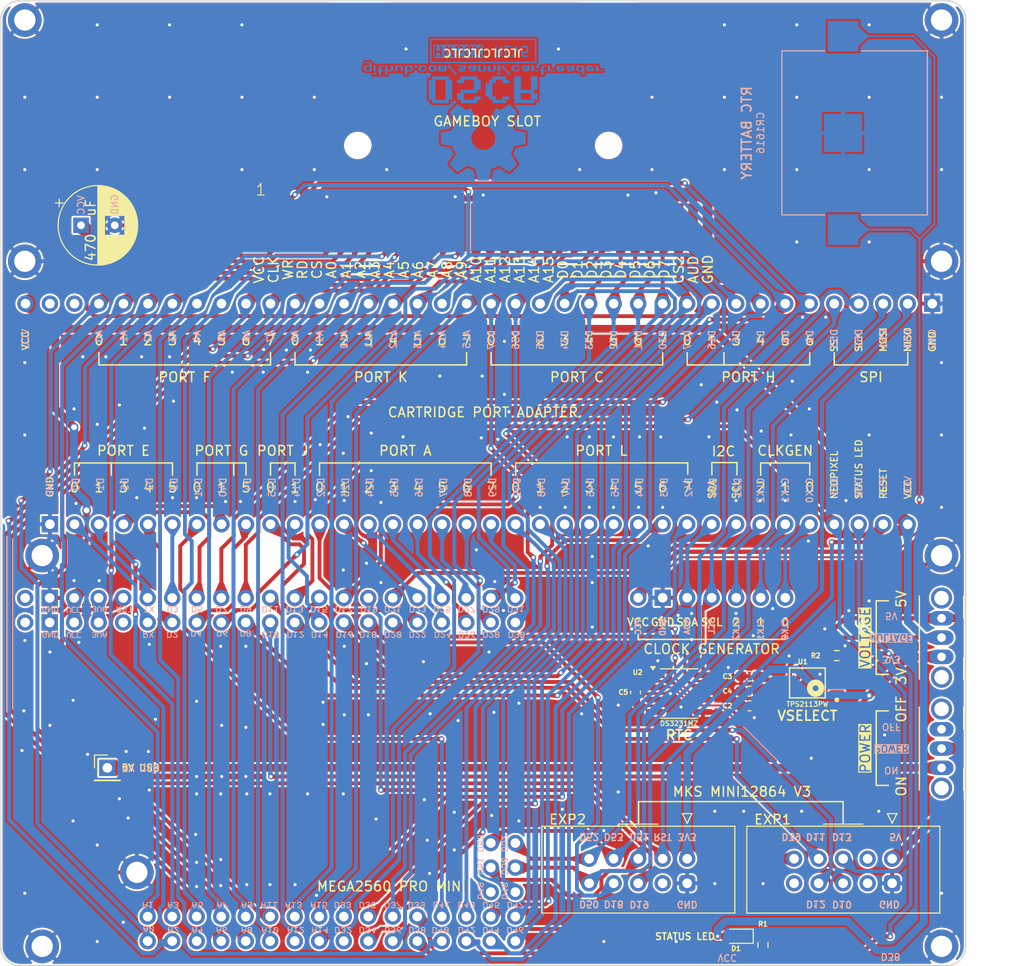
<source format=kicad_pcb>
(kicad_pcb (version 20240108) (generator "pcbnew") (generator_version "8.0")
  (title_block (title "OSCR HW5") (date "2022-06-19") (rev "5"))
  (layers (0 "F.Cu" signal) (31 "B.Cu" signal) (34 "B.Paste" user) (35 "F.Paste" user) (36 "B.SilkS" user "B.Silkscreen") (37 "F.SilkS" user "F.Silkscreen") (38 "B.Mask" user) (39 "F.Mask" user) (44 "Edge.Cuts" user))
  (property "Revision" "42")
  (net 0 "")
  (net 1 "D30")
  (net 2 "D31")
  (net 3 "D28")
  (net 4 "D29")
  (net 5 "D26")
  (net 6 "D27")
  (net 7 "D24")
  (net 8 "D25")
  (net 9 "D22")
  (net 10 "D23")
  (net 11 "D20")
  (net 12 "D21")
  (net 13 "D18")
  (net 14 "D19")
  (net 15 "D16")
  (net 16 "D17")
  (net 17 "D14")
  (net 18 "D15")
  (net 19 "D12")
  (net 20 "D13")
  (net 21 "D10")
  (net 22 "D11")
  (net 23 "D8")
  (net 24 "D9")
  (net 25 "D6")
  (net 26 "D7")
  (net 27 "D4")
  (net 28 "D5")
  (net 29 "D2")
  (net 30 "D3")
  (net 31 "D0")
  (net 32 "D1")
  (net 33 "Net-(D1-K)")
  (net 34 "RESET")
  (net 35 "+3.3VA")
  (net 36 "VCC")
  (net 37 "GND")
  (net 40 "D46")
  (net 41 "D47")
  (net 42 "D44")
  (net 43 "D45")
  (net 44 "D42")
  (net 45 "D43")
  (net 46 "D40")
  (net 47 "D41")
  (net 48 "D38")
  (net 49 "D39")
  (net 50 "D36")
  (net 51 "D37")
  (net 52 "D34")
  (net 53 "D32")
  (net 54 "D33")
  (net 55 "A14")
  (net 56 "A15")
  (net 57 "A12")
  (net 58 "A13")
  (net 59 "A10")
  (net 60 "A11")
  (net 61 "A8")
  (net 62 "A9")
  (net 63 "A6")
  (net 64 "A7")
  (net 65 "A4")
  (net 66 "A5")
  (net 67 "A2")
  (net 68 "A3")
  (net 69 "A0")
  (net 70 "A1")
  (net 71 "+3V3")
  (net 72 "+5V")
  (net 73 "D35")
  (net 74 "D53")
  (net 75 "D52")
  (net 76 "D51")
  (net 77 "D50")
  (net 78 "D49")
  (net 79 "D48")
  (net 80 "CLK2")
  (net 81 "CLK1")
  (net 82 "CLK0")
  (net 84 "VBUS")
  (net 91 "Net-(U1-ILIM)")
  (net 97 "+BATT")
  (footprint "MountingHole:MountingHole_2.2mm_M2_ISO7380_Pad" (layer "F.Cu") (at 197.5 77)
    (property "Reference" "M2_3" (hide yes))
    (property "Value" "Screw_Terminal_01x01" (hide yes))
  )
  (footprint "!OSCR:Clock_Generator_Header" (layer "F.Cu") (at 166.06 111.875 90)
    (property "Reference" "J7" (hide yes))
    (property "Value" "Conn_01x07")
  )
  (footprint "MountingHole:MountingHole_2.2mm_M2_ISO7380_Pad" (layer "F.Cu") (at 104.3 148)
    (property "Reference" "M2_6" (hide yes))
    (property "Value" "Screw_Terminal_01x01" (hide yes))
  )
  (footprint "MountingHole:MountingHole_2.2mm_M2_ISO7380_Pad" (layer "F.Cu") (at 197.5 52)
    (property "Reference" "M2_2" (hide yes))
    (property "Value" "Screw_Terminal_01x01" (hide yes))
  )
  (footprint "Resistor_SMD:R_0603_1608Metric_Pad0.98x0.95mm_HandSolder" (layer "F.Cu") (at 186.6375 117.869 180)
    (property "Reference" "R2")
    (property "Value" "560R")
  )
  (footprint "!OSCR:Cartridge_Port_Adapter-Front" (layer "F.Cu") (at 105.1 104.255 90)
    (property "Reference" "J4" (hide yes))
    (property "Value" "CART SLOT FRONT ROW")
  )
  (footprint "MountingHole:MountingHole_2.2mm_M2_ISO7380_Pad" (layer "F.Cu") (at 102.5 77)
    (property "Reference" "M2_8" (hide yes))
    (property "Value" "Screw_Terminal_01x01" (hide yes))
  )
  (footprint "Capacitor_SMD:C_0603_1608Metric_Pad1.08x0.95mm_HandSolder" (layer "F.Cu") (at 177.597 121.552 180)
    (property "Reference" "C4")
    (property "Value" "10u")
  )
  (footprint "!OSCR:Power_Switch" (layer "F.Cu") (at 197.5 118 90)
    (property "Reference" "SW1" (hide yes))
    (property "Value" "VOLTAGE")
  )
  (footprint "!OSCR:Cartridge_Port_Adapter-Back" (layer "F.Cu") (at 102.56 81.395 90)
    (property "Reference" "J3" (hide yes))
    (property "Value" "CART SLOT TOP ROW" (hide yes))
  )
  (footprint "!OSCR:MEGA2560_PRO_MINI" (layer "F.Cu") (at 127.93 113.04)
    (property "Reference" "J1" (hide yes))
    (property "Value" "MEGA BOTTOM")
  )
  (footprint "MountingHole:MountingHole_2.2mm_M2_ISO7380_Pad" (layer "F.Cu") (at 104.3 107.5)
    (property "Reference" "M2_9" (hide yes))
    (property "Value" "Screw_Terminal_01x01" (hide yes))
  )
  (footprint "MountingHole:MountingHole_2.2mm_M2_ISO7380_Pad" (layer "F.Cu") (at 114.11 140.33)
    (property "Reference" "M2_7" (hide yes))
    (property "Value" "Screw_Terminal_01x01" (hide yes))
  )
  (footprint "MountingHole:MountingHole_2.2mm_M2_ISO7380_Pad" (layer "F.Cu") (at 197.5 107.5)
    (property "Reference" "M2_4" (hide yes))
    (property "Value" "Screw_Terminal_01x01" (hide yes))
  )
  (footprint "MountingHole:MountingHole_2.2mm_M2_ISO7380_Pad" (layer "F.Cu") (at 197.5 148)
    (property "Reference" "M2_5" (hide yes))
    (property "Value" "Screw_Terminal_01x01" (hide yes))
  )
  (footprint "Package_SO:SOIC-8_3.9x4.9mm_P1.27mm" (layer "F.Cu") (at 170.3 121.8)
    (property "Reference" "U2")
    (property "Value" "DS3231MZ")
  )
  (footprint "!OSCR:LCD_Header" (layer "F.Cu") (at 192.38 138.92 -90)
    (property "Reference" "J9" (hide yes))
    (property "Value" "EXP1" (hide yes))
  )
  (footprint "LED_SMD:LED_0603_1608Metric_Pad1.05x0.95mm_HandSolder" (layer "F.Cu") (at 176.327 146.952 180)
    (property "Reference" "D1")
    (property "Value" "LED")
  )
  (footprint "MountingHole:MountingHole_2.2mm_M2_ISO7380_Pad" (layer "F.Cu") (at 102.5 52)
    (property "Reference" "M2_1" (hide yes))
    (property "Value" "Screw_Terminal_01x01" (hide yes))
  )
  (footprint "Connector_PinHeader_2.54mm:PinHeader_1x01_P2.54mm_Vertical" (layer "F.Cu") (at 111.049 129.5)
    (property "Reference" "J6")
    (property "Value" "5V USB")
  )
  (footprint "Capacitor_THT:CP_Radial_D8.0mm_P3.50mm" (layer "F.Cu") (at 108.32 73.275)
    (property "Reference" "C1")
    (property "Value" "470u")
  )
  (footprint "Capacitor_SMD:C_0603_1608Metric_Pad1.08x0.95mm_HandSolder" (layer "F.Cu") (at 165.786 121.679 -90)
    (property "Reference" "C5")
    (property "Value" "0.1u")
  )
  (footprint "!sanni:GBA-SLOT-B" (layer "F.Cu") (at 150 68.5 90)
    (property "Reference" "J10" (hide yes))
    (property "Value" "GBA_Slot" (hide yes))
  )
  (footprint "Capacitor_SMD:C_0603_1608Metric_Pad1.08x0.95mm_HandSolder" (layer "F.Cu") (at 177.597 120 180)
    (property "Reference" "C3")
    (property "Value" "0.1u")
  )
  (footprint "!OSCR:LCD_Header" (layer "F.Cu") (at 171.14 138.92 -90)
    (property "Reference" "J8" (hide yes))
    (property "Value" "EXP2" (hide yes))
  )
  (footprint "Capacitor_SMD:C_0603_1608Metric_Pad1.08x0.95mm_HandSolder" (layer "F.Cu") (at 177.597 123.076)
    (property "Reference" "C2")
    (property "Value" "0.1u")
  )
  (footprint "Resistor_SMD:R_0603_1608Metric_Pad0.98x0.95mm_HandSolder" (layer "F.Cu") (at 178.994 147.841 -90)
    (property "Reference" "R1")
    (property "Value" "1k")
  )
  (footprint "!OSCR:Power_Switch" (layer "F.Cu") (at 197.5 129.5 90)
    (property "Reference" "SW2" (hide yes))
    (property "Value" "POWER")
  )
  (footprint "Personal:Texas_Instruments-TPS2113PW-Level_A" (layer "F.Cu") (at 183.6 120.7 180)
    (property "Reference" "U1")
    (property "Value" "TPS2113PW")
  )
  (footprint "!OSCR:Logo" (layer "B.Cu") (at 150 62.5)
    (property "Reference" "G***" (hide yes))
    (property "Value" "LOGO" (hide yes))
  )
  (footprint "!OSCR:CR1616" (layer "B.Cu") (at 187.3 63.7 90)
    (property "Reference" "BT1" (hide yes))
    (property "Value" "CR1616")
  )
  (gr_poly (pts (xy 155.438 56.4) (xy 155.438 54) (xy 144.587 54) (xy 144.587 56.4)) (stroke (width 0.15)) (fill none) (layer "B.Cu"))
  (gr_line (start 152.9063 146.1343) (end 152.8131 146.0411) (stroke (width 0.1)) (layer "B.SilkS"))
  (gr_line (start 138.7022 113.3433) (end 138.8887 113.3433) (stroke (width 0.1)) (layer "B.SilkS"))
  (gr_line (start 153.7874 143.5362) (end 154.1602 143.9091) (stroke (width 0.1)) (layer "B.SilkS"))
  (gr_line (start 154.1633 115.9735) (end 153.9769 115.9735) (stroke (width 0.1)) (layer "B.SilkS"))
  (gr_line (start 147.4984 146.0411) (end 147.4984 146.6004) (stroke (width 0.1)) (layer "B.SilkS"))
  (gr_line (start 122.4984 143.815799) (end 122.4984 143.443) (stroke (width 0.1)) (layer "B.SilkS"))
  (gr_line (start 125.1732 115.2872) (end 124.8935 115.2872) (stroke (width 0.1)) (layer "B.SilkS"))
  (gr_line (start 138.1219 143.4397) (end 138.2151 143.5329) (stroke (width 0.1)) (layer "B.SilkS"))
  (gr_line (start 151.3504 115.6939) (end 151.2572 115.6007) (stroke (width 0.1)) (layer "B.SilkS"))
  (gr_line (start 150.0141 141.5394) (end 149.9209 141.4462) (stroke (width 0.1)) (layer "B.SilkS"))
  (gr_line (start 141.183 146.0411) (end 141.0898 146.1343) (stroke (width 0.1)) (layer "B.SilkS"))
  (gr_line (start 151.2572 115.6007) (end 151.2572 115.5075) (stroke (width 0.1)) (layer "B.SilkS"))
  (gr_line (start 137.2324 146.6004) (end 137.512 146.6004) (stroke (width 0.1)) (layer "B.SilkS"))
  (gr_line (start 122.7986 146.414) (end 122.6122 146.6004) (stroke (width 0.1)) (layer "B.SilkS"))
  (gr_line (start 135.3059 146.1343) (end 135.3991 146.0411) (stroke (width 0.1)) (layer "B.SilkS"))
  (gr_line (start 120.4628 113.3467) (end 120.8356 113.3467) (stroke (width 0.1)) (layer "B.SilkS"))
  (gr_line (start 105.3506 115.4042) (end 104.9778 115.9635) (stroke (width 0.1)) (layer "B.SilkS"))
  (gr_line (start 109.567 112.77355) (end 109.7534 112.77355) (stroke (width 0.1)) (layer "B.SilkS"))
  (gr_line (start 143.9654 146.2276) (end 143.8722 146.3208) (stroke (width 0.1)) (layer "B.SilkS"))
  (gr_line (start 151.4388 143.815799) (end 151.2524 143.7226) (stroke (width 0.1)) (layer "B.SilkS"))
  (gr_line (start 132.4775 112.784) (end 132.1979 112.784) (stroke (width 0.1)) (layer "B.SilkS"))
  (gr_line (start 151.2572 115.8803) (end 151.2572 115.7871) (stroke (width 0.1)) (layer "B.SilkS"))
  (gr_line (start 125.6134 113.3433) (end 125.7998 113.3433) (stroke (width 0.1)) (layer "B.SilkS"))
  (gr_line (start 149.8277 141.8191) (end 149.9209 141.8191) (stroke (width 0.1)) (layer "B.SilkS"))
  (gr_line (start 133.4028 143.9989) (end 133.775599 143.9989) (stroke (width 0.1)) (layer "B.SilkS"))
  (gr_line (start 152.068 138.8742) (end 152.4409 138.8742) (stroke (width 0.1)) (layer "B.SilkS"))
  (gr_line (start 146.2811 112.784) (end 146.4675 112.784) (stroke (width 0.1)) (layer "B.SilkS"))
  (gr_line (start 154.1225 146.2276) (end 154.1225 146.1343) (stroke (width 0.1)) (layer "B.SilkS"))
  (gr_line (start 120.5111 143.7226) (end 120.5111 144.0023) (stroke (width 0.1)) (layer "B.SilkS"))
  (gr_line (start 150.4059 146.5105) (end 150.4059 146.1377) (stroke (width 0.1)) (layer "B.SilkS"))
  (gr_line (start 145.6656 146.6004) (end 145.6656 146.0411) (stroke (width 0.1)) (layer "B.SilkS"))
  (gr_line (start 154.1602 143.9091) (end 154.1602 144.0023) (stroke (width 0.1)) (layer "B.SilkS"))
  (gr_line (start 115.7307 146.4734) (end 115.5443 146.4734) (stroke (width 0.1)) (layer "B.SilkS"))
  (gr_line (start 131.3874 146.414) (end 131.0145 146.0411) (stroke (width 0.1)) (layer "B.SilkS"))
  (gr_line (start 136.3497 113.2501) (end 136.3497 113.3433) (stroke (width 0.1)) (layer "B.SilkS"))
  (gr_line (start 149.4548 136.6167) (end 149.548 136.5235) (stroke (width 0.1)) (layer "B.SilkS"))
  (gr_line (start 131.1396 143.5329) (end 131.1396 143.6261) (stroke (width 0.1)) (layer "B.SilkS"))
  (gr_line (start 152.9881 113.2501) (end 152.9881 112.8773) (stroke (width 0.1)) (layer "B.SilkS"))
  (gr_line (start 104.7229 113.0537) (end 104.7229 112.8673) (stroke (width 0.1)) (layer "B.SilkS"))
  (gr_line (start 142.4307 113.3433) (end 142.7104 113.3433) (stroke (width 0.1)) (layer "B.SilkS"))
  (gr_line (start 138.8752 115.6007) (end 138.782 115.6939) (stroke (width 0.1)) (layer "B.SilkS"))
  (gr_line (start 148.7864 143.9989) (end 148.6932 143.905699) (stroke (width 0.1)) (layer "B.SilkS"))
  (gr_line (start 107.9271 115.5339) (end 107.9271 115.9068) (stroke (width 0.1)) (layer "B.SilkS"))
  (gr_line (start 138.2133 146.2276) (end 138.1201 146.3208) (stroke (width 0.1)) (layer "B.SilkS"))
  (gr_line (start 120.2276 112.8806) (end 120.1343 112.7874) (stroke (width 0.1)) (layer "B.SilkS"))
  (gr_line (start 117.3425 112.784) (end 117.3425 113.3433) (stroke (width 0.1)) (layer "B.SilkS"))
  (gr_line (start 146.1878 113.0637) (end 146.1878 113.3433) (stroke (width 0.1)) (layer "B.SilkS"))
  (gr_line (start 125.5948 115.5669) (end 125.5016 115.4737) (stroke (width 0.1)) (layer "B.SilkS"))
  (gr_line (start 147.5101 112.784) (end 147.5101 113.3433) (stroke (width 0.1)) (layer "B.SilkS"))
  (gr_line (start 141.3696 115.4142) (end 141.4628 115.5075) (stroke (width 0.1)) (layer "B.SilkS"))
  (gr_line (start 151.63 115.7871) (end 151.63 115.8803) (stroke (width 0.1)) (layer "B.SilkS"))
  (gr_line (start 115.81 115.4176) (end 115.4371 115.9768) (stroke (width 0.1)) (layer "B.SilkS"))
  (gr_line (start 136.0669 115.5075) (end 136.0669 115.6939) (stroke (width 0.1)) (layer "B.SilkS"))
  (gr_line (start 109.7706 115.9664) (end 109.5842 115.9664) (stroke (width 0.1)) (layer "B.SilkS"))
  (gr_line (start 148.5097 115.7871) (end 148.1368 115.4142) (stroke (width 0.1)) (layer "B.SilkS"))
  (gr_line (start 144.7778 146.0411) (end 144.7778 146.6004) (stroke (width 0.1)) (layer "B.SilkS"))
  (gr_line (start 118.0881 146.6004) (end 118.2745 146.6004) (stroke (width 0.1)) (layer "B.SilkS"))
  (gr_line (start 127.4207 143.4397) (end 127.4207 143.8125) (stroke (width 0.1)) (layer "B.SilkS"))
  (gr_line (start 150.4091 143.9091) (end 150.4091 143.5362) (stroke (width 0.1)) (layer "B.SilkS"))
  (gr_line (start 109.8638 115.5004) (end 109.8638 115.5936) (stroke (width 0.1)) (layer "B.SilkS"))
  (gr_line (start 141.451 143.9989) (end 141.0781 143.9989) (stroke (width 0.1)) (layer "B.SilkS"))
  (gr_line (start 147.4771 143.9989) (end 147.7567 143.9989) (stroke (width 0.1)) (layer "B.SilkS"))
  (gr_line (start 122.8337 115.3805) (end 122.7405 115.2872) (stroke (width 0.1)) (layer "B.SilkS"))
  (gr_line (start 138.1874 112.784) (end 138.1874 113.3433) (stroke (width 0.1)) (layer "B.SilkS"))
  (gr_line (start 154.1633 115.4142) (end 154.2565 115.5075) (stroke (width 0.1)) (layer "B.SilkS"))
  (gr_line (start 147.7897 113.3433) (end 147.8829 113.2501) (stroke (width 0.1)) (layer "B.SilkS"))
  (gr_line (start 125.5016 115.4737) (end 125.5016 115.3805) (stroke (width 0.1)) (layer "B.SilkS"))
  (gr_line (start 140.5582 113.3433) (end 140.7446 113.3433) (stroke (width 0.1)) (layer "B.SilkS"))
  (gr_line (start 153.5962 113.1569) (end 153.5962 113.2501) (stroke (width 0.1)) (layer "B.SilkS"))
  (gr_line (start 142.9844 146.1343) (end 143.0777 146.0411) (stroke (width 0.1)) (layer "B.SilkS"))
  (gr_line (start 137.6725 113.3433) (end 137.7657 113.2501) (stroke (width 0.1)) (layer "B.SilkS"))
  (gr_line (start 123.4793 144.0023) (end 123.1065 144.0023) (stroke (width 0.1)) (layer "B.SilkS"))
  (gr_line (start 149.8277 136.5235) (end 149.9209 136.5235) (stroke (width 0.1)) (layer "B.SilkS"))
  (gr_line (start 151.3456 143.443) (end 151.532 143.443) (stroke (width 0.1)) (layer "B.SilkS"))
  (gr_line (start 119.906 146.4173) (end 119.906 146.0445) (stroke (width 0.1)) (layer "B.SilkS"))
  (gr_line (start 140.7613 146.3208) (end 140.8546 146.414) (stroke (width 0.1)) (layer "B.SilkS"))
  (gr_line (start 145.994 146.5072) (end 145.994 146.1343) (stroke (width 0.1)) (layer "B.SilkS"))
  (gr_line (start 143.3573 146.2276) (end 143.2641 146.3208) (stroke (width 0.1)) (layer "B.SilkS"))
  (gr_line (start 136.3497 113.3433) (end 135.9768 113.3433) (stroke (width 0.1)) (layer "B.SilkS"))
  (gr_line (start 150.3206 115.4142) (end 150.041 115.4142) (stroke (width 0.1)) (layer "B.SilkS"))
  (gr_line (start 107.9271 113.3068) (end 108.0203 113.4) (stroke (width 0.1)) (layer "B.SilkS"))
  (gr_line (start 126 146.2276) (end 125.9068 146.3208) (stroke (width 0.1)) (layer "B.SilkS"))
  (gr_line (start 130.5518 115.4142) (end 130.5518 115.9735) (stroke (width 0.1)) (layer "B.SilkS"))
  (gr_line (start 140.7615 115.9735) (end 140.8548 115.8803) (stroke (width 0.1)) (layer "B.SilkS"))
  (gr_line (start 105.8459 112.7741) (end 105.5662 112.7741) (stroke (width 0.1)) (layer "B.SilkS"))
  (gr_line (start 133.0773 115.9735) (end 132.890799 115.7871) (stroke (width 0.1)) (layer "B.SilkS"))
  (gr_line (start 150.0141 142.7556) (end 149.9209 142.6624) (stroke (width 0.1)) (layer "B.SilkS"))
  (gr_line (start 137.512 146.6004) (end 137.6052 146.5072) (stroke (width 0.1)) (layer "B.SilkS"))
  (gr_line (start 152.8508 144.0023) (end 152.9441 143.9091) (stroke (width 0.1)) (layer "B.SilkS"))
  (gr_line (start 122.6848 144.0023) (end 122.4984 143.815799) (stroke (width 0.1)) (layer "B.SilkS"))
  (gr_line (start 104.4433 112.7741) (end 104.35 112.8673) (stroke (width 0.1)) (layer "B.SilkS"))
  (gr_line (start 142.6843 143.5329) (end 142.5911 143.4397) (stroke (width 0.1)) (layer "B.SilkS"))
  (gr_line (start 143.9654 146.1343) (end 143.9654 146.2276) (stroke (width 0.1)) (layer "B.SilkS"))
  (gr_line (start 153.462 115.6939) (end 153.5552 115.6939) (stroke (width 0.1)) (layer "B.SilkS"))
  (gr_line (start 119.903 143.815799) (end 119.903 143.443) (stroke (width 0.1)) (layer "B.SilkS"))
  (gr_line (start 120.8356 113.067) (end 120.7424 113.1602) (stroke (width 0.1)) (layer "B.SilkS"))
  (gr_line (start 143.7401 113.3433) (end 143.6469 113.2501) (stroke (width 0.1)) (layer "B.SilkS"))
  (gr_line (start 132.4775 113.3433) (end 132.5707 113.2501) (stroke (width 0.1)) (layer "B.SilkS"))
  (gr_line (start 125.8745 115.4737) (end 125.7813 115.5669) (stroke (width 0.1)) (layer "B.SilkS"))
  (gr_line (start 150.4139 115.8803) (end 150.4139 115.5075) (stroke (width 0.1)) (layer "B.SilkS"))
  (gr_line (start 129.6755 112.784) (end 129.6755 113.3433) (stroke (width 0.1)) (layer "B.SilkS"))
  (gr_line (start 132.2827 115.4142) (end 132.2827 115.9735) (stroke (width 0.1)) (layer "B.SilkS"))
  (gr_line (start 130.86 143.9989) (end 130.7668 143.905699) (stroke (width 0.1)) (layer "B.SilkS"))
  (gr_line (start 138.7022 113.0637) (end 138.609 113.1569) (stroke (width 0.1)) (layer "B.SilkS"))
  (gr_line (start 144.7778 146.6004) (end 145.0575 146.6004) (stroke (width 0.1)) (layer "B.SilkS"))
  (gr_line (start 128.5626 112.784) (end 128.5626 113.3433) (stroke (width 0.1)) (layer "B.SilkS"))
  (gr_line (start 125.1732 115.8465) (end 125.2664 115.7533) (stroke (width 0.1)) (layer "B.SilkS"))
  (gr_line (start 109.7534 112.77355) (end 109.8466 112.86685) (stroke (width 0.1)) (layer "B.SilkS"))
  (gr_line (start 151.9748 137.2248) (end 152.068 137.1316) (stroke (width 0.1)) (layer "B.SilkS"))
  (gr_line (start 117.5744 115.4142) (end 117.2948 115.4142) (stroke (width 0.1)) (layer "B.SilkS"))
  (gr_line (start 143.8072 143.4397) (end 143.6208 143.4397) (stroke (width 0.1)) (layer "B.SilkS"))
  (gr_line (start 124.9121 113.3433) (end 125.1918 113.3433) (stroke (width 0.1)) (layer "B.SilkS"))
  (gr_line (start 152.8949 113.3433) (end 152.9881 113.2501) (stroke (width 0.1)) (layer "B.SilkS"))
  (gr_line (start 128.3896 115.5075) (end 128.4828 115.4142) (stroke (width 0.1)) (layer "B.SilkS"))
  (gr_line (start 107.26015 113.4) (end 107.26015 113.0272) (stroke (width 0.1)) (layer "B.SilkS"))
  (gr_line (start 152.1613 141.4462) (end 152.2545 141.5394) (stroke (width 0.1)) (layer "B.SilkS"))
  (gr_line (start 123.1621 115.2872) (end 123.0689 115.3805) (stroke (width 0.1)) (layer "B.SilkS"))
  (gr_line (start 135.5552 112.784) (end 135.5552 113.3433) (stroke (width 0.1)) (layer "B.SilkS"))
  (gr_line (start 114.843 146.287) (end 114.843 145.9141) (stroke (width 0.1)) (layer "B.SilkS"))
  (gr_line (start 115.8239 146.0073) (end 115.8239 146.3802) (stroke (width 0.1)) (layer "B.SilkS"))
  (gr_line (start 143.1102 115.9735) (end 143.2966 115.9735) (stroke (width 0.1)) (layer "B.SilkS"))
  (gr_line (start 110.97 115.68785) (end 110.5972 115.68785) (stroke (width 0.1)) (layer "B.SilkS"))
  (gr_line (start 152.9471 115.9735) (end 153.0403 115.8803) (stroke (width 0.1)) (layer "B.SilkS"))
  (gr_line (start 138.2671 115.4142) (end 137.8943 115.4142) (stroke (width 0.1)) (layer "B.SilkS"))
  (gr_line (start 115.2019 115.8836) (end 115.1087 115.9768) (stroke (width 0.1)) (layer "B.SilkS"))
  (gr_line (start 131.2645 113.2501) (end 131.1713 113.3433) (stroke (width 0.1)) (layer "B.SilkS"))
  (gr_line (start 150.0141 136.6167) (end 150.0141 136.8031) (stroke (width 0.1)) (layer "B.SilkS"))
  (gr_line (start 151.9748 139.5755) (end 152.068 139.4823) (stroke (width 0.1)) (layer "B.SilkS"))
  (gr_line (start 149.0991 113.3433) (end 148.7263 113.3433) (stroke (width 0.1)) (layer "B.SilkS"))
  (gr_line (start 140.1532 146.6004) (end 140.2465 146.5072) (stroke (width 0.1)) (layer "B.SilkS"))
  (gr_line (start 127.4207 143.8125) (end 127.2342 143.9989) (stroke (width 0.1)) (layer "B.SilkS"))
  (gr_line (start 150.3158 143.443) (end 150.0362 143.443) (stroke (width 0.1)) (layer "B.SilkS"))
  (gr_line (start 148.9729 143.4397) (end 149.0661 143.5329) (stroke (width 0.1)) (layer "B.SilkS"))
  (gr_line (start 153.7497 146.3208) (end 154.0293 146.3208) (stroke (width 0.1)) (layer "B.SilkS"))
  (gr_line (start 110.9528 112.7746) (end 110.9528 113.1475) (stroke (width 0.1)) (layer "B.SilkS"))
  (gr_line (start 149.0246 115.6939) (end 149.1178 115.6007) (stroke (width 0.1)) (layer "B.SilkS"))
  (gr_line (start 151.2572 115.7871) (end 151.3504 115.6939) (stroke (width 0.1)) (layer "B.SilkS"))
  (gr_line (start 149.548 139.8497) (end 149.4548 139.7565) (stroke (width 0.1)) (layer "B.SilkS"))
  (gr_line (start 151.9748 141.5394) (end 152.068 141.4462) (stroke (width 0.1)) (layer "B.SilkS"))
  (gr_line (start 125.7203 146.0411) (end 125.9068 146.0411) (stroke (width 0.1)) (layer "B.SilkS"))
  (gr_line (start 110.58 113.1475) (end 110.58 112.7746) (stroke (width 0.1)) (layer "B.SilkS"))
  (gr_line (start 132.5707 112.8773) (end 132.4775 112.784) (stroke (width 0.1)) (layer "B.SilkS"))
  (gr_line (start 117.9506 112.8773) (end 118.0438 112.784) (stroke (width 0.1)) (layer "B.SilkS"))
  (gr_line (start 145.0191 115.4142) (end 145.0191 115.9735) (stroke (width 0.1)) (layer "B.SilkS"))
  (gr_line (start 128.3896 115.8803) (end 128.3896 115.5075) (stroke (width 0.1)) (layer "B.SilkS"))
  (gr_line (start 148.2114 113.3433) (end 148.3978 113.3433) (stroke (width 0.1)) (layer "B.SilkS"))
  (gr_line (start 143.7401 112.784) (end 143.9265 112.784) (stroke (width 0.1)) (layer "B.SilkS"))
  (gr_line (start 151.63 115.6007) (end 151.5368 115.6939) (stroke (width 0.1)) (layer "B.SilkS"))
  (gr_line (start 145.1647 143.9989) (end 145.258 143.905699) (stroke (width 0.1)) (layer "B.SilkS"))
  (gr_line (start 127.4396 113.3433) (end 127.5328 113.2501) (stroke (width 0.1)) (layer "B.SilkS"))
  (gr_line (start 117.7153 113.2501) (end 117.7153 112.8773) (stroke (width 0.1)) (layer "B.SilkS"))
  (gr_line (start 136.0669 115.6939) (end 136.3465 115.6939) (stroke (width 0.1)) (layer "B.SilkS"))
  (gr_line (start 153.5144 146.3208) (end 153.1416 146.3208) (stroke (width 0.1)) (layer "B.SilkS"))
  (gr_line (start 150.6491 115.8803) (end 150.7423 115.9735) (stroke (width 0.1)) (layer "B.SilkS"))
  (gr_line (start 140.8429 143.8125) (end 140.8429 143.905699) (stroke (width 0.1)) (layer "B.SilkS"))
  (gr_line (start 127.16 112.784) (end 127.16 113.3433) (stroke (width 0.1)) (layer "B.SilkS"))
  (gr_line (start 134.9379 143.9989) (end 135.0311 143.905699) (stroke (width 0.1)) (layer "B.SilkS"))
  (gr_line (start 138.782 115.9735) (end 138.5956 115.9735) (stroke (width 0.1)) (layer "B.SilkS"))
  (gr_line (start 150.0141 140.1781) (end 149.9209 140.0849) (stroke (width 0.1)) (layer "B.SilkS"))
  (gr_line (start 120.2758 143.815799) (end 120.0894 144.0023) (stroke (width 0.1)) (layer "B.SilkS"))
  (gr_line (start 149.9209 141.4462) (end 149.548 141.4462) (stroke (width 0.1)) (layer "B.SilkS"))
  (gr_line (start 117.9949 146.5072) (end 118.0881 146.6004) (stroke (width 0.1)) (layer "B.SilkS"))
  (gr_line (start 134.9379 143.4397) (end 134.6583 143.4397) (stroke (width 0.1)) (layer "B.SilkS"))
  (gr_line (start 131.3874 146.5072) (end 131.3874 146.414) (stroke (width 0.1)) (layer "B.SilkS"))
  (gr_line (start 128.6368 143.4397) (end 128.264 143.4397) (stroke (width 0.1)) (layer "B.SilkS"))
  (gr_line (start 152.1613 141.8191) (end 152.068 141.8191) (stroke (width 0.1)) (layer "B.SilkS"))
  (gr_line (start 146.2353 115.6939) (end 146.515 115.9735) (stroke (width 0.1)) (layer "B.SilkS"))
  (gr_line (start 130.0483 112.8773) (end 129.9551 112.784) (stroke (width 0.1)) (layer "B.SilkS"))
  (gr_line (start 150.7423 115.9735) (end 150.9287 115.9735) (stroke (width 0.1)) (layer "B.SilkS"))
  (gr_line (start 120.6043 143.443) (end 120.7907 143.443) (stroke (width 0.1)) (layer "B.SilkS"))
  (gr_line (start 151.3437 113.3433) (end 151.5301 113.3433) (stroke (width 0.1)) (layer "B.SilkS"))
  (gr_line (start 149.0661 143.5329) (end 149.0661 143.6261) (stroke (width 0.1)) (layer "B.SilkS"))
  (gr_line (start 148.3862 146.6004) (end 148.3862 146.0411) (stroke (width 0.1)) (layer "B.SilkS"))
  (gr_line (start 110.97 115.40815) (end 110.97 115.78105) (stroke (width 0.1)) (layer "B.SilkS"))
  (gr_line (start 143.1992 143.4397) (end 143.2924 143.5329) (stroke (width 0.1)) (layer "B.SilkS"))
  (gr_line (start 150.0141 142.1475) (end 149.4548 142.1475) (stroke (width 0.1)) (layer "B.SilkS"))
  (gr_line (start 143.3898 115.8803) (end 143.3898 115.7871) (stroke (width 0.1)) (layer "B.SilkS"))
  (gr_line (start 142.8036 113.2501) (end 142.8036 112.8773) (stroke (width 0.1)) (layer "B.SilkS"))
  (gr_line (start 125.5202 113.2501) (end 125.6134 113.3433) (stroke (width 0.1)) (layer "B.SilkS"))
  (gr_line (start 153.7497 146.3208) (end 153.9361 146.5072) (stroke (width 0.1)) (layer "B.SilkS"))
  (gr_line (start 125.9095 143.4397) (end 125.7231 143.4397) (stroke (width 0.1)) (layer "B.SilkS"))
  (gr_line (start 149.7345 136.7099) (end 149.7345 136.6167) (stroke (width 0.1)) (layer "B.SilkS"))
  (gr_line (start 120.0894 144.0023) (end 119.903 143.815799) (stroke (width 0.1)) (layer "B.SilkS"))
  (gr_line (start 150.0343 113.3433) (end 150.3139 113.3433) (stroke (width 0.1)) (layer "B.SilkS"))
  (gr_line (start 148.7449 115.6939) (end 149.0246 115.6939) (stroke (width 0.1)) (layer "B.SilkS"))
  (gr_line (start 112.748 112.7741) (end 112.9344 112.7741) (stroke (width 0.1)) (layer "B.SilkS"))
  (gr_line (start 142.7104 113.3433) (end 142.8036 113.2501) (stroke (width 0.1)) (layer "B.SilkS"))
  (gr_line (start 131.2645 113.1569) (end 131.2645 113.2501) (stroke (width 0.1)) (layer "B.SilkS"))
  (gr_line (start 146.0872 146.0411) (end 146.2737 146.0411) (stroke (width 0.1)) (layer "B.SilkS"))
  (gr_line (start 150.033 146.6037) (end 150.3127 146.6037) (stroke (width 0.1)) (layer "B.SilkS"))
  (gr_line (start 122.8712 143.815799) (end 122.6848 144.0023) (stroke (width 0.1)) (layer "B.SilkS"))
  (gr_line (start 143.9265 112.784) (end 144.0198 112.8773) (stroke (width 0.1)) (layer "B.SilkS"))
  (gr_line (start 112.0467 113.3334) (end 112.0467 112.7741) (stroke (width 0.1)) (layer "B.SilkS"))
  (gr_line (start 148.7263 112.784) (end 148.7263 112.8773) (stroke (width 0.1)) (layer "B.SilkS"))
  (gr_line (start 130.0369 115.4142) (end 129.7573 115.4142) (stroke (width 0.1)) (layer "B.SilkS"))
  (gr_line (start 151.63 115.5075) (end 151.63 115.6007) (stroke (width 0.1)) (layer "B.SilkS"))
  (gr_line (start 151.2524 143.7226) (end 151.2524 144.0023) (stroke (width 0.1)) (layer "B.SilkS"))
  (gr_line (start 112.3263 113.3334) (end 112.0467 113.3334) (stroke (width 0.1)) (layer "B.SilkS"))
  (gr_line (start 149.7345 139.4768) (end 149.8277 139.57) (stroke (width 0.1)) (layer "B.SilkS"))
  (gr_line (start 129.7573 115.9735) (end 130.0369 115.9735) (stroke (width 0.1)) (layer "B.SilkS"))
  (gr_line (start 107.50075 112.8407) (end 107.40755 112.9339) (stroke (width 0.1)) (layer "B.SilkS"))
  (gr_line (start 123.0689 115.3805) (end 123.0689 115.5669) (stroke (width 0.1)) (layer "B.SilkS"))
  (gr_line (start 142.5911 143.4397) (end 142.3114 143.4397) (stroke (width 0.1)) (layer "B.SilkS"))
  (gr_line (start 129.6755 113.3433) (end 129.9551 113.3433) (stroke (width 0.1)) (layer "B.SilkS"))
  (gr_line (start 109.6774 115.6868) (end 109.7706 115.6868) (stroke (width 0.1)) (layer "B.SilkS"))
  (gr_line (start 149.548 142.6624) (end 149.4548 142.7556) (stroke (width 0.1)) (layer "B.SilkS"))
  (gr_line (start 115.1087 115.604) (end 115.2019 115.6972) (stroke (width 0.1)) (layer "B.SilkS"))
  (gr_line (start 149.548 137.1316) (end 149.7345 137.1316) (stroke (width 0.1)) (layer "B.SilkS"))
  (gr_line (start 118.2302 112.784) (end 118.3234 112.8773) (stroke (width 0.1)) (layer "B.SilkS"))
  (gr_line (start 143.9005 143.719299) (end 143.6208 143.719299) (stroke (width 0.1)) (layer "B.SilkS"))
  (gr_line (start 125.9095 143.9989) (end 126.0027 143.905699) (stroke (width 0.1)) (layer "B.SilkS"))
  (gr_line (start 150.6443 143.7226) (end 150.9239 144.0023) (stroke (width 0.1)) (layer "B.SilkS"))
  (gr_line (start 113.0276 112.9605) (end 112.9344 113.0537) (stroke (width 0.1)) (layer "B.SilkS"))
  (gr_line (start 153.5552 115.6939) (end 153.6484 115.7871) (stroke (width 0.1)) (layer "B.SilkS"))
  (gr_line (start 132.5595 143.719299) (end 132.1866 143.719299) (stroke (width 0.1)) (layer "B.SilkS"))
  (gr_line (start 138.2151 143.905699) (end 138.1219 143.9989) (stroke (width 0.1)) (layer "B.SilkS"))
  (gr_line (start 151.2572 115.5075) (end 151.3504 115.4142) (stroke (width 0.1)) (layer "B.SilkS"))
  (gr_line (start 154.2565 115.8803) (end 153.8837 115.5075) (stroke (width 0.1)) (layer "B.SilkS"))
  (gr_line (start 135.5856 146.3208) (end 135.6788 146.414) (stroke (width 0.1)) (layer "B.SilkS"))
  (gr_line (start 152.5341 138.1125) (end 152.5341 137.8329) (stroke (width 0.1)) (layer "B.SilkS"))
  (gr_line (start 118.3234 113.2501) (end 118.2302 113.3433) (stroke (width 0.1)) (layer "B.SilkS"))
  (gr_line (start 150.6411 146.3241) (end 150.9208 146.6037) (stroke (width 0.1)) (layer "B.SilkS"))
  (gr_line (start 148.491 113.1569) (end 148.1182 112.784) (stroke (width 0.1)) (layer "B.SilkS"))
  (gr_line (start 148.8797 143.719299) (end 148.9729 143.719299) (stroke (width 0.1)) (layer "B.SilkS"))
  (gr_line (start 127.9146 146.6004) (end 127.7282 146.414) (stroke (width 0.1)) (layer "B.SilkS"))
  (gr_line (start 149.4548 139.57) (end 149.548 139.4768) (stroke (width 0.1)) (layer "B.SilkS"))
  (gr_line (start 143.3573 146.5072) (end 143.2641 146.6004) (stroke (width 0.1)) (layer "B.SilkS"))
  (gr_line (start 109.4737 112.86685) (end 109.567 112.77355) (stroke (width 0.1)) (layer "B.SilkS"))
  (gr_line (start 145.9069 115.9735) (end 146.0001 115.8803) (stroke (width 0.1)) (layer "B.SilkS"))
  (gr_line (start 127.4929 146.0411) (end 127.4929 146.414) (stroke (width 0.1)) (layer "B.SilkS"))
  (gr_line (start 148.1368 115.8803) (end 148.23 115.9735) (stroke (width 0.1)) (layer "B.SilkS"))
  (gr_line (start 133.4028 143.5329) (end 133.496 143.4397) (stroke (width 0.1)) (layer "B.SilkS"))
  (gr_line (start 107.50075 113.4) (end 107.78045 113.4) (stroke (width 0.1)) (layer "B.SilkS"))
  (gr_line (start 135.0707 146.5072) (end 135.0707 146.1343) (stroke (width 0.1)) (layer "B.SilkS"))
  (gr_line (start 152.2545 139.4823) (end 152.3477 139.5755) (stroke (width 0.1)) (layer "B.SilkS"))
  (gr_line (start 152.5335 146.6004) (end 152.8131 146.6004) (stroke (width 0.1)) (layer "B.SilkS"))
  (gr_line (start 115.451 146.0073) (end 115.5443 145.9141) (stroke (width 0.1)) (layer "B.SilkS"))
  (gr_line (start 112.6548 113.1469) (end 112.6548 113.2402) (stroke (width 0.1)) (layer "B.SilkS"))
  (gr_line (start 122.6694 112.7874) (end 122.3897 112.7874) (stroke (width 0.1)) (layer "B.SilkS"))
  (gr_line (start 149.4548 138.8687) (end 149.4548 139.2416) (stroke (width 0.1)) (layer "B.SilkS"))
  (gr_line (start 120.1549 115.7566) (end 120.1549 115.3838) (stroke (width 0.1)) (layer "B.SilkS"))
  (gr_line (start 138.8887 112.784) (end 138.7022 112.784) (stroke (width 0.1)) (layer "B.SilkS"))
  (gr_line (start 132.5624 115.9735) (end 132.6556 115.8803) (stroke (width 0.1)) (layer "B.SilkS"))
  (gr_line (start 120.2276 113.2534) (end 120.2276 112.8806) (stroke (width 0.1)) (layer "B.SilkS"))
  (gr_line (start 150.3139 113.3433) (end 150.4071 113.2501) (stroke (width 0.1)) (layer "B.SilkS"))
  (gr_line (start 133.9014 146.3208) (end 133.528599 146.3208) (stroke (width 0.1)) (layer "B.SilkS"))
  (gr_line (start 120.7424 113.1602) (end 120.6492 113.1602) (stroke (width 0.1)) (layer "B.SilkS"))
  (gr_line (start 151.5368 115.4142) (end 151.63 115.5075) (stroke (width 0.1)) (layer "B.SilkS"))
  (gr_line (start 138.5024 115.8803) (end 138.5024 115.7871) (stroke (width 0.1)) (layer "B.SilkS"))
  (gr_line (start 123.4067 146.1343) (end 123.3135 146.0411) (stroke (width 0.1)) (layer "B.SilkS"))
  (gr_line (start 143.4117 113.2501) (end 143.4117 113.1569) (stroke (width 0.1)) (layer "B.SilkS"))
  (gr_line (start 133.6824 143.8125) (end 133.589199 143.8125) (stroke (width 0.1)) (layer "B.SilkS"))
  (gr_line (start 131.1077 146.6004) (end 131.2942 146.6004) (stroke (width 0.1)) (layer "B.SilkS"))
  (gr_line (start 105.331 113.3334) (end 105.331 112.7741) (stroke (width 0.1)) (layer "B.SilkS"))
  (gr_line (start 135.1335 112.8773) (end 135.0403 112.784) (stroke (width 0.1)) (layer "B.SilkS"))
  (gr_line (start 133.293399 146.0411) (end 132.9205 146.0411) (stroke (width 0.1)) (layer "B.SilkS"))
  (gr_line (start 151.6252 143.7226) (end 151.532 143.815799) (stroke (width 0.1)) (layer "B.SilkS"))
  (gr_line (start 132.981099 143.4397) (end 132.981099 143.9989) (stroke (width 0.1)) (layer "B.SilkS"))
  (gr_line (start 143.1709 146.3208) (end 143.2641 146.3208) (stroke (width 0.1)) (layer "B.SilkS"))
  (gr_line (start 140.8548 115.8803) (end 140.8548 115.7871) (stroke (width 0.1)) (layer "B.SilkS"))
  (gr_line (start 141.3694 146.0411) (end 141.183 146.0411) (stroke (width 0.1)) (layer "B.SilkS"))
  (gr_line (start 105.5858 115.4042) (end 105.5858 115.9635) (stroke (width 0.1)) (layer "B.SilkS"))
  (gr_line (start 140.2298 112.8773) (end 140.1365 112.784) (stroke (width 0.1)) (layer "B.SilkS"))
  (gr_line (start 114.9624 143.9989) (end 114.776 143.8125) (stroke (width 0.1)) (layer "B.SilkS"))
  (gr_line (start 143.0127 143.9989) (end 142.9195 143.905699) (stroke (width 0.1)) (layer "B.SilkS"))
  (gr_line (start 120.4628 112.8806) (end 120.556 112.7874) (stroke (width 0.1)) (layer "B.SilkS"))
  (gr_line (start 135.9768 112.784) (end 135.9768 112.8773) (stroke (width 0.1)) (layer "B.SilkS"))
  (gr_line (start 125.7231 143.9989) (end 125.9095 143.9989) (stroke (width 0.1)) (layer "B.SilkS"))
  (gr_line (start 133.6937 113.1569) (end 133.6005 113.1569) (stroke (width 0.1)) (layer "B.SilkS"))
  (gr_line (start 135.546 143.4397) (end 135.6392 143.5329) (stroke (width 0.1)) (layer "B.SilkS"))
  (gr_line (start 131.1396 143.905699) (end 131.0464 143.9989) (stroke (width 0.1)) (layer "B.SilkS"))
  (gr_line (start 125.6271 146.1343) (end 125.7203 146.0411) (stroke (width 0.1)) (layer "B.SilkS"))
  (gr_line (start 127.8423 143.4397) (end 127.8423 143.9989) (stroke (width 0.1)) (layer "B.SilkS"))
  (gr_line (start 138.0269 146.3208) (end 138.1201 146.3208) (stroke (width 0.1)) (layer "B.SilkS"))
  (gr_line (start 117.3425 113.3433) (end 117.6221 113.3433) (stroke (width 0.1)) (layer "B.SilkS"))
  (gr_line (start 123.3135 146.3208) (end 123.4067 146.2276) (stroke (width 0.1)) (layer "B.SilkS"))
  (gr_line (start 142.7817 115.5075) (end 142.6885 115.4142) (stroke (width 0.1)) (layer "B.SilkS"))
  (gr_line (start 140.8378 113.2501) (end 140.8378 113.1569) (stroke (width 0.1)) (layer "B.SilkS"))
  (gr_line (start 154.0293 146.0411) (end 153.8429 146.0411) (stroke (width 0.1)) (layer "B.SilkS"))
  (gr_line (start 122.9978 112.8806) (end 123.3707 113.2534) (stroke (width 0.1)) (layer "B.SilkS"))
  (gr_line (start 118.0438 112.784) (end 118.2302 112.784) (stroke (width 0.1)) (layer "B.SilkS"))
  (gr_line (start 128.3363 146.5072) (end 128.3363 146.1343) (stroke (width 0.1)) (layer "B.SilkS"))
  (gr_line (start 133.6824 143.4397) (end 133.775599 143.5329) (stroke (width 0.1)) (layer "B.SilkS"))
  (gr_line (start 149.8277 137.318) (end 149.7345 137.5044) (stroke (width 0.1)) (layer "B.SilkS"))
  (gr_line (start 152.3477 141.4462) (end 152.4409 141.4462) (stroke (width 0.1)) (layer "B.SilkS"))
  (gr_line (start 132.5624 115.4142) (end 132.2827 115.4142) (stroke (width 0.1)) (layer "B.SilkS"))
  (gr_line (start 118.164 143.719299) (end 118.2572 143.719299) (stroke (width 0.1)) (layer "B.SilkS"))
  (gr_line (start 143.9979 115.8803) (end 143.9979 115.7871) (stroke (width 0.1)) (layer "B.SilkS"))
  (gr_line (start 151.0219 115.7871) (end 150.6491 115.4142) (stroke (width 0.1)) (layer "B.SilkS"))
  (gr_line (start 135.2236 115.8803) (end 135.2236 115.5075) (stroke (width 0.1)) (layer "B.SilkS"))
  (gr_line (start 120.8839 143.5362) (end 120.8839 143.7226) (stroke (width 0.1)) (layer "B.SilkS"))
  (gr_line (start 143.9047 115.9735) (end 143.9979 115.8803) (stroke (width 0.1)) (layer "B.SilkS"))
  (gr_line (start 151.2524 143.5362) (end 151.3456 143.443) (stroke (width 0.1)) (layer "B.SilkS"))
  (gr_line (start 143.2924 143.5329) (end 143.2924 143.6261) (stroke (width 0.1)) (layer "B.SilkS"))
  (gr_line (start 152.3477 139.6688) (end 152.2545 139.8552) (stroke (width 0.1)) (layer "B.SilkS"))
  (gr_line (start 149.7345 137.1316) (end 149.8277 137.2248) (stroke (width 0.1)) (layer "B.SilkS"))
  (gr_line (start 148.491 113.2501) (end 148.491 113.1569) (stroke (width 0.1)) (layer "B.SilkS"))
  (gr_line (start 153.5962 112.9705) (end 153.503 113.0637) (stroke (width 0.1)) (layer "B.SilkS"))
  (gr_line (start 135.1303 115.9735) (end 135.2236 115.8803) (stroke (width 0.1)) (layer "B.SilkS"))
  (gr_line (start 109.7706 115.6868) (end 109.8638 115.78) (stroke (width 0.1)) (layer "B.SilkS"))
  (gr_line (start 151.9748 142.7556) (end 151.9748 143.035199) (stroke (width 0.1)) (layer "B.SilkS"))
  (gr_line (start 133.1675 143.4397) (end 132.7947 143.4397) (stroke (width 0.1)) (layer "B.SilkS"))
  (gr_line (start 149.0661 143.905699) (end 148.9729 143.9989) (stroke (width 0.1)) (layer "B.SilkS"))
  (gr_line (start 152.5335 146.0411) (end 152.5335 146.6004) (stroke (width 0.1)) (layer "B.SilkS"))
  (gr_line (start 138.5956 115.6939) (end 138.5024 115.6007) (stroke (width 0.1)) (layer "B.SilkS"))
  (gr_line (start 135.914 146.0411) (end 136.2869 146.0411) (stroke (width 0.1)) (layer "B.SilkS"))
  (gr_line (start 150.0141 139.0552) (end 149.8277 139.2416) (stroke (width 0.1)) (layer "B.SilkS"))
  (gr_line (start 136.3465 115.4142) (end 136.1601 115.4142) (stroke (width 0.1)) (layer "B.SilkS"))
  (gr_line (start 148.4165 115.9735) (end 148.5097 115.8803) (stroke (width 0.1)) (layer "B.SilkS"))
  (gr_line (start 154.2565 115.5075) (end 154.2565 115.8803) (stroke (width 0.1)) (layer "B.SilkS"))
  (gr_line (start 142.6885 115.9735) (end 142.7817 115.8803) (stroke (width 0.1)) (layer "B.SilkS"))
  (gr_line (start 135.7416 112.784) (end 135.3688 112.784) (stroke (width 0.1)) (layer "B.SilkS"))
  (gr_line (start 118.2757 115.8803) (end 118.2757 115.7871) (stroke (width 0.1)) (layer "B.SilkS"))
  (gr_line (start 135.546 143.719299) (end 135.6392 143.8125) (stroke (width 0.1)) (layer "B.SilkS"))
  (gr_line (start 129.9234 143.4397) (end 129.9234 143.8125) (stroke (width 0.1)) (layer "B.SilkS"))
  (gr_line (start 132.1866 143.8125) (end 132.1866 143.4397) (stroke (width 0.1)) (layer "B.SilkS"))
  (gr_line (start 140.2348 143.905699) (end 140.2348 143.5329) (stroke (width 0.1)) (layer "B.SilkS"))
  (gr_line (start 137.3928 112.784) (end 137.3928 113.3433) (stroke (width 0.1)) (layer "B.SilkS"))
  (gr_line (start 128.5626 113.3433) (end 128.3761 113.1569) (stroke (width 0.1)) (layer "B.SilkS"))
  (gr_line (start 123.3707 113.3467) (end 122.9978 113.3467) (stroke (width 0.1)) (layer "B.SilkS"))
  (gr_line (start 105.9587 115.8703) (end 105.9587 115.4974) (stroke (width 0.1)) (layer "B.SilkS"))
  (gr_line (start 152.9441 143.5362) (end 152.8508 143.443) (stroke (width 0.1)) (layer "B.SilkS"))
  (gr_line (start 153.9769 115.4142) (end 154.1633 115.4142) (stroke (width 0.1)) (layer "B.SilkS"))
  (gr_line (start 153.7874 143.443) (end 153.7874 143.5362) (stroke (width 0.1)) (layer "B.SilkS"))
  (gr_line (start 123.4418 115.3805) (end 123.3485 115.2872) (stroke (width 0.1)) (layer "B.SilkS"))
  (gr_line (start 131.2645 112.8773) (end 131.2645 112.9705) (stroke (width 0.1)) (layer "B.SilkS"))
  (gr_line (start 129.9234 143.8125) (end 129.737 143.9989) (stroke (width 0.1)) (layer "B.SilkS"))
  (gr_line (start 133.4989 115.6939) (end 133.778599 115.9735) (stroke (width 0.1)) (layer "B.SilkS"))
  (gr_line (start 107.07375 112.8408) (end 106.88725 113.0272) (stroke (width 0.1)) (layer "B.SilkS"))
  (gr_line (start 123.4793 143.9091) (end 123.4793 144.0023) (stroke (width 0.1)) (layer "B.SilkS"))
  (gr_line (start 134.7607 113.3433) (end 135.0403 113.3433) (stroke (width 0.1)) (layer "B.SilkS"))
  (gr_line (start 137.3928 113.3433) (end 137.6725 113.3433) (stroke (width 0.1)) (layer "B.SilkS"))
  (gr_line (start 145.7204 115.9735) (end 145.9069 115.9735) (stroke (width 0.1)) (layer "B.SilkS"))
  (gr_line (start 125.7998 112.784) (end 125.6134 112.784) (stroke (width 0.1)) (layer "B.SilkS"))
  (gr_line (start 110.0271 112.96005) (end 110.0271 113.33285) (stroke (width 0.1)) (layer "B.SilkS"))
  (gr_line (start 149.7345 142.0543) (end 149.7345 142.4272) (stroke (width 0.1)) (layer "B.SilkS"))
  (gr_line (start 142.7104 112.784) (end 142.4307 112.784) (stroke (width 0.1)) (layer "B.SilkS"))
  (gr_line (start 133.6937 112.784) (end 133.7869 112.8773) (stroke (width 0.1)) (layer "B.SilkS"))
  (gr_line (start 148.9943 146.6004) (end 149.0875 146.5072) (stroke (width 0.1)) (layer "B.SilkS"))
  (gr_line (start 109.5842 115.9664) (end 109.4909 115.8732) (stroke (width 0.1)) (layer "B.SilkS"))
  (gr_line (start 150.6491 115.4142) (end 151.0219 115.4142) (stroke (width 0.1)) (layer "B.SilkS"))
  (gr_line (start 131.1396 143.8125) (end 131.1396 143.905699) (stroke (width 0.1)) (layer "B.SilkS"))
  (gr_line (start 145.392 115.8803) (end 145.392 115.5075) (stroke (width 0.1)) (layer "B.SilkS"))
  (gr_line (start 115.7307 145.9141) (end 115.8239 146.0073) (stroke (width 0.1)) (layer "B.SilkS"))
  (gr_line (start 132.6853 146.0411) (end 132.6853 146.414) (stroke (width 0.1)) (layer "B.SilkS"))
  (gr_line (start 125.8745 115.3805) (end 125.8745 115.4737) (stroke (width 0.1)) (layer "B.SilkS"))
  (gr_line (start 123.2553 115.7533) (end 123.4418 115.8465) (stroke (width 0.1)) (layer "B.SilkS"))
  (gr_line (start 145.1507 146.5072) (end 145.1507 146.1343) (stroke (width 0.1)) (layer "B.SilkS"))
  (gr_line (start 122.7986 146.0411) (end 122.7986 146.414) (stroke (width 0.1)) (layer "B.SilkS"))
  (gr_line (start 143.6857 146.6004) (end 143.5925 146.5072) (stroke (width 0.1)) (layer "B.SilkS"))
  (gr_line (start 110.4172 115.9664) (end 110.4172 115.5936) (stroke (width 0.1)) (layer "B.SilkS"))
  (gr_line (start 136.4397 115.6007) (end 136.4397 115.5075) (stroke (width 0.1)) (layer "B.SilkS"))
  (gr_line (start 150.4091 143.5362) (end 150.3158 143.443) (stroke (width 0.1)) (layer "B.SilkS"))
  (gr_line (start 125.5016 115.6601) (end 125.5948 115.5669) (stroke (width 0.1)) (layer "B.SilkS"))
  (gr_line (start 112.6548 113.2402) (end 112.748 113.3334) (stroke (width 0.1)) (layer "B.SilkS"))
  (gr_line (start 141.451 143.905699) (end 141.451 143.9989) (stroke (width 0.1)) (layer "B.SilkS"))
  (gr_line (start 150.0141 137.5044) (end 150.0141 137.1316) (stroke (width 0.1)) (layer "B.SilkS"))
  (gr_line (start 141.0781 143.5329) (end 141.451 143.905699) (stroke (width 0.1)) (layer "B.SilkS"))
  (gr_line (start 131.2645 112.9705) (end 131.1713 113.0637) (stroke (width 0.1)) (layer "B.SilkS"))
  (gr_line (start 150.7356 113.3433) (end 150.922 113.3433) (stroke (width 0.1)) (layer "B.SilkS"))
  (gr_line (start 125.7203 146.3208) (end 125.6271 146.2276) (stroke (width 0.1)) (layer "B.SilkS"))
  (gr_line (start 150.3206 115.9735) (end 150.4139 115.8803) (stroke (width 0.1)) (layer "B.SilkS"))
  (gr_line (start 145.2988 115.9735) (end 145.392 115.8803) (stroke (width 0.1)) (layer "B.SilkS"))
  (gr_line (start 115.2158 146.1938) (end 114.843 146.1938) (stroke (width 0.1)) (layer "B.SilkS"))
  (gr_line (start 149.548 140.0849) (end 149.4548 140.1781) (stroke (width 0.1)) (layer "B.SilkS"))
  (gr_line (start 143.3573 146.414) (end 143.3573 146.5072) (stroke (width 0.1)) (layer "B.SilkS"))
  (gr_line (start 125.5948 115.2872) (end 125.7813 115.2872) (stroke (width 0.1)) (layer "B.SilkS"))
  (gr_line (start 153.503 113.3433) (end 153.3165 113.3433) (stroke (width 0.1)) (layer "B.SilkS"))
  (gr_line (start 138.4485 146.3208) (end 138.7282 146.6004) (stroke (width 0.1)) (layer "B.SilkS"))
  (gr_line (start 148.9313 115.8803) (end 149.1178 115.9735) (stroke (width 0.1)) (layer "B.SilkS"))
  (gr_line (start 150.9239 144.0023) (end 150.9239 143.443) (stroke (width 0.1)) (layer "B.SilkS"))
  (gr_line (start 125.2664 115.7533) (end 125.2664 115.3805) (stroke (width 0.1)) (layer "B.SilkS"))
  (gr_line (start 114.776 143.8125) (end 114.776 143.4397) (stroke (width 0.1)) (layer "B.SilkS"))
  (gr_line (start 145.392 115.5075) (end 145.2988 115.4142) (stroke (width 0.1)) (layer "B.SilkS"))
  (gr_line (start 105.8459 113.3334) (end 105.9391 113.2402) (stroke (width 0.1)) (layer "B.SilkS"))
  (gr_line (start 119.782 115.2906) (end 119.782 115.8498) (stroke (width 0.1)) (layer "B.SilkS"))
  (gr_line (start 104.6297 112.7741) (end 104.4433 112.7741) (stroke (width 0.1)) (layer "B.SilkS"))
  (gr_line (start 143.3898 115.7871) (end 143.017 115.4142) (stroke (width 0.1)) (layer "B.SilkS"))
  (gr_line (start 117.6676 115.5075) (end 117.5744 115.4142) (stroke (width 0.1)) (layer "B.SilkS"))
  (gr_line (start 141.09 115.8803) (end 141.09 115.5075) (stroke (width 0.1)) (layer "B.SilkS"))
  (gr_line (start 147.8499 143.5329) (end 147.7567 143.4397) (stroke (width 0.1)) (layer "B.SilkS"))
  (gr_line (start 107.40755 112.9339) (end 107.40755 113.3068) (stroke (width 0.1)) (layer "B.SilkS"))
  (gr_line (start 137.8423 143.5329) (end 137.9355 143.4397) (stroke (width 0.1)) (layer "B.SilkS"))
  (gr_line (start 142.7492 146.1343) (end 142.656 146.0411) (stroke (width 0.1)) (layer "B.SilkS"))
  (gr_line (start 117.2948 115.4142) (end 117.2948 115.9735) (stroke (width 0.1)) (layer "B.SilkS"))
  (gr_line (start 135.9768 112.8773) (end 136.3497 113.2501) (stroke (width 0.1)) (layer "B.SilkS"))
  (gr_line (start 118.2572 143.9989) (end 118.0708 143.9989) (stroke (width 0.1)) (layer "B.SilkS"))
  (gr_line (start 104.5365 113.0537) (end 104.7229 113.0537) (stroke (width 0.1)) (layer "B.SilkS"))
  (gr_line (start 137.6725 112.784) (end 137.3928 112.784) (stroke (width 0.1)) (layer "B.SilkS"))
  (gr_line (start 152.8508 143.443) (end 152.5712 143.443) (stroke (width 0.1)) (layer "B.SilkS"))
  (gr_line (start 144.9717 112.784) (end 144.9717 113.3433) (stroke (width 0.1)) (layer "B.SilkS"))
  (gr_line (start 131.0667 115.9735) (end 131.2531 115.9735) (stroke (width 0.1)) (layer "B.SilkS"))
  (gr_line (start 128.6692 115.4142) (end 128.7624 115.5075) (stroke (width 0.1)) (layer "B.SilkS"))
  (gr_line (start 109.8638 115.5936) (end 109.7706 115.6868) (stroke (width 0.1)) (layer "B.SilkS"))
  (gr_line (start 140.6681 146.3208) (end 140.7613 146.3208) (stroke (width 0.1)) (layer "B.SilkS"))
  (gr_line (start 138.5956 115.9735) (end 138.5024 115.8803) (stroke (width 0.1)) (layer "B.SilkS"))
  (gr_line (start 130.1712 146.3208) (end 129.7983 146.3208) (stroke (width 0.1)) (layer "B.SilkS"))
  (gr_line (start 151.5368 115.6939) (end 151.3504 115.6939) (stroke (width 0.1)) (layer "B.SilkS"))
  (gr_line (start 130.6564 112.784) (end 130.2836 112.784) (stroke (width 0.1)) (layer "B.SilkS"))
  (gr_line (start 145.1507 146.1343) (end 145.0575 146.0411) (stroke (width 0.1)) (layer "B.SilkS"))
  (gr_line (start 138.1201 146.0411) (end 138.2133 146.1343) (stroke (width 0.1)) (layer "B.SilkS"))
  (gr_line (start 125.019 146.414) (end 125.019 146.0411) (stroke (width 0.1)) (layer "B.SilkS"))
  (gr_line (start 135.914 146.5072) (end 136.0072 146.6004) (stroke (width 0.1)) (layer "B.SilkS"))
  (gr_line (start 108.0203 112.8407) (end 107.9271 112.9339) (stroke (width 0.1)) (layer "B.SilkS"))
  (gr_line (start 110.0443 115.5936) (end 110.0443 115.9664) (stroke (width 0.1)) (layer "B.SilkS"))
  (gr_line (start 125.3919 146.414) (end 125.2055 146.6004) (stroke (width 0.1)) (layer "B.SilkS"))
  (gr_line (start 150.0141 136.8031) (end 149.9209 136.8963) (stroke (width 0.1)) (layer "B.SilkS"))
  (gr_line (start 133.414 113.0637) (end 133.414 113.3433) (stroke (width 0.1)) (layer "B.SilkS"))
  (gr_line (start 149.548 137.7397) (end 149.4548 137.8329) (stroke (width 0.1)) (layer "B.SilkS"))
  (gr_line (start 142.3114 143.9989) (end 142.5911 143.9989) (stroke (width 0.1)) (layer "B.SilkS"))
  (gr_line (start 148.1368 115.4142) (end 148.5097 115.4142) (stroke (width 0.1)) (layer "B.SilkS"))
  (gr_line (start 153.6484 115.8803) (end 153.5552 115.9735) (stroke (width 0.1)) (layer "B.SilkS"))
  (gr_line (start 125.7813 115.5669) (end 125.5948 115.5669) (stroke (width 0.1)) (layer "B.SilkS"))
  (gr_line (start 140.7497 143.9989) (end 140.5633 143.9989) (stroke (width 0.1)) (layer "B.SilkS"))
  (gr_line (start 136.1541 143.719299) (end 136.2473 143.8125) (stroke (width 0.1)) (layer "B.SilkS"))
  (gr_line (start 138.8232 143.5329) (end 138.8232 143.719299) (stroke (width 0.1)) (layer "B.SilkS"))
  (gr_line (start 115.4739 112.7874) (end 115.8468 113.3467) (stroke (width 0.1)) (layer "B.SilkS"))
  (gr_line (start 150.3127 146.0445) (end 150.033 146.0445) (stroke (width 0.1)) (layer "B.SilkS"))
  (gr_line (start 150.041 115.9735) (end 150.3206 115.9735) (stroke (width 0.1)) (layer "B.SilkS"))
  (gr_line (start 128.4504 143.4397) (end 128.4504 143.9989) (stroke (width 0.1)) (layer "B.SilkS"))
  (gr_line (start 118.2302 113.3433) (end 118.0438 113.3433) (stroke (width 0.1)) (layer "B.SilkS"))
  (gr_line (start 142.6885 115.4142) (end 142.4089 115.4142) (stroke (width 0.1)) (layer "B.SilkS"))
  (gr_line (start 132.3124 146.414) (end 132.3124 146.0411) (stroke (width 0.1)) (layer "B.SilkS"))
  (gr_line (start 115.1488 143.8125) (end 114.9624 143.9989) (stroke (width 0.1)) (layer "B.SilkS"))
  (gr_line (start 125.7231 143.719299) (end 125.6299 143.8125) (stroke (width 0.1)) (layer "B.SilkS"))
  (gr_line (start 149.548 141.4462) (end 149.4548 141.5394) (stroke (width 0.1)) (layer "B.SilkS"))
  (gr_line (start 138.4504 143.719299) (end 138.4504 143.9989) (stroke (width 0.1)) (layer "B.SilkS"))
  (gr_line (start 112.748 113.0537) (end 112.6548 113.1469) (stroke (width 0.1)) (layer "B.SilkS"))
  (gr_line (start 135.8317 115.4142) (end 135.4588 115.4142) (stroke (width 0.1)) (layer "B.SilkS"))
  (gr_line (start 131.0145 146.0411) (end 131.3874 146.0411) (stroke (width 0.1)) (layer "B.SilkS"))
  (gr_line (start 137.2342 143.4397) (end 137.2342 143.9989) (stroke (width 0.1)) (layer "B.SilkS"))
  (gr_line (start 122.8712 143.7226) (end 122.4984 143.7226) (stroke (width 0.1)) (layer "B.SilkS"))
  (gr_line (start 125.8931 112.8773) (end 125.7998 112.784) (stroke (width 0.1)) (layer "B.SilkS"))
  (gr_line (start 125.9068 146.0411) (end 126 146.1343) (stroke (width 0.1)) (layer "B.SilkS"))
  (gr_line (start 143.2924 143.6261) (end 143.1992 143.719299) (stroke (width 0.1)) (layer "B.SilkS"))
  (gr_line (start 118.0708 143.9989) (end 117.9776 143.905699) (stroke (width 0.1)) (layer "B.SilkS"))
  (gr_line (start 117.7424 143.719299) (end 117.3695 143.719299) (stroke (width 0.1)) (layer "B.SilkS"))
  (gr_line (start 147.8499 143.905699) (end 147.8499 143.5329) (stroke (width 0.1)) (layer "B.SilkS"))
  (gr_line (start 150.041 115.4142) (end 150.041 115.9735) (stroke (width 0.1)) (layer "B.SilkS"))
  (gr_line (start 148.4794 146.3208) (end 148.1065 146.3208) (stroke (width 0.1)) (layer "B.SilkS"))
  (gr_line (start 117.9029 115.8803) (end 117.9961 115.9735) (stroke (width 0.1)) (layer "B.SilkS"))
  (gr_line (start 152.5341 139.8552) (end 152.5341 139.4823) (stroke (width 0.1)) (layer "B.SilkS"))
  (gr_line (start 149.9209 140.0849) (end 149.548 140.0849) (stroke (width 0.1)) (layer "B.SilkS"))
  (gr_line (start 143.2924 143.905699) (end 143.1992 143.9989) (stroke (width 0.1)) (layer "B.SilkS"))
  (gr_line (start 140.2465 146.5072) (end 140.2465 146.1343) (stroke (width 0.1)) (layer "B.SilkS"))
  (gr_line (start 151.2504 113.1569) (end 151.2504 113.2501) (stroke (width 0.1)) (layer "B.SilkS"))
  (gr_line (start 117.7153 112.8773) (end 117.6221 112.784) (stroke (width 0.1)) (layer "B.SilkS"))
  (gr_line (start 130.1712 146.414) (end 129.9848 146.6004) (stroke (width 0.1)) (layer "B.SilkS"))
  (gr_line (start 122.8337 115.7533) (end 122.8337 115.3805) (stroke (width 0.1)) (layer "B.SilkS"))
  (gr_line (start 150.3158 144.0023) (end 150.4091 143.9091) (stroke (width 0.1)) (layer "B.SilkS"))
  (gr_line (start 153.0403 115.8803) (end 153.0403 115.5075) (stroke (width 0.1)) (layer "B.SilkS"))
  (gr_line (start 104.5561 115.6838) (end 104.7425 115.6838) (stroke (width 0.1)) (layer "B.SilkS"))
  (gr_line (start 152.5341 137.5044) (end 152.5341 137.1316) (stroke (width 0.1)) (layer "B.SilkS"))
  (gr_line (start 133.0773 115.4142) (end 133.0773 115.9735) (stroke (width 0.1)) (layer "B.SilkS"))
  (gr_line (start 143.6469 112.8773) (end 143.7401 112.784) (stroke (width 0.1)) (layer "B.SilkS"))
  (gr_line (start 143.5276 143.8125) (end 143.5276 143.905699) (stroke (width 0.1)) (layer "B.SilkS"))
  (gr_line (start 104.3697 115.4974) (end 104.3697 115.8703) (stroke (width 0.1)) (layer "B.SilkS"))
  (gr_line (start 145.8594 113.3433) (end 145.9526 113.2501) (stroke (width 0.1)) (layer "B.SilkS"))
  (gr_line (start 152.9441 143.9091) (end 152.9441 143.5362) (stroke (width 0.1)) (layer "B.SilkS"))
  (gr_line (start 143.6208 143.719299) (end 143.5276 143.8125) (stroke (width 0.1)) (layer "B.SilkS"))
  (gr_line (start 125.285 112.8773) (end 125.1918 112.784) (stroke (width 0.1)) (layer "B.SilkS"))
  (gr_line (start 130.9735 115.4142) (end 131.3463 115.4142) (stroke (width 0.1)) (layer "B.SilkS"))
  (gr_line (start 139.8738 115.9735) (end 140.1535 115.9735) (stroke (width 0.1)) (layer "B.SilkS"))
  (gr_line (start 143.1059 143.719299) (end 143.1992 143.719299) (stroke (width 0.1)) (layer "B.SilkS"))
  (gr_line (start 125.5948 115.8465) (end 125.5016 115.7533) (stroke (width 0.1)) (layer "B.SilkS"))
  (gr_line (start 118.3234 113.1569) (end 118.3234 113.2501) (stroke (width 0.1)) (layer "B.SilkS"))
  (gr_line (start 113.4493 113.3334) (end 113.4493 112.7741) (stroke (width 0.1)) (layer "B.SilkS"))
  (gr_line (start 143.132 113.3433) (end 143.3185 113.3433) (stroke (width 0.1)) (layer "B.SilkS"))
  (gr_line (start 130.1301 115.8803) (end 130.1301 115.5075) (stroke (width 0.1)) (layer "B.SilkS"))
  (gr_line (start 107.26015 113.0272) (end 107.07375 112.8408) (stroke (width 0.1)) (layer "B.SilkS"))
  (gr_line (start 143.0777 146.0411) (end 143.2641 146.0411) (stroke (width 0.1)) (layer "B.SilkS"))
  (gr_line (start 143.0777 146.6004) (end 142.9844 146.5072) (stroke (width 0.1)) (layer "B.SilkS"))
  (gr_line (start 152.3477 139.5755) (end 152.3477 139.6688) (stroke (width 0.1)) (layer "B.SilkS"))
  (gr_line (start 140.8546 146.5072) (end 140.7613 146.6004) (stroke (width 0.1)) (layer "B.SilkS"))
  (gr_line (start 151.9748 138.1125) (end 152.5341 138.1125) (stroke (width 0.1)) (layer "B.SilkS"))
  (gr_line (start 143.9005 143.5329) (end 143.8072 143.4397) (stroke (width 0.1)) (layer "B.SilkS"))
  (gr_line (start 154.0178 112.784) (end 154.0178 113.3433) (stroke (width 0.1)) (layer "B.SilkS"))
  (gr_line (start 146.4675 113.1569) (end 146.3743 113.1569) (stroke (width 0.1)) (layer "B.SilkS"))
  (gr_line (start 127.9146 146.0411) (end 127.9146 146.6004) (stroke (width 0.1)) (layer "B.SilkS"))
  (gr_line (start 125.6271 146.414) (end 125.7203 146.3208) (stroke (width 0.1)) (layer "B.SilkS"))
  (gr_line (start 129.9234 143.719299) (end 129.5506 143.719299) (stroke (width 0.1)) (layer "B.SilkS"))
  (gr_line (start 141.4626 146.1343) (end 141.3694 146.0411) (stroke (width 0.1)) (layer "B.SilkS"))
  (gr_line (start 112.3263 112.9605) (end 112.4195 113.0537) (stroke (width 0.1)) (layer "B.SilkS"))
  (gr_line (start 153.1793 143.7226) (end 153.4589 144.0023) (stroke (width 0.1)) (layer "B.SilkS"))
  (gr_line (start 120.1549 115.3838) (end 120.0616 115.2906) (stroke (width 0.1)) (layer "B.SilkS"))
  (gr_line (start 152.5341 136.6167) (end 152.4409 136.5235) (stroke (width 0.1)) (layer "B.SilkS"))
  (gr_line (start 109.8466 112.96005) (end 109.7534 113.05325) (stroke (width 0.1)) (layer "B.SilkS"))
  (gr_circle (center 188.292 120.043) (end 188.282 120.043) (stroke (width 0.0001)) (fill solid) (layer "B.SilkS"))
  (gr_line (start 117.3868 146.414) (end 117.3868 146.0411) (stroke (width 0.1)) (layer "B.SilkS"))
  (gr_line (start 138.9819 112.8773) (end 138.8887 112.784) (stroke (width 0.1)) (layer "B.SilkS"))
  (gr_line (start 138.0807 115.9735) (end 137.8943 115.7871) (stroke (width 0.1)) (layer "B.SilkS"))
  (gr_line (start 129.9551 113.3433) (end 130.0483 113.2501) (stroke (width 0.1)) (layer "B.SilkS"))
  (gr_line (start 131.1713 113.0637) (end 131.2645 113.1569) (stroke (width 0.1)) (layer "B.SilkS"))
  (gr_line (start 151.9748 136.8963) (end 151.9748 136.5235) (stroke (width 0.1)) (layer "B.SilkS"))
  (gr_line (start 104.35 112.8673) (end 104.35 113.2402) (stroke (width 0.1)) (layer "B.SilkS"))
  (gr_line (start 134.8507 115.4142) (end 134.8507 115.9735) (stroke (width 0.1)) (layer "B.SilkS"))
  (gr_line (start 128.6159 146.6004) (end 128.4295 146.6004) (stroke (width 0.1)) (layer "B.SilkS"))
  (gr_line (start 143.9265 113.3433) (end 143.7401 113.3433) (stroke (width 0.1)) (layer "B.SilkS"))
  (gr_line (start 139.862 143.9989) (end 140.1416 143.9989) (stroke (width 0.1)) (layer "B.SilkS"))
  (gr_line (start 140.1365 112.784) (end 139.8569 112.784) (stroke (width 0.1)) (layer "B.SilkS"))
  (gr_line (start 149.548 139.4768) (end 149.7345 139.4768) (stroke (width 0.1)) (layer "B.SilkS"))
  (gr_line (start 149.0991 113.2501) (end 149.0991 113.3433) (stroke (width 0.1)) (layer "B.SilkS"))
  (gr_line (start 104.3697 115.8703) (end 104.4629 115.9635) (stroke (width 0.1)) (layer "B.SilkS"))
  (gr_line (start 118.3505 143.6261) (end 118.2572 143.719299) (stroke (width 0.1)) (layer "B.SilkS"))
  (gr_line (start 137.659 115.5075) (end 137.5658 115.4142) (stroke (width 0.1)) (layer "B.SilkS"))
  (gr_line (start 130.0483 113.2501) (end 130.0483 112.8773) (stroke (width 0.1)) (layer "B.SilkS"))
  (gr_line (start 138.2151 143.5329) (end 138.2151 143.6261) (stroke (width 0.1)) (layer "B.SilkS"))
  (gr_line (start 135.2664 143.5329) (end 135.3596 143.4397) (stroke (width 0.1)) (layer "B.SilkS"))
  (gr_line (start 151.3504 115.9735) (end 151.2572 115.8803) (stroke (width 0.1)) (layer "B.SilkS"))
  (gr_line (start 149.1178 115.6007) (end 149.1178 115.5075) (stroke (width 0.1)) (layer "B.SilkS"))
  (gr_line (start 133.775599 143.5329) (end 133.775599 143.719299) (stroke (width 0.1)) (layer "B.SilkS"))
  (gr_line (start 136.2473 143.8125) (end 136.2473 143.905699) (stroke (width 0.1)) (layer "B.SilkS"))
  (gr_line (start 127.5328 113.2501) (end 127.5328 112.8773) (stroke (width 0.1)) (layer "B.SilkS"))
  (gr_line (start 125.7813 115.5669) (end 125.8745 115.6601) (stroke (width 0.1)) (layer "B.SilkS"))
  (gr_line (start 143.1992 143.719299) (end 143.2924 143.8125) (stroke (width 0.1)) (layer "B.SilkS"))
  (gr_line (start 125.7998 113.3433) (end 125.8931 113.2501) (stroke (width 0.1)) (layer "B.SilkS"))
  (gr_line (start 104.7229 112.8673) (end 104.6297 112.7741) (stroke (width 0.1)) (layer "B.SilkS"))
  (gr_line (start 138.73 143.8125) (end 138.6368 143.8125) (stroke (width 0.1)) (layer "B.SilkS"))
  (gr_line (start 124.8935 115.8465) (end 125.1732 115.8465) (stroke (width 0.1)) (layer "B.SilkS"))
  (gr_line (start 105.8655 115.4042) (end 105.5858 115.4042) (stroke (width 0.1)) (layer "B.SilkS"))
  (gr_line (start 138.8752 115.8803) (end 138.782 115.9735) (stroke (width 0.1)) (layer "B.SilkS"))
  (gr_line (start 147.8084 115.4142) (end 147.5287 115.4142) (stroke (width 0.1)) (layer "B.SilkS"))
  (gr_line (start 138.0807 115.4142) (end 138.0807 115.9735) (stroke (width 0.1)) (layer "B.SilkS"))
  (gr_line (start 140.2467 115.8803) (end 140.2467 115.5075) (stroke (width 0.1)) (layer "B.SilkS"))
  (gr_line (start 149.4548 141.5394) (end 149.4548 141.7259) (stroke (width 0.1)) (layer "B.SilkS"))
  (gr_line (start 145.0191 115.9735) (end 145.2988 115.9735) (stroke (width 0.1)) (layer "B.SilkS"))
  (gr_line (start 150.0141 139.8497) (end 150.0141 139.4768) (stroke (width 0.1)) (layer "B.SilkS"))
  (gr_line (start 130.9849 112.784) (end 131.1713 112.784) (stroke (width 0.1)) (layer "B.SilkS"))
  (gr_line (start 143.2641 146.3208) (end 143.3573 146.414) (stroke (width 0.1)) (layer "B.SilkS"))
  (gr_line (start 131.0145 146.5072) (end 131.1077 146.6004) (stroke (width 0.1)) (layer "B.SilkS"))
  (gr_line (start 107.07375 115.4408) (end 106.88725 115.6272) (stroke (width 0.1)) (layer "B.SilkS"))
  (gr_line (start 126.0027 143.905699) (end 126.0027 143.5329) (stroke (width 0.1)) (layer "B.SilkS"))
  (gr_line (start 120.2788 146.4173) (end 120.0924 146.6037) (stroke (width 0.1)) (layer "B.SilkS"))
  (gr_line (start 143.5925 146.1343) (end 143.6857 146.0411) (stroke (width 0.1)) (layer "B.SilkS"))
  (gr_line (start 122.3897 112.7874) (end 122.3897 113.3467) (stroke (width 0.1)) (layer "B.SilkS"))
  (gr_line (start 128.7091 146.1343) (end 128.7091 146.5072) (stroke (width 0.1)) (layer "B.SilkS"))
  (gr_line (start 152.4409 141.4462) (end 152.5341 141.5394) (stroke (width 0.1)) (layer "B.SilkS"))
  (gr_line (start 139.8738 115.4142) (end 139.8738 115.9735) (stroke (width 0.1)) (layer "B.SilkS"))
  (gr_line (start 152.6675 115.9735) (end 152.9471 115.9735) (stroke (width 0.1)) (layer "B.SilkS"))
  (gr_line (start 151.9748 138.9675) (end 152.068 138.8742) (stroke (width 0.1)) (layer "B.SilkS"))
  (gr_line (start 144.0198 112.9705) (end 143.9265 113.0637) (stroke (width 0.1)) (layer "B.SilkS"))
  (gr_line (start 135.8745 143.5329) (end 135.9677 143.4397) (stroke (width 0.1)) (layer "B.SilkS"))
  (gr_line (start 151.5301 112.784) (end 151.3437 112.784) (stroke (width 0.1)) (layer "B.SilkS"))
  (gr_line (start 149.4548 140.1781) (end 149.4548 140.4578) (stroke (width 0.1)) (layer "B.SilkS"))
  (gr_line (start 125.8745 115.6601) (end 125.8745 115.7533) (stroke (width 0.1)) (layer "B.SilkS"))
  (gr_line (start 148.3648 143.9989) (end 148.3648 143.4397) (stroke (width 0.1)) (layer "B.SilkS"))
  (gr_line (start 141.3694 146.3208) (end 141.4626 146.2276) (stroke (width 0.1)) (layer "B.SilkS"))
  (gr_line (start 118.3234 112.9705) (end 118.2302 113.0637) (stroke (width 0.1)) (layer "B.SilkS"))
  (gr_line (start 148.7146 146.0411) (end 149.0875 146.0411) (stroke (width 0.1)) (layer "B.SilkS"))
  (gr_line (start 109.8638 115.8732) (end 109.7706 115.9664) (stroke (width 0.1)) (layer "B.SilkS"))
  (gr_line (start 135.3596 143.4397) (end 135.546 143.4397) (stroke (width 0.1)) (layer "B.SilkS"))
  (gr_line (start 135.0707 146.1343) (end 134.9775 146.0411) (stroke (width 0.1)) (layer "B.SilkS"))
  (gr_line (start 151.9748 139.762) (end 151.9748 139.5755) (stroke (width 0.1)) (layer "B.SilkS"))
  (gr_line (start 138.9819 113.0637) (end 138.7022 113.0637) (stroke (width 0.1)) (layer "B.SilkS"))
  (gr_line (start 151.9748 140.4633) (end 152.5341 140.4633) (stroke (width 0.1)) (layer "B.SilkS"))
  (gr_line (start 118.3505 143.5329) (end 118.3505 143.6261) (stroke (width 0.1)) (layer "B.SilkS"))
  (gr_line (start 118.3234 112.8773) (end 118.3234 112.9705) (stroke (width 0.1)) (layer "B.SilkS"))
  (gr_line (start 148.8381 115.4142) (end 148.7449 115.5075) (stroke (width 0.1)) (layer "B.SilkS"))
  (gr_line (start 152.3477 136.5235) (end 151.9748 136.8963) (stroke (width 0.1)) (layer "B.SilkS"))
  (gr_line (start 109.8466 113.23965) (end 109.7534 113.33285) (stroke (width 0.1)) (layer "B.SilkS"))
  (gr_line (start 140.5749 146.0411) (end 140.7613 146.0411) (stroke (width 0.1)) (layer "B.SilkS"))
  (gr_line (start 109.7534 113.05325) (end 109.8466 113.14645) (stroke (width 0.1)) (layer "B.SilkS"))
  (gr_line (start 138.73 143.4397) (end 138.8232 143.5329) (stroke (width 0.1)) (layer "B.SilkS"))
  (gr_line (start 138.3738 112.784) (end 138.0009 112.784) (stroke (width 0.1)) (layer "B.SilkS"))
  (gr_line (start 151.9748 137.8329) (end 151.9748 138.1125) (stroke (width 0.1)) (layer "B.SilkS"))
  (gr_line (start 145.3859 146.3208) (end 145.6656 146.6004) (stroke (width 0.1)) (layer "B.SilkS"))
  (gr_line (start 142.656 146.0411) (end 142.3764 146.0411) (stroke (width 0.1)) (layer "B.SilkS"))
  (gr_line (start 145.5798 113.2501) (end 145.673 113.3433) (stroke (width 0.1)) (layer "B.SilkS"))
  (gr_line (start 147.4771 143.4397) (end 147.4771 143.9989) (stroke (width 0.1)) (layer "B.SilkS"))
  (gr_line (start 140.8546 146.2276) (end 140.7613 146.3208) (stroke (width 0.1)) (layer "B.SilkS"))
  (gr_line (start 110.4 113.33285) (end 110.4 112.96005) (stroke (width 0.1)) (layer "B.SilkS"))
  (gr_line (start 108.3 112.8407) (end 108.0203 112.8407) (stroke (width 0.1)) (layer "B.SilkS"))
  (gr_line (start 143.0388 113.2501) (end 143.132 113.3433) (stroke (width 0.1)) (layer "B.SilkS"))
  (gr_line (start 110.5972 115.78105) (end 110.5972 115.40815) (stroke (width 0.1)) (layer "B.SilkS"))
  (gr_line (start 105.9391 113.2402) (end 105.9391 112.8673) (stroke (width 0.1)) (layer "B.SilkS"))
  (gr_line (start 153.8837 115.8803) (end 153.8837 115.5075) (stroke (width 0.1)) (layer "B.SilkS"))
  (gr_line (start 123.1271 146.0411) (end 123.0339 146.1343) (stroke (width 0.1)) (layer "B.SilkS"))
  (gr_line (start 138.2151 143.6261) (end 138.1219 143.719299) (stroke (width 0.1)) (layer "B.SilkS"))
  (gr_line (start 153.6484 115.7871) (end 153.6484 115.8803) (stroke (width 0.1)) (layer "B.SilkS"))
  (gr_line (start 131.2942 146.6004) (end 131.3874 146.5072) (stroke (width 0.1)) (layer "B.SilkS"))
  (gr_line (start 133.414 113.3433) (end 133.7869 113.3433) (stroke (width 0.1)) (layer "B.SilkS"))
  (gr_line (start 140.7497 143.4397) (end 140.8429 143.5329) (stroke (width 0.1)) (layer "B.SilkS"))
  (gr_circle (center 163.4 130.457) (end 163.39 130.457) (stroke (width 0.0001)) (fill solid) (layer "B.SilkS"))
  (gr_line (start 146.3669 146.5072) (end 146.2737 146.6004) (stroke (width 0.1)) (layer "B.SilkS"))
  (gr_line (start 137.5138 143.9989) (end 137.607 143.905699) (stroke (width 0.1)) (layer "B.SilkS"))
  (gr_line (start 149.8277 139.6632) (end 149.7345 139.8497) (stroke (width 0.1)) (layer "B.SilkS"))
  (gr_line (start 128.7091 146.5072) (end 128.3363 146.1343) (stroke (width 0.1)) (layer "B.SilkS"))
  (gr_line (start 152.2545 141.7259) (end 152.1613 141.8191) (stroke (width 0.1)) (layer "B.SilkS"))
  (gr_line (start 153.6484 115.6007) (end 153.5552 115.6939) (stroke (width 0.1)) (layer "B.SilkS"))
  (gr_line (start 151.2524 144.0023) (end 151.6252 144.0023) (stroke (width 0.1)) (layer "B.SilkS"))
  (gr_line (start 118.2745 146.6004) (end 118.3677 146.5072) (stroke (width 0.1)) (layer "B.SilkS"))
  (gr_line (start 106.88725 113.0272) (end 106.88725 113.4) (stroke (width 0.1)) (layer "B.SilkS"))
  (gr_line (start 142.4307 112.784) (end 142.4307 113.3433) (stroke (width 0.1)) (layer "B.SilkS"))
  (gr_line (start 131.1396 143.6261) (end 131.0464 143.719299) (stroke (width 0.1)) (layer "B.SilkS"))
  (gr_line (start 130.0369 115.9735) (end 130.1301 115.8803) (stroke (width 0.1)) (layer "B.SilkS"))
  (gr_line (start 149.0661 143.8125) (end 149.0661 143.905699) (stroke (width 0.1)) (layer "B.SilkS"))
  (gr_line (start 109.6602 113.05325) (end 109.7534 113.05325) (stroke (width 0.1)) (layer "B.SilkS"))
  (gr_line (start 125.7231 143.4397) (end 125.6299 143.5329) (stroke (width 0.1)) (layer "B.SilkS"))
  (gr_line (start 141.0781 143.4397) (end 141.0781 143.5329) (stroke (width 0.1)) (layer "B.SilkS"))
  (gr_line (start 122.8712 143.443) (end 122.8712 143.815799) (stroke (width 0.1)) (layer "B.SilkS"))
  (gr_line (start 133.4028 143.719299) (end 133.4028 143.9989) (stroke (width 0.1)) (layer "B.SilkS"))
  (gr_line (start 132.6556 115.8803) (end 132.6556 115.5075) (stroke (width 0.1)) (layer "B.SilkS"))
  (gr_line (start 123.3135 146.0411) (end 123.1271 146.0411) (stroke (width 0.1)) (layer "B.SilkS"))
  (gr_line (start 143.8333 113.0637) (end 143.9265 113.0637) (stroke (width 0.1)) (layer "B.SilkS"))
  (gr_line (start 109.7534 113.33285) (end 109.567 113.33285) (stroke (width 0.1)) (layer "B.SilkS"))
  (gr_line (start 140.8546 146.1343) (end 140.8546 146.2276) (stroke (width 0.1)) (layer "B.SilkS"))
  (gr_line (start 132.1979 112.784) (end 132.1979 113.3433) (stroke (width 0.1)) (layer "B.SilkS"))
  (gr_line (start 136.1936 146.6004) (end 136.2869 146.5072) (stroke (width 0.1)) (layer "B.SilkS"))
  (gr_line (start 117.5732 146.6004) (end 117.3868 146.414) (stroke (width 0.1)) (layer "B.SilkS"))
  (gr_line (start 149.9209 136.5235) (end 150.0141 136.6167) (stroke (width 0.1)) (layer "B.SilkS"))
  (gr_line (start 120.7907 143.815799) (end 120.6975 143.815799) (stroke (width 0.1)) (layer "B.SilkS"))
  (gr_line (start 127.4929 146.414) (end 127.3065 146.6004) (stroke (width 0.1)) (layer "B.SilkS"))
  (gr_line (start 148.1065 146.3208) (end 148.3862 146.6004) (stroke (width 0.1)) (layer "B.SilkS"))
  (gr_line (start 145.9526 113.2501) (end 145.9526 113.1569) (stroke (width 0.1)) (layer "B.SilkS"))
  (gr_line (start 140.8429 143.5329) (end 140.8429 143.6261) (stroke (width 0.1)) (layer "B.SilkS"))
  (gr_line (start 122.4258 146.414) (end 122.4258 146.0411) (stroke (width 0.1)) (layer "B.SilkS"))
  (gr_line (start 151.6233 113.2501) (end 151.6233 112.8773) (stroke (width 0.1)) (layer "B.SilkS"))
  (gr_line (start 151.2504 113.2501) (end 151.3437 113.3433) (stroke (width 0.1)) (layer "B.SilkS"))
  (gr_line (start 147.8713 146.1343) (end 147.7781 146.0411) (stroke (width 0.1)) (layer "B.SilkS"))
  (gr_line (start 123.3707 113.2534) (end 123.3707 113.3467) (stroke (width 0.1)) (layer "B.SilkS"))
  (gr_line (start 143.5925 146.414) (end 143.6857 146.3208) (stroke (width 0.1)) (layer "B.SilkS"))
  (gr_line (start 146.1878 112.8773) (end 146.2811 112.784) (stroke (width 0.1)) (layer "B.SilkS"))
  (gr_line (start 152.5341 139.1539) (end 152.4409 139.2471) (stroke (width 0.1)) (layer "B.SilkS"))
  (gr_line (start 143.2966 115.9735) (end 143.3898 115.8803) (stroke (width 0.1)) (layer "B.SilkS"))
  (gr_line (start 143.017 115.8803) (end 143.1102 115.9735) (stroke (width 0.1)) (layer "B.SilkS"))
  (gr_line (start 127.4207 143.719299) (end 127.0478 143.719299) (stroke (width 0.1)) (layer "B.SilkS"))
  (gr_line (start 140.4819 115.8803) (end 140.5751 115.9735) (stroke (width 0.1)) (layer "B.SilkS"))
  (gr_line (start 149.4548 141.7259) (end 149.548 141.8191) (stroke (width 0.1)) (layer "B.SilkS"))
  (gr_line (start 138.782 115.6939) (end 138.5956 115.6939) (stroke (width 0.1)) (layer "B.SilkS"))
  (gr_line (start 152.5341 140.4633) (end 152.5341 140.1836) (stroke (width 0.1)) (layer "B.SilkS"))
  (gr_line (start 150.9287 115.9735) (end 151.0219 115.8803) (stroke (width 0.1)) (layer "B.SilkS"))
  (gr_line (start 132.6853 146.414) (end 132.4988 146.6004) (stroke (width 0.1)) (layer "B.SilkS"))
  (gr_line (start 132.9924 112.784) (end 132.9924 113.3433) (stroke (width 0.1)) (layer "B.SilkS"))
  (gr_line (start 135.5856 146.0411) (end 135.6788 146.1343) (stroke (width 0.1)) (layer "B.SilkS"))
  (gr_line (start 136.0669 115.6939) (end 136.2533 115.8803) (stroke (width 0.1)) (layer "B.SilkS"))
  (gr_line (start 112.9344 113.3334) (end 113.0276 113.2402) (stroke (width 0.1)) (layer "B.SilkS"))
  (gr_line (start 145.0575 146.0411) (end 144.7778 146.0411) (stroke (width 0.1)) (layer "B.SilkS"))
  (gr_line (start 115.5705 143.9989) (end 115.384 143.8125) (stroke (width 0.1)) (layer "B.SilkS"))
  (gr_line (start 128.7624 115.8803) (end 128.3896 115.5075) (stroke (width 0.1)) (layer "B.SilkS"))
  (gr_line (start 138.1219 143.9989) (end 137.9355 143.9989) (stroke (width 0.1)) (layer "B.SilkS"))
  (gr_line (start 142.8036 112.8773) (end 142.7104 112.784) (stroke (width 0.1)) (layer "B.SilkS"))
  (gr_line (start 109.567 113.33285) (end 109.4737 113.23965) (stroke (width 0.1)) (layer "B.SilkS"))
  (gr_line (start 143.5925 146.2276) (end 143.5925 146.1343) (stroke (width 0.1)) (layer "B.SilkS"))
  (gr_line (start 120.0924 146.6037) (end 119.906 146.4173) (stroke (width 0.1)) (layer "B.SilkS"))
  (gr_line (start 125.5016 115.7533) (end 125.5016 115.6601) (stroke (width 0.1)) (layer "B.SilkS"))
  (gr_line (start 140.5633 143.9989) (end 140.47 143.905699) (stroke (width 0.1)) (layer "B.SilkS"))
  (gr_line (start 115.5705 143.4397) (end 115.5705 143.9989) (stroke (width 0.1)) (layer "B.SilkS"))
  (gr_line (start 132.5707 113.2501) (end 132.5707 112.8773) (stroke (width 0.1)) (layer "B.SilkS"))
  (gr_line (start 145.5798 112.784) (end 145.9526 112.784) (stroke (width 0.1)) (layer "B.SilkS"))
  (gr_line (start 136.2533 115.8803) (end 136.4397 115.9735) (stroke (width 0.1)) (layer "B.SilkS"))
  (gr_line (start 134.6583 143.9989) (end 134.9379 143.9989) (stroke (width 0.1)) (layer "B.SilkS"))
  (gr_line (start 115.8468 112.7874) (end 115.4739 113.3467) (stroke (width 0.1)) (layer "B.SilkS"))
  (gr_line (start 153.3165 112.784) (end 153.503 112.784) (stroke (width 0.1)) (layer "B.SilkS"))
  (gr_line (start 117.3695 143.8125) (end 117.3695 143.4397) (stroke (width 0.1)) (layer "B.SilkS"))
  (gr_line (start 138.1201 146.6004) (end 137.9337 146.6004) (stroke (width 0.1)) (layer "B.SilkS"))
  (gr_line (start 149.4548 139.0552) (end 150.0141 139.0552) (stroke (width 0.1)) (layer "B.SilkS"))
  (gr_line (start 127.16 113.3433) (end 127.4396 113.3433) (stroke (width 0.1)) (layer "B.SilkS"))
  (gr_line (start 126 146.414) (end 126 146.5072) (stroke (width 0.1)) (layer "B.SilkS"))
  (gr_line (start 112.4195 113.0537) (end 112.4195 113.2402) (stroke (width 0.1)) (layer "B.SilkS"))
  (gr_line (start 127.453 115.4142) (end 127.1734 115.4142) (stroke (width 0.1)) (layer "B.SilkS"))
  (gr_line (start 153.3165 113.3433) (end 153.2233 113.2501) (stroke (width 0.1)) (layer "B.SilkS"))
  (gr_line (start 128.4828 115.4142) (end 128.6692 115.4142) (stroke (width 0.1)) (layer "B.SilkS"))
  (gr_line (start 140.8429 143.6261) (end 140.7497 143.719299) (stroke (width 0.1)) (layer "B.SilkS"))
  (gr_line (start 141.4628 115.5075) (end 141.4628 115.8803) (stroke (width 0.1)) (layer "B.SilkS"))
  (gr_line (start 125.1918 113.3433) (end 125.285 113.2501) (stroke (width 0.1)) (layer "B.SilkS"))
  (gr_line (start 143.5925 146.5072) (end 143.5925 146.414) (stroke (width 0.1)) (layer "B.SilkS"))
  (gr_circle (center 172 126.66) (end 172.01 126.66) (stroke (width 0.0001)) (fill solid) (layer "B.SilkS"))
  (gr_line (start 132.1979 113.3433) (end 132.4775 113.3433) (stroke (width 0.1)) (layer "B.SilkS"))
  (gr_line (start 141.09 115.5075) (end 141.1832 115.4142) (stroke (width 0.1)) (layer "B.SilkS"))
  (gr_line (start 140.465 113.2501) (end 140.5582 113.3433) (stroke (width 0.1)) (layer "B.SilkS"))
  (gr_line (start 127.9545 112.784) (end 127.9545 113.3433) (stroke (width 0.1)) (layer "B.SilkS"))
  (gr_line (start 152.2545 142.4272) (end 152.5341 142.1475) (stroke (width 0.1)) (layer "B.SilkS"))
  (gr_line (start 112.4195 113.2402) (end 112.3263 113.3334) (stroke (width 0.1)) (layer "B.SilkS"))
  (gr_line (start 130.47 113.3433) (end 130.2836 113.1569) (stroke (width 0.1)) (layer "B.SilkS"))
  (gr_line (start 151.6233 113.0637) (end 151.3437 113.0637) (stroke (width 0.1)) (layer "B.SilkS"))
  (gr_line (start 125.8931 113.2501) (end 125.8931 112.8773) (stroke (width 0.1)) (layer "B.SilkS"))
  (gr_line (start 146.1878 113.3433) (end 146.5607 113.3433) (stroke (width 0.1)) (layer "B.SilkS"))
  (gr_line (start 115.0294 146.4734) (end 114.843 146.287) (stroke (width 0.1)) (layer "B.SilkS"))
  (gr_line (start 147.5101 113.3433) (end 147.7897 113.3433) (stroke (width 0.1)) (layer "B.SilkS"))
  (gr_line (start 125.2664 115.3805) (end 125.1732 115.2872) (stroke (width 0.1)) (layer "B.SilkS"))
  (gr_line (start 153.3688 115.4142) (end 153.5552 115.4142) (stroke (width 0.1)) (layer "B.SilkS"))
  (gr_line (start 135.6788 146.1343) (end 135.6788 146.2276) (stroke (width 0.1)) (layer "B.SilkS"))
  (gr_line (start 130.8916 112.8773) (end 130.9849 112.784) (stroke (width 0.1)) (layer "B.SilkS"))
  (gr_line (start 152.2545 137.1316) (end 152.3477 137.2248) (stroke (width 0.1)) (layer "B.SilkS"))
  (gr_line (start 140.7497 143.719299) (end 140.8429 143.8125) (stroke (width 0.1)) (layer "B.SilkS"))
  (gr_line (start 143.625 115.8803) (end 143.7183 115.9735) (stroke (width 0.1)) (layer "B.SilkS"))
  (gr_line (start 135.4528 143.719299) (end 135.546 143.719299) (stroke (width 0.1)) (layer "B.SilkS"))
  (gr_line (start 152.068 137.5044) (end 151.9748 137.4112) (stroke (width 0.1)) (layer "B.SilkS"))
  (gr_line (start 110.9528 113.1475) (end 110.7664 113.3339) (stroke (width 0.1)) (layer "B.SilkS"))
  (gr_line (start 152.5341 141.5394) (end 152.5341 141.7259) (stroke (width 0.1)) (layer "B.SilkS"))
  (gr_line (start 125.7813 115.8465) (end 125.5948 115.8465) (stroke (width 0.1)) (layer "B.SilkS"))
  (gr_line (start 143.2641 146.6004) (end 143.0777 146.6004) (stroke (width 0.1)) (layer "B.SilkS"))
  (gr_line (start 141.4459 112.784) (end 141.0731 112.784) (stroke (width 0.1)) (layer "B.SilkS"))
  (gr_line (start 112.0467 112.9605) (end 112.3263 112.9605) (stroke (width 0.1)) (layer "B.SilkS"))
  (gr_line (start 117.7596 146.0411) (end 117.7596 146.414) (stroke (width 0.1)) (layer "B.SilkS"))
  (gr_line (start 122.7626 113.2534) (end 122.7626 112.8806) (stroke (width 0.1)) (layer "B.SilkS"))
  (gr_line (start 138.609 113.2501) (end 138.7022 113.3433) (stroke (width 0.1)) (layer "B.SilkS"))
  (gr_line (start 128.1409 112.784) (end 127.7681 112.784) (stroke (width 0.1)) (layer "B.SilkS"))
  (gr_line (start 147.7781 146.6004) (end 147.8713 146.5072) (stroke (width 0.1)) (layer "B.SilkS"))
  (gr_line (start 124.8935 115.2872) (end 124.8935 115.8465) (stroke (width 0.1)) (layer "B.SilkS"))
  (gr_line (start 153.7497 146.1343) (end 153.7497 146.3208) (stroke (width 0.1)) (layer "B.SilkS"))
  (gr_line (start 152.4409 136.8963) (end 152.5341 136.8031) (stroke (width 0.1)) (layer "B.SilkS"))
  (gr_line (start 135.0311 143.905699) (end 135.0311 143.5329) (stroke (width 0.1)) (layer "B.SilkS"))
  (gr_line (start 150.033 146.0445) (end 150.033 146.6037) (stroke (width 0.1)) (layer "B.SilkS"))
  (gr_line (start 129.9551 112.784) (end 129.6755 112.784) (stroke (width 0.1)) (layer "B.SilkS"))
  (gr_line (start 109.7706 115.4071) (end 109.8638 115.5004) (stroke (width 0.1)) (layer "B.SilkS"))
  (gr_line (start 153.2233 112.8773) (end 153.3165 112.784) (stroke (width 0.1)) (layer "B.SilkS"))
  (gr_line (start 117.5559 143.9989) (end 117.3695 143.8125) (stroke (width 0.1)) (layer "B.SilkS"))
  (gr_line (start 130.1301 115.5075) (end 130.0369 115.4142) (stroke (width 0.1)) (layer "B.SilkS"))
  (gr_line (start 125.6299 143.8125) (end 125.6299 143.905699) (stroke (width 0.1)) (layer "B.SilkS"))
  (gr_line (start 153.6484 115.5075) (end 153.6484 115.6007) (stroke (width 0.1)) (layer "B.SilkS"))
  (gr_line (start 148.7263 112.8773) (end 149.0991 113.2501) (stroke (width 0.1)) (layer "B.SilkS"))
  (gr_line (start 135.6452 115.9735) (end 135.4588 115.7871) (stroke (width 0.1)) (layer "B.SilkS"))
  (gr_line (start 154.2565 115.8803) (end 154.1633 115.9735) (stroke (width 0.1)) (layer "B.SilkS"))
  (gr_line (start 144.9717 113.3433) (end 145.2513 113.3433) (stroke (width 0.1)) (layer "B.SilkS"))
  (gr_line (start 135.546 143.9989) (end 135.3596 143.9989) (stroke (width 0.1)) (layer "B.SilkS"))
  (gr_line (start 138.609 113.1569) (end 138.609 113.2501) (stroke (width 0.1)) (layer "B.SilkS"))
  (gr_line (start 118.2572 143.719299) (end 118.3505 143.8125) (stroke (width 0.1)) (layer "B.SilkS"))
  (gr_line (start 137.2324 146.0411) (end 137.2324 146.6004) (stroke (width 0.1)) (layer "B.SilkS"))
  (gr_line (start 104.35 113.2402) (end 104.4433 113.3334) (stroke (width 0.1)) (layer "B.SilkS"))
  (gr_line (start 104.4629 115.9635) (end 104.6493 115.9635) (stroke (width 0.1)) (layer "B.SilkS"))
  (gr_line (start 141.0898 146.3208) (end 141.3694 146.3208) (stroke (width 0.1)) (layer "B.SilkS"))
  (gr_line (start 118.3677 146.5072) (end 118.3677 146.414) (stroke (width 0.1)) (layer "B.SilkS"))
  (gr_line (start 115.0523 113.3467) (end 115.0523 112.7874) (stroke (width 0.1)) (layer "B.SilkS"))
  (gr_line (start 107.40755 115.9068) (end 107.50075 116) (stroke (width 0.1)) (layer "B.SilkS"))
  (gr_line (start 135.6392 143.905699) (end 135.546 143.9989) (stroke (width 0.1)) (layer "B.SilkS"))
  (gr_line (start 140.1532 146.0411) (end 139.8736 146.0411) (stroke (width 0.1)) (layer "B.SilkS"))
  (gr_line (start 148.1182 113.2501) (end 148.2114 113.3433) (stroke (width 0.1)) (layer "B.SilkS"))
  (gr_line (start 145.866 143.719299) (end 145.4932 143.719299) (stroke (width 0.1)) (layer "B.SilkS"))
  (gr_line (start 143.8722 146.6004) (end 143.6857 146.6004) (stroke (width 0.1)) (layer "B.SilkS"))
  (gr_line (start 133.2637 115.4142) (end 132.890799 115.4142) (stroke (width 0.1)) (layer "B.SilkS"))
  (gr_line (start 115.7569 143.4397) (end 115.384 143.4397) (stroke (width 0.1)) (layer "B.SilkS"))
  (gr_line (start 112.6548 112.8673) (end 112.748 112.7741) (stroke (width 0.1)) (layer "B.SilkS"))
  (gr_line (start 151.532 143.443) (end 151.6252 143.5362) (stroke (width 0.1)) (layer "B.SilkS"))
  (gr_line (start 146.5607 112.8773) (end 146.5607 113.0637) (stroke (width 0.1)) (layer "B.SilkS"))
  (gr_line (start 109.8466 112.86685) (end 109.8466 112.96005) (stroke (width 0.1)) (layer "B.SilkS"))
  (gr_line (start 115.2158 145.9141) (end 115.2158 146.287) (stroke (width 0.1)) (layer "B.SilkS"))
  (gr_line (start 140.8378 113.1569) (end 140.465 112.784) (stroke (width 0.1)) (layer "B.SilkS"))
  (gr_line (start 138.2133 146.414) (end 138.2133 146.5072) (stroke (width 0.1)) (layer "B.SilkS"))
  (gr_line (start 146.6082 115.6939) (end 146.2353 115.6939) (stroke (width 0.1)) (layer "B.SilkS"))
  (gr_line (start 133.7869 112.8773) (end 133.7869 113.0637) (stroke (width 0.1)) (layer "B.SilkS"))
  (gr_line (start 125.0218 143.8125) (end 125.0218 143.4397) (stroke (width 0.1)) (layer "B.SilkS"))
  (gr_line (start 112.4195 112.7741) (end 112.2331 112.9605) (stroke (width 0.1)) (layer "B.SilkS"))
  (gr_line (start 108.3 115.4407) (end 108.0203 115.4407) (stroke (width 0.1)) (layer "B.SilkS"))
  (gr_line (start 118.3505 143.8125) (end 118.3505 143.905699) (stroke (width 0.1)) (layer "B.SilkS"))
  (gr_line (start 149.4548 140.4578) (end 150.0141 140.4578) (stroke (width 0.1)) (layer "B.SilkS"))
  (gr_line (start 152.068 139.8552) (end 151.9748 139.762) (stroke (width 0.1)) (layer "B.SilkS"))
  (gr_line (start 153.5962 113.2501) (end 153.503 113.3433) (stroke (width 0.1)) (layer "B.SilkS"))
  (gr_line (start 147.8829 112.8773) (end 147.7897 112.784) (stroke (width 0.1)) (layer "B.SilkS"))
  (gr_line (start 137.7657 113.2501) (end 137.7657 112.8773) (stroke (width 0.1)) (layer "B.SilkS"))
  (gr_line (start 151.532 143.815799) (end 151.4388 143.815799) (stroke (width 0.1)) (layer "B.SilkS"))
  (gr_line (start 125.5202 113.1569) (end 125.5202 113.2501) (stroke (width 0.1)) (layer "B.SilkS"))
  (gr_line (start 110.4 112.96005) (end 110.2136 112.77365) (stroke (width 0.1)) (layer "B.SilkS"))
  (gr_line (start 141.3696 115.9735) (end 141.1832 115.9735) (stroke (width 0.1)) (layer "B.SilkS"))
  (gr_line (start 152.9471 115.4142) (end 152.6675 115.4142) (stroke (width 0.1)) (layer "B.SilkS"))
  (gr_line (start 120.7907 143.443) (end 120.8839 143.5362) (stroke (width 0.1)) (layer "B.SilkS"))
  (gr_line (start 123.2203 146.5072) (end 123.4067 146.6004) (stroke (width 0.1)) (layer "B.SilkS"))
  (gr_line (start 141.4626 146.2276) (end 141.4626 146.1343) (stroke (width 0.1)) (layer "B.SilkS"))
  (gr_line (start 107.9271 112.9339) (end 107.9271 113.3068) (stroke (width 0.1)) (layer "B.SilkS"))
  (gr_line (start 112.9344 112.7741) (end 113.0276 112.8673) (stroke (width 0.1)) (layer "B.SilkS"))
  (gr_line (start 140.2467 115.5075) (end 140.1535 115.4142) (stroke (width 0.1)) (layer "B.SilkS"))
  (gr_line (start 125.6299 143.905699) (end 125.7231 143.9989) (stroke (width 0.1)) (layer "B.SilkS"))
  (gr_line (start 125.8931 113.0637) (end 125.6134 113.0637) (stroke (width 0.1)) (layer "B.SilkS"))
  (gr_line (start 127.1734 115.9735) (end 127.453 115.9735) (stroke (width 0.1)) (layer "B.SilkS"))
  (gr_line (start 146.2877 143.4397) (end 146.2877 143.9989) (stroke (width 0.1)) (layer "B.SilkS"))
  (gr_line (start 153.0403 115.5075) (end 152.9471 115.4142) (stroke (width 0.1)) (layer "B.SilkS"))
  (gr_line (start 122.7405 115.2872) (end 122.4608 115.2872) (stroke (width 0.1)) (layer "B.SilkS"))
  (gr_line (start 140.5749 146.6004) (end 140.4817 146.5072) (stroke (width 0.1)) (layer "B.SilkS"))
  (gr_line (start 113.0276 112.8673) (end 113.0276 112.9605) (stroke (width 0.1)) (layer "B.SilkS"))
  (gr_line (start 144.0198 113.2501) (end 143.9265 113.3433) (stroke (width 0.1)) (layer "B.SilkS"))
  (gr_line (start 151.9748 137.4112) (end 151.9748 137.2248) (stroke (width 0.1)) (layer "B.SilkS"))
  (gr_line (start 141.2595 113.3433) (end 141.0731 113.1569) (stroke (width 0.1)) (layer "B.SilkS"))
  (gr_line (start 148.9729 143.719299) (end 149.0661 143.8125) (stroke (width 0.1)) (layer "B.SilkS"))
  (gr_line (start 110.2136 112.77365) (end 110.0271 112.96005) (stroke (width 0.1)) (layer "B.SilkS"))
  (gr_line (start 122.7986 146.3208) (end 122.4258 146.3208) (stroke (width 0.1)) (layer "B.SilkS"))
  (gr_line (start 132.6556 115.5075) (end 132.5624 115.4142) (stroke (width 0.1)) (layer "B.SilkS"))
  (gr_line (start 130.3451 143.9989) (end 130.1587 143.8125) (stroke (width 0.1)) (layer "B.SilkS"))
  (gr_line (start 131.1713 113.3433) (end 130.9849 113.3433) (stroke (width 0.1)) (layer "B.SilkS"))
  (gr_line (start 135.9677 143.4397) (end 136.1541 143.4397) (stroke (width 0.1)) (layer "B.SilkS"))
  (gr_line (start 120.4628 113.067) (end 120.4628 113.3467) (stroke (width 0.1)) (layer "B.SilkS"))
  (gr_line (start 147.9016 115.5075) (end 147.8084 115.4142) (stroke (width 0.1)) (layer "B.SilkS"))
  (gr_line (start 149.8277 139.57) (end 149.8277 139.6632) (stroke (width 0.1)) (layer "B.SilkS"))
  (gr_line (start 136.2869 146.5072) (end 136.2869 146.414) (stroke (width 0.1)) (layer "B.SilkS"))
  (gr_line (start 153.503 113.0637) (end 153.5962 113.1569) (stroke (width 0.1)) (layer "B.SilkS"))
  (gr_line (start 143.017 115.4142) (end 143.3898 115.4142) (stroke (width 0.1)) (layer "B.SilkS"))
  (gr_line (start 151.6221 146.3241) (end 151.2492 146.3241) (stroke (width 0.1)) (layer "B.SilkS"))
  (gr_line (start 123.0339 146.3208) (end 123.2203 146.5072) (stroke (width 0.1)) (layer "B.SilkS"))
  (gr_line (start 146.4675 112.784) (end 146.5607 112.8773) (stroke (width 0.1)) (layer "B.SilkS"))
  (gr_line (start 146.0001 115.7871) (end 145.6272 115.4142) (stroke (width 0.1)) (layer "B.SilkS"))
  (gr_line (start 152.9063 146.5072) (end 152.9063 146.1343) (stroke (width 0.1)) (layer "B.SilkS"))
  (gr_line (start 135.3596 143.9989) (end 135.2664 143.905699) (stroke (width 0.1)) (layer "B.SilkS"))
  (gr_line (start 128.749 112.784) (end 128.3761 112.784) (stroke (width 0.1)) (layer "B.SilkS"))
  (gr_line (start 129.7573 115.4142) (end 129.7573 115.9735) (stroke (width 0.1)) (layer "B.SilkS"))
  (gr_line (start 110.2308 115.4072) (end 110.0443 115.5936) (stroke (width 0.1)) (layer "B.SilkS"))
  (gr_line (start 123.4067 146.2276) (end 123.4067 146.1343) (stroke (width 0.1)) (layer "B.SilkS"))
  (gr_line (start 140.8548 115.7871) (end 140.4819 115.4142) (stroke (width 0.1)) (layer "B.SilkS"))
  (gr_line (start 145.6272 115.8803) (end 145.7204 115.9735) (stroke (width 0.1)) (layer "B.SilkS"))
  (gr_line (start 152.068 137.7397) (end 151.9748 137.8329) (stroke (width 0.1)) (layer "B.SilkS"))
  (gr_line (start 128.6692 115.9735) (end 128.4828 115.9735) (stroke (width 0.1)) (layer "B.SilkS"))
  (gr_line (start 142.7817 115.8803) (end 142.7817 115.5075) (stroke (width 0.1)) (layer "B.SilkS"))
  (gr_line (start 143.6857 146.3208) (end 143.5925 146.2276) (stroke (width 0.1)) (layer "B.SilkS"))
  (gr_line (start 135.6392 143.8125) (end 135.6392 143.905699) (stroke (width 0.1)) (layer "B.SilkS"))
  (gr_line (start 152.9881 112.8773) (end 152.8949 112.784) (stroke (width 0.1)) (layer "B.SilkS"))
  (gr_line (start 151.0171 143.7226) (end 150.6443 143.7226) (stroke (width 0.1)) (layer "B.SilkS"))
  (gr_line (start 128.101 146.0411) (end 127.7282 146.0411) (stroke (width 0.1)) (layer "B.SilkS"))
  (gr_line (start 132.9924 113.3433) (end 132.8059 113.1569) (stroke (width 0.1)) (layer "B.SilkS"))
  (gr_line (start 136.0609 143.719299) (end 136.1541 143.719299) (stroke (width 0.1)) (layer "B.SilkS"))
  (gr_line (start 128.4295 146.0411) (end 128.6159 146.0411) (stroke (width 0.1)) (layer "B.SilkS"))
  (gr_line (start 152.2545 141.5394) (end 152.3477 141.4462) (stroke (width 0.1)) (layer "B.SilkS"))
  (gr_line (start 128.7624 115.8803) (end 128.6692 115.9735) (stroke (width 0.1)) (layer "B.SilkS"))
  (gr_line (start 136.1541 143.4397) (end 136.2473 143.5329) (stroke (width 0.1)) (layer "B.SilkS"))
  (gr_line (start 143.8722 146.0411) (end 143.9654 146.1343) (stroke (width 0.1)) (layer "B.SilkS"))
  (gr_line (start 152.068 139.4823) (end 152.2545 139.4823) (stroke (width 0.1)) (layer "B.SilkS"))
  (gr_line (start 137.9355 143.4397) (end 138.1219 143.4397) (stroke (width 0.1)) (layer "B.SilkS"))
  (gr_line (start 117.7424 143.4397) (end 117.7424 143.8125) (stroke (width 0.1)) (layer "B.SilkS"))
  (gr_line (start 119.782 115.8498) (end 120.0616 115.8498) (stroke (width 0.1)) (layer "B.SilkS"))
  (gr_line (start 135.2236 115.5075) (end 135.1303 115.4142) (stroke (width 0.1)) (layer "B.SilkS"))
  (gr_line (start 147.7567 143.4397) (end 147.4771 143.4397) (stroke (width 0.1)) (layer "B.SilkS"))
  (gr_line (start 105.3506 115.9635) (end 105.3506 115.4042) (stroke (width 0.1)) (layer "B.SilkS"))
  (gr_line (start 154.0293 146.3208) (end 154.1225 146.2276) (stroke (width 0.1)) (layer "B.SilkS"))
  (gr_line (start 110.4172 115.5936) (end 110.2308 115.4072) (stroke (width 0.1)) (layer "B.SilkS"))
  (gr_line (start 153.503 112.784) (end 153.5962 112.8773) (stroke (width 0.1)) (layer "B.SilkS"))
  (gr_line (start 118.0438 113.3433) (end 117.9506 113.2501) (stroke (width 0.1)) (layer "B.SilkS"))
  (gr_line (start 151.6252 143.5362) (end 151.6252 143.7226) (stroke (width 0.1)) (layer "B.SilkS"))
  (gr_line (start 134.8507 115.9735) (end 135.1303 115.9735) (stroke (width 0.1)) (layer "B.SilkS"))
  (gr_line (start 122.3897 113.3467) (end 122.6694 113.3467) (stroke (width 0.1)) (layer "B.SilkS"))
  (gr_line (start 104.4629 115.4042) (end 104.3697 115.4974) (stroke (width 0.1)) (layer "B.SilkS"))
  (gr_line (start 149.4548 137.4112) (end 149.4548 137.2248) (stroke (width 0.1)) (layer "B.SilkS"))
  (gr_line (start 115.451 146.3802) (end 115.451 146.0073) (stroke (width 0.1)) (layer "B.SilkS"))
  (gr_line (start 104.7425 115.4974) (end 104.6493 115.4042) (stroke (width 0.1)) (layer "B.SilkS"))
  (gr_line (start 142.5911 143.9989) (end 142.6843 143.905699) (stroke (width 0.1)) (layer "B.SilkS"))
  (gr_line (start 146.3743 113.1569) (end 146.1878 113.0637) (stroke (width 0.1)) (layer "B.SilkS"))
  (gr_line (start 149.4548 143.035199) (end 150.0141 143.035199) (stroke (width 0.1)) (layer "B.SilkS"))
  (gr_line (start 110.9528 113.0543) (end 110.58 113.0543) (stroke (width 0.1)) (layer "B.SilkS"))
  (gr_line (start 140.47 143.5329) (end 140.5633 143.4397) (stroke (width 0.1)) (layer "B.SilkS"))
  (gr_line (start 128.4295 146.6004) (end 128.3363 146.5072) (stroke (width 0.1)) (layer "B.SilkS"))
  (gr_line (start 151.9748 140.1836) (end 151.9748 140.4633) (stroke (width 0.1)) (layer "B.SilkS"))
  (gr_line (start 108.0203 113.4) (end 108.3 113.4) (stroke (width 0.1)) (layer "B.SilkS"))
  (gr_line (start 115.8239 146.3802) (end 115.451 146.0073) (stroke (width 0.1)) (layer "B.SilkS"))
  (gr_line (start 117.9776 143.5329) (end 118.0708 143.4397) (stroke (width 0.1)) (layer "B.SilkS"))
  (gr_line (start 151.9748 141.7259) (end 151.9748 141.5394) (stroke (width 0.1)) (layer "B.SilkS"))
  (gr_line (start 139.862 143.4397) (end 139.862 143.9989) (stroke (width 0.1)) (layer "B.SilkS"))
  (gr_line (start 127.2342 143.9989) (end 127.0478 143.8125) (stroke (width 0.1)) (layer "B.SilkS"))
  (gr_line (start 120.2788 146.3241) (end 119.906 146.3241) (stroke (width 0.1)) (layer "B.SilkS"))
  (gr_line (start 152.5341 136.8031) (end 152.5341 136.6167) (stroke (width 0.1)) (layer "B.SilkS"))
  (gr_line (start 120.7629 115.5702) (end 120.3901 115.5702) (stroke (width 0.1)) (layer "B.SilkS"))
  (gr_line (start 140.5751 115.9735) (end 140.7615 115.9735) (stroke (width 0.1)) (layer "B.SilkS"))
  (gr_line (start 120.6975 143.815799) (end 120.5111 143.7226) (stroke (width 0.1)) (layer "B.SilkS"))
  (gr_line (start 152.4409 136.5235) (end 152.3477 136.5235) (stroke (width 0.1)) (layer "B.SilkS"))
  (gr_line (start 127.9679 115.4142) (end 127.9679 115.9735) (stroke (width 0.1)) (layer "B.SilkS"))
  (gr_line (start 152.4409 140.0904) (end 152.068 140.0904) (stroke (width 0.1)) (layer "B.SilkS"))
  (gr_line (start 154.2043 112.784) (end 153.8314 112.784) (stroke (width 0.1)) (layer "B.SilkS"))
  (gr_line (start 131.0464 143.719299) (end 131.1396 143.8125) (stroke (width 0.1)) (layer "B.SilkS"))
  (gr_line (start 109.8638 115.78) (end 109.8638 115.8732) (stroke (width 0.1)) (layer "B.SilkS"))
  (gr_line (start 143.9265 113.0637) (end 144.0198 113.1569) (stroke (width 0.1)) (layer "B.SilkS"))
  (gr_line (start 138.7282 146.6004) (end 138.7282 146.0411) (stroke (width 0.1)) (layer "B.SilkS"))
  (gr_line (start 117.6676 115.8803) (end 117.6676 115.5075) (stroke (width 0.1)) (layer "B.SilkS"))
  (gr_line (start 144.8851 143.9989) (end 145.1647 143.9989) (stroke (width 0.1)) (layer "B.SilkS"))
  (gr_line (start 146.4741 143.4397) (end 146.1013 143.4397) (stroke (width 0.1)) (layer "B.SilkS"))
  (gr_line (start 149.1178 115.5075) (end 149.0246 115.4142) (stroke (width 0.1)) (layer "B.SilkS"))
  (gr_line (start 118.3505 143.905699) (end 118.2572 143.9989) (stroke (width 0.1)) (layer "B.SilkS"))
  (gr_line (start 135.0403 113.3433) (end 135.1335 113.2501) (stroke (width 0.1)) (layer "B.SilkS"))
  (gr_line (start 120.7937 146.6037) (end 120.7937 146.0445) (stroke (width 0.1)) (layer "B.SilkS"))
  (gr_line (start 150.4139 115.5075) (end 150.3206 115.4142) (stroke (width 0.1)) (layer "B.SilkS"))
  (gr_line (start 153.9769 115.9735) (end 153.8837 115.8803) (stroke (width 0.1)) (layer "B.SilkS"))
  (gr_line (start 150.0141 137.8329) (end 149.9209 137.7397) (stroke (width 0.1)) (layer "B.SilkS"))
  (gr_line (start 140.465 112.784) (end 140.8378 112.784) (stroke (width 0.1)) (layer "B.SilkS"))
  (gr_line (start 138.1201 146.3208) (end 138.2133 146.414) (stroke (width 0.1)) (layer "B.SilkS"))
  (gr_line (start 120.6492 113.1602) (end 120.4628 113.067) (stroke (width 0.1)) (layer "B.SilkS"))
  (gr_line (start 115.5443 146.4734) (end 115.451 146.3802) (stroke (width 0.1)) (layer "B.SilkS"))
  (gr_line (start 138.5024 115.7871) (end 138.5956 115.6939) (stroke (width 0.1)) (layer "B.SilkS"))
  (gr_line (start 125.7203 146.6004) (end 125.6271 146.5072) (stroke (width 0.1)) (layer "B.SilkS"))
  (gr_line (start 132.2827 115.9735) (end 132.5624 115.9735) (stroke (width 0.1)) (layer "B.SilkS"))
  (gr_line (start 141.2595 112.784) (end 141.2595 113.3433) (stroke (width 0.1)) (layer "B.SilkS"))
  (gr_line (start 150.4071 112.8773) (end 150.3139 112.784) (stroke (width 0.1)) (layer "B.SilkS"))
  (gr_line (start 135.1335 113.2501) (end 135.1335 112.8773) (stroke (width 0.1)) (layer "B.SilkS"))
  (gr_line (start 135.0311 143.5329) (end 134.9379 143.4397) (stroke (width 0.1)) (layer "B.SilkS"))
  (gr_line (start 130.3451 143.4397) (end 130.3451 143.9989) (stroke (width 0.1)) (layer "B.SilkS"))
  (gr_line (start 120.5111 144.0023) (end 120.8839 144.0023) (stroke (width 0.1)) (layer "B.SilkS"))
  (gr_line (start 149.9209 137.7397) (end 149.548 137.7397) (stroke (width 0.1)) (layer "B.SilkS"))
  (gr_line (start 151.5368 115.6939) (end 151.63 115.7871) (stroke (width 0.1)) (layer "B.SilkS"))
  (gr_line (start 125.6134 113.0637) (end 125.5202 113.1569) (stroke (width 0.1)) (layer "B.SilkS"))
  (gr_line (start 145.258 143.5329) (end 145.1647 143.4397) (stroke (width 0.1)) (layer "B.SilkS"))
  (gr_line (start 124.9121 112.784) (end 124.9121 113.3433) (stroke (width 0.1)) (layer "B.SilkS"))
  (gr_line (start 147.8829 113.2501) (end 147.8829 112.8773) (stroke (width 0.1)) (layer "B.SilkS"))
  (gr_line (start 133.496 143.4397) (end 133.6824 143.4397) (stroke (width 0.1)) (layer "B.SilkS"))
  (gr_line (start 152.8949 112.784) (end 152.6152 112.784) (stroke (width 0.1)) (layer "B.SilkS"))
  (gr_line (start 150.0141 141.7259) (end 150.0141 141.5394) (stroke (width 0.1)) (layer "B.SilkS"))
  (gr_line (start 140.1365 113.3433) (end 140.2298 113.2501) (stroke (width 0.1)) (layer "B.SilkS"))
  (gr_line (start 152.068 141.8191) (end 151.9748 141.7259) (stroke (width 0.1)) (layer "B.SilkS"))
  (gr_line (start 140.1416 143.4397) (end 139.862 143.4397) (stroke (width 0.1)) (layer "B.SilkS"))
  (gr_line (start 141.0898 146.3208) (end 141.2762 146.5072) (stroke (width 0.1)) (layer "B.SilkS"))
  (gr_line (start 146.2737 146.6004) (end 146.0872 146.6004) (stroke (width 0.1)) (layer "B.SilkS"))
  (gr_line (start 145.258 143.905699) (end 145.258 143.5329) (stroke (width 0.1)) (layer "B.SilkS"))
  (gr_line (start 143.0388 112.784) (end 143.4117 112.784) (stroke (width 0.1)) (layer "B.SilkS"))
  (gr_line (start 146.0001 115.8803) (end 146.0001 115.7871) (stroke (width 0.1)) (layer "B.SilkS"))
  (gr_line (start 128.1543 115.4142) (end 127.7815 115.4142) (stroke (width 0.1)) (layer "B.SilkS"))
  (gr_line (start 138.2133 146.5072) (end 138.1201 146.6004) (stroke (width 0.1)) (layer "B.SilkS"))
  (gr_line (start 143.625 115.4142) (end 143.9979 115.4142) (stroke (width 0.1)) (layer "B.SilkS"))
  (gr_line (start 138.5436 143.4397) (end 138.73 143.4397) (stroke (width 0.1)) (layer "B.SilkS"))
  (gr_line (start 137.2862 115.9735) (end 137.5658 115.9735) (stroke (width 0.1)) (layer "B.SilkS"))
  (gr_line (start 105.8655 115.9635) (end 105.9587 115.8703) (stroke (width 0.1)) (layer "B.SilkS"))
  (gr_line (start 118.2757 115.7871) (end 117.9029 115.4142) (stroke (width 0.1)) (layer "B.SilkS"))
  (gr_line (start 153.2756 115.5075) (end 153.3688 115.4142) (stroke (width 0.1)) (layer "B.SilkS"))
  (gr_line (start 152.4409 137.7397) (end 152.068 137.7397) (stroke (width 0.1)) (layer "B.SilkS"))
  (gr_line (start 147.7897 112.784) (end 147.5101 112.784) (stroke (width 0.1)) (layer "B.SilkS"))
  (gr_line (start 148.5097 115.8803) (end 148.5097 115.7871) (stroke (width 0.1)) (layer "B.SilkS"))
  (gr_line (start 130.9849 113.3433) (end 130.8916 113.2501) (stroke (width 0.1)) (layer "B.SilkS"))
  (gr_line (start 125.2082 143.9989) (end 125.0218 143.8125) (stroke (width 0.1)) (layer "B.SilkS"))
  (gr_line (start 120.8839 143.7226) (end 120.7907 143.815799) (stroke (width 0.1)) (layer "B.SilkS"))
  (gr_line (start 150.6424 112.784) (end 151.0152 112.784) (stroke (width 0.1)) (layer "B.SilkS"))
  (gr_line (start 149.4548 138.1125) (end 150.0141 138.1125) (stroke (width 0.1)) (layer "B.SilkS"))
  (gr_line (start 133.778599 115.9735) (end 133.778599 115.4142) (stroke (width 0.1)) (layer "B.SilkS"))
  (gr_line (start 133.6005 113.1569) (end 133.414 113.0637) (stroke (width 0.1)) (layer "B.SilkS"))
  (gr_line (start 140.8546 146.414) (end 140.8546 146.5072) (stroke (width 0.1)) (layer "B.SilkS"))
  (gr_line (start 154.0178 113.3433) (end 153.8314 113.1569) (stroke (width 0.1)) (layer "B.SilkS"))
  (gr_line (start 140.5633 143.4397) (end 140.7497 143.4397) (stroke (width 0.1)) (layer "B.SilkS"))
  (gr_line (start 134.9775 146.6004) (end 135.0707 146.5072) (stroke (width 0.1)) (layer "B.SilkS"))
  (gr_line (start 107.40755 115.5339) (end 107.40755 115.9068) (stroke (width 0.1)) (layer "B.SilkS"))
  (gr_line (start 142.9195 143.5329) (end 143.0127 143.4397) (stroke (width 0.1)) (layer "B.SilkS"))
  (gr_line (start 141.4628 115.8803) (end 141.09 115.5075) (stroke (width 0.1)) (layer "B.SilkS"))
  (gr_line (start 127.1201 146.414) (end 127.1201 146.0411) (stroke (width 0.1)) (layer "B.SilkS"))
  (gr_line (start 117.7596 146.414) (end 117.5732 146.6004) (stroke (width 0.1)) (layer "B.SilkS"))
  (gr_line (start 134.9775 146.0411) (end 134.6978 146.0411) (stroke (width 0.1)) (layer "B.SilkS"))
  (gr_line (start 152.5341 142.7556) (end 152.4409 142.6624) (stroke (width 0.1)) (layer "B.SilkS"))
  (gr_line (start 146.2737 146.0411) (end 146.3669 146.1343) (stroke (width 0.1)) (layer "B.SilkS"))
  (gr_line (start 135.4923 146.3208) (end 135.5856 146.3208) (stroke (width 0.1)) (layer "B.SilkS"))
  (gr_line (start 107.50075 116) (end 107.78045 116) (stroke (width 0.1)) (layer "B.SilkS"))
  (gr_line (start 115.8239 146.3802) (end 115.7307 146.4734) (stroke (width 0.1)) (layer "B.SilkS"))
  (gr_line (start 138.6368 143.8125) (end 138.4504 143.719299) (stroke (width 0.1)) (layer "B.SilkS"))
  (gr_line (start 135.6788 146.414) (end 135.6788 146.5072) (stroke (width 0.1)) (layer "B.SilkS"))
  (gr_line (start 123.1065 143.5362) (end 123.4793 143.9091) (stroke (width 0.1)) (layer "B.SilkS"))
  (gr_line (start 127.9679 115.9735) (end 127.7815 115.7871) (stroke (width 0.1)) (layer "B.SilkS"))
  (gr_line (start 137.6052 146.5072) (end 137.6052 146.1343) (stroke (width 0.1)) (layer "B.SilkS"))
  (gr_line (start 120.2788 146.0445) (end 120.2788 146.4173) (stroke (width 0.1)) (layer "B.SilkS"))
  (gr_line (start 143.6857 146.0411) (end 143.8722 146.0411) (stroke (width 0.1)) (layer "B.SilkS"))
  (gr_line (start 109.4909 115.5004) (end 109.5842 115.4071) (stroke (width 0.1)) (layer "B.SilkS"))
  (gr_line (start 139.8569 113.3433) (end 140.1365 113.3433) (stroke (width 0.1)) (layer "B.SilkS"))
  (gr_line (start 145.3445 112.8773) (end 145.2513 112.784) (stroke (width 0.1)) (layer "B.SilkS"))
  (gr_line (start 149.4548 137.2248) (end 149.548 137.1316) (stroke (width 0.1)) (layer "B.SilkS"))
  (gr_line (start 119.8547 112.7874) (end 119.8547 113.3467) (stroke (width 0.1)) (layer "B.SilkS"))
  (gr_line (start 153.5552 115.9735) (end 153.3688 115.9735) (stroke (width 0.1)) (layer "B.SilkS"))
  (gr_line (start 151.0219 115.8803) (end 151.0219 115.7871) (stroke (width 0.1)) (layer "B.SilkS"))
  (gr_line (start 123.4418 115.4737) (end 123.4418 115.3805) (stroke (width 0.1)) (layer "B.SilkS"))
  (gr_line (start 152.6152 113.3433) (end 152.8949 113.3433) (stroke (width 0.1)) (layer "B.SilkS"))
  (gr_line (start 149.7345 139.8497) (end 150.0141 139.8497) (stroke (width 0.1)) (layer "B.SilkS"))
  (gr_line (start 147.7567 143.9989) (end 147.8499 143.905699) (stroke (width 0.1)) (layer "B.SilkS"))
  (gr_line (start 131.2531 115.9735) (end 131.3463 115.8803) (stroke (width 0.1)) (layer "B.SilkS"))
  (gr_line (start 150.3127 146.6037) (end 150.4059 146.5105) (stroke (width 0.1)) (layer "B.SilkS"))
  (gr_line (start 140.2465 146.1343) (end 140.1532 146.0411) (stroke (width 0.1)) (layer "B.SilkS"))
  (gr_line (start 151.9748 139.1539) (end 151.9748 138.9675) (stroke (width 0.1)) (layer "B.SilkS"))
  (gr_line (start 153.4589 144.0023) (end 153.4589 143.443) (stroke (width 0.1)) (layer "B.SilkS"))
  (gr_line (start 137.6052 146.1343) (end 137.512 146.0411) (stroke (width 0.1)) (layer "B.SilkS"))
  (gr_line (start 149.0246 115.4142) (end 148.8381 115.4142) (stroke (width 0.1)) (layer "B.SilkS"))
  (gr_line (start 148.9729 143.9989) (end 148.7864 143.9989) (stroke (width 0.1)) (layer "B.SilkS"))
  (gr_line (start 143.3573 146.1343) (end 143.3573 146.2276) (stroke (width 0.1)) (layer "B.SilkS"))
  (gr_line (start 123.0689 115.5669) (end 123.3485 115.5669) (stroke (width 0.1)) (layer "B.SilkS"))
  (gr_line (start 123.3485 115.2872) (end 123.1621 115.2872) (stroke (width 0.1)) (layer "B.SilkS"))
  (gr_line (start 131.0781 113.0637) (end 131.1713 113.0637) (stroke (width 0.1)) (layer "B.SilkS"))
  (gr_line (start 110.97 115.78105) (end 110.7836 115.96745) (stroke (width 0.1)) (layer "B.SilkS"))
  (gr_line (start 145.4932 143.719299) (end 145.7728 143.9989) (stroke (width 0.1)) (layer "B.SilkS"))
  (gr_line (start 127.5328 112.8773) (end 127.4396 112.784) (stroke (width 0.1)) (layer "B.SilkS"))
  (gr_line (start 118.0708 143.4397) (end 118.2572 143.4397) (stroke (width 0.1)) (layer "B.SilkS"))
  (gr_line (start 138.9819 113.2501) (end 138.9819 112.8773) (stroke (width 0.1)) (layer "B.SilkS"))
  (gr_line (start 120.8356 112.8806) (end 120.8356 113.067) (stroke (width 0.1)) (layer "B.SilkS"))
  (gr_line (start 135.6788 146.2276) (end 135.5856 146.3208) (stroke (width 0.1)) (layer "B.SilkS"))
  (gr_line (start 133.1069 146.6004) (end 132.9205 146.414) (stroke (width 0.1)) (layer "B.SilkS"))
  (gr_line (start 153.4098 113.0637) (end 153.503 113.0637) (stroke (width 0.1)) (layer "B.SilkS"))
  (gr_line (start 117.9029 115.4142) (end 118.2757 115.4142) (stroke (width 0.1)) (layer "B.SilkS"))
  (gr_line (start 153.5962 112.8773) (end 153.5962 112.9705) (stroke (width 0.1)) (layer "B.SilkS"))
  (gr_line (start 120.7424 112.7874) (end 120.8356 112.8806) (stroke (width 0.1)) (layer "B.SilkS"))
  (gr_line (start 125.9068 146.3208) (end 125.7203 146.3208) (stroke (width 0.1)) (layer "B.SilkS"))
  (gr_line (start 137.5138 143.4397) (end 137.2342 143.4397) (stroke (width 0.1)) (layer "B.SilkS"))
  (gr_line (start 132.981099 143.9989) (end 132.7947 143.8125) (stroke (width 0.1)) (layer "B.SilkS"))
  (gr_line (start 141.4628 115.8803) (end 141.3696 115.9735) (stroke (width 0.1)) (layer "B.SilkS"))
  (gr_line (start 127.1734 115.4142) (end 127.1734 115.9735) (stroke (width 0.1)) (layer "B.SilkS"))
  (gr_line (start 123.1065 143.443) (end 123.1065 143.5362) (stroke (width 0.1)) (layer "B.SilkS"))
  (gr_line (start 153.9361 146.5072) (end 154.1225 146.6004) (stroke (width 0.1)) (layer "B.SilkS"))
  (gr_line (start 138.8214 146.3208) (end 138.4485 146.3208) (stroke (width 0.1)) (layer "B.SilkS"))
  (gr_line (start 136.1541 143.9989) (end 135.9677 143.9989) (stroke (width 0.1)) (layer "B.SilkS"))
  (gr_line (start 140.1535 115.9735) (end 140.2467 115.8803) (stroke (width 0.1)) (layer "B.SilkS"))
  (gr_line (start 149.548 136.8963) (end 149.4548 136.8031) (stroke (width 0.1)) (layer "B.SilkS"))
  (gr_line (start 140.6565 143.719299) (end 140.7497 143.719299) (stroke (width 0.1)) (layer "B.SilkS"))
  (gr_line (start 152.068 141.4462) (end 152.1613 141.4462) (stroke (width 0.1)) (layer "B.SilkS"))
  (gr_line (start 147.8084 115.9735) (end 147.9016 115.8803) (stroke (width 0.1)) (layer "B.SilkS"))
  (gr_line (start 147.8713 146.5072) (end 147.8713 146.1343) (stroke (width 0.1)) (layer "B.SilkS"))
  (gr_line (start 122.4608 115.2872) (end 122.4608 115.8465) (stroke (width 0.1)) (layer "B.SilkS"))
  (gr_line (start 115.1488 143.4397) (end 115.1488 143.8125) (stroke (width 0.1)) (layer "B.SilkS"))
  (gr_line (start 143.7183 115.9735) (end 143.9047 115.9735) (stroke (width 0.1)) (layer "B.SilkS"))
  (gr_line (start 141.1832 115.4142) (end 141.3696 115.4142) (stroke (width 0.1)) (layer "B.SilkS"))
  (gr_line (start 149.4548 142.7556) (end 149.4548 143.035199) (stroke (width 0.1)) (layer "B.SilkS"))
  (gr_line (start 146.5607 113.0637) (end 146.4675 113.1569) (stroke (width 0.1)) (layer "B.SilkS"))
  (gr_line (start 115.4371 115.4176) (end 115.81 115.9768) (stroke (width 0.1)) (layer "B.SilkS"))
  (gr_line (start 125.2055 146.6004) (end 125.019 146.414) (stroke (width 0.1)) (layer "B.SilkS"))
  (gr_line (start 125.9068 146.6004) (end 125.7203 146.6004) (stroke (width 0.1)) (layer "B.SilkS"))
  (gr_line (start 143.3185 113.3433) (end 143.4117 113.2501) (stroke (width 0.1)) (layer "B.SilkS"))
  (gr_line (start 133.8082 146.6004) (end 133.8082 146.0411) (stroke (width 0.1)) (layer "B.SilkS"))
  (gr_line (start 135.1303 115.4142) (end 134.8507 115.4142) (stroke (width 0.1)) (layer "B.SilkS"))
  (gr_line (start 138.4504 143.5329) (end 138.5436 143.4397) (stroke (width 0.1)) (layer "B.SilkS"))
  (gr_line (start 135.0403 112.784) (end 134.7607 112.784) (stroke (width 0.1)) (layer "B.SilkS"))
  (gr_line (start 127.3065 146.6004) (end 127.1201 146.414) (stroke (width 0.1)) (layer "B.SilkS"))
  (gr_line (start 127.8423 143.9989) (end 127.6559 143.8125) (stroke (width 0.1)) (layer "B.SilkS"))
  (gr_line (start 137.9337 146.0411) (end 138.1201 146.0411) (stroke (width 0.1)) (layer "B.SilkS"))
  (gr_line (start 151.5301 113.3433) (end 151.6233 113.2501) (stroke (width 0.1)) (layer "B.SilkS"))
  (gr_line (start 126.0027 143.5329) (end 125.9095 143.4397) (stroke (width 0.1)) (layer "B.SilkS"))
  (gr_line (start 152.3477 141.8191) (end 152.2545 141.7259) (stroke (width 0.1)) (layer "B.SilkS"))
  (gr_line (start 130.7793 146.0411) (end 130.4064 146.0411) (stroke (width 0.1)) (layer "B.SilkS"))
  (gr_line (start 132.6853 146.3208) (end 132.3124 146.3208) (stroke (width 0.1)) (layer "B.SilkS"))
  (gr_line (start 123.3485 115.5669) (end 123.4418 115.4737) (stroke (width 0.1)) (layer "B.SilkS"))
  (gr_line (start 107.50075 115.4407) (end 107.40755 115.5339) (stroke (width 0.1)) (layer "B.SilkS"))
  (gr_line (start 148.8078 146.6004) (end 148.9943 146.6004) (stroke (width 0.1)) (layer "B.SilkS"))
  (gr_line (start 131.3463 115.8803) (end 131.3463 115.7871) (stroke (width 0.1)) (layer "B.SilkS"))
  (gr_line (start 147.4984 146.6004) (end 147.7781 146.6004) (stroke (width 0.1)) (layer "B.SilkS"))
  (gr_line (start 138.2133 146.1343) (end 138.2133 146.2276) (stroke (width 0.1)) (layer "B.SilkS"))
  (gr_line (start 135.6452 115.4142) (end 135.6452 115.9735) (stroke (width 0.1)) (layer "B.SilkS"))
  (gr_line (start 120.1343 112.7874) (end 119.8547 112.7874) (stroke (width 0.1)) (layer "B.SilkS"))
  (gr_line (start 134.6978 146.6004) (end 134.9775 146.6004) (stroke (width 0.1)) (layer "B.SilkS"))
  (gr_line (start 150.4059 146.1377) (end 150.3127 146.0445) (stroke (width 0.1)) (layer "B.SilkS"))
  (gr_line (start 150.4071 113.2501) (end 150.4071 112.8773) (stroke (width 0.1)) (layer "B.SilkS"))
  (gr_line (start 138.5956 115.4142) (end 138.782 115.4142) (stroke (width 0.1)) (layer "B.SilkS"))
  (gr_line (start 152.2545 142.0543) (end 152.2545 142.4272) (stroke (width 0.1)) (layer "B.SilkS"))
  (gr_line (start 115.2387 113.3467) (end 114.8658 113.3467) (stroke (width 0.1)) (layer "B.SilkS"))
  (gr_line (start 107.78045 112.8407) (end 107.50075 112.8407) (stroke (width 0.1)) (layer "B.SilkS"))
  (gr_line (start 149.4548 137.8329) (end 149.4548 138.1125) (stroke (width 0.1)) (layer "B.SilkS"))
  (gr_line (start 135.3991 146.0411) (end 135.5856 146.0411) (stroke (width 0.1)) (layer "B.SilkS"))
  (gr_line (start 148.7449 115.5075) (end 148.7449 115.6939) (stroke (width 0.1)) (layer "B.SilkS"))
  (gr_line (start 142.7492 146.5072) (end 142.7492 146.1343) (stroke (width 0.1)) (layer "B.SilkS"))
  (gr_line (start 130.5315 143.4397) (end 130.1587 143.4397) (stroke (width 0.1)) (layer "B.SilkS"))
  (gr_line (start 146.515 115.9735) (end 146.515 115.4142) (stroke (width 0.1)) (layer "B.SilkS"))
  (gr_line (start 127.4929 146.3208) (end 127.1201 146.3208) (stroke (width 0.1)) (layer "B.SilkS"))
  (gr_line (start 145.673 113.3433) (end 145.8594 113.3433) (stroke (width 0.1)) (layer "B.SilkS"))
  (gr_line (start 127.5463 115.5075) (end 127.453 115.4142) (stroke (width 0.1)) (layer "B.SilkS"))
  (gr_line (start 135.9677 143.9989) (end 135.8745 143.905699) (stroke (width 0.1)) (layer "B.SilkS"))
  (gr_line (start 130.86 143.4397) (end 131.0464 143.4397) (stroke (width 0.1)) (layer "B.SilkS"))
  (gr_line (start 131.1713 112.784) (end 131.2645 112.8773) (stroke (width 0.1)) (layer "B.SilkS"))
  (gr_line (start 148.7864 143.4397) (end 148.9729 143.4397) (stroke (width 0.1)) (layer "B.SilkS"))
  (gr_line (start 127.9545 113.3433) (end 127.7681 113.1569) (stroke (width 0.1)) (layer "B.SilkS"))
  (gr_line (start 135.6392 143.6261) (end 135.546 143.719299) (stroke (width 0.1)) (layer "B.SilkS"))
  (gr_line (start 145.7728 143.9989) (end 145.7728 143.4397) (stroke (width 0.1)) (layer "B.SilkS"))
  (gr_line (start 152.4409 138.8742) (end 152.068 139.2471) (stroke (width 0.1)) (layer "B.SilkS"))
  (gr_circle (center 160.86 111.915) (end 160.85 111.915) (stroke (width 0.0001)) (fill solid) (layer "B.SilkS"))
  (gr_line (start 148.7449 115.6939) (end 148.9313 115.8803) (stroke (width 0.1)) (layer "B.SilkS"))
  (gr_line (start 128.4504 143.9989) (end 128.264 143.8125) (stroke (width 0.1)) (layer "B.SilkS"))
  (gr_line (start 145.1647 143.4397) (end 144.8851 143.4397) (stroke (width 0.1)) (layer "B.SilkS"))
  (gr_line (start 117.9961 115.9735) (end 118.1825 115.9735) (stroke (width 0.1)) (layer "B.SilkS"))
  (gr_line (start 140.7613 146.0411) (end 140.8546 146.1343) (stroke (width 0.1)) (layer "B.SilkS"))
  (gr_line (start 108.0203 116) (end 108.3 116) (stroke (width 0.1)) (layer "B.SilkS"))
  (gr_line (start 135.6392 143.5329) (end 135.6392 143.6261) (stroke (width 0.1)) (layer "B.SilkS"))
  (gr_line (start 143.0127 143.4397) (end 143.1992 143.4397) (stroke (width 0.1)) (layer "B.SilkS"))
  (gr_line (start 149.548 137.5044) (end 149.4548 137.4112) (stroke (width 0.1)) (layer "B.SilkS"))
  (gr_line (start 150.9208 146.6037) (end 150.9208 146.0445) (stroke (width 0.1)) (layer "B.SilkS"))
  (gr_line (start 152.4409 142.6624) (end 152.068 142.6624) (stroke (width 0.1)) (layer "B.SilkS"))
  (gr_line (start 141.2762 146.5072) (end 141.4626 146.6004) (stroke (width 0.1)) (layer "B.SilkS"))
  (gr_line (start 151.6233 112.8773) (end 151.5301 112.784) (stroke (width 0.1)) (layer "B.SilkS"))
  (gr_line (start 148.3978 113.3433) (end 148.491 113.2501) (stroke (width 0.1)) (layer "B.SilkS"))
  (gr_line (start 117.2948 115.9735) (end 117.5744 115.9735) (stroke (width 0.1)) (layer "B.SilkS"))
  (gr_line (start 117.5744 115.9735) (end 117.6676 115.8803) (stroke (width 0.1)) (layer "B.SilkS"))
  (gr_line (start 154.1225 146.1343) (end 154.0293 146.0411) (stroke (width 0.1)) (layer "B.SilkS"))
  (gr_line (start 105.331 112.7741) (end 104.9581 113.3334) (stroke (width 0.1)) (layer "B.SilkS"))
  (gr_line (start 120.6697 115.8498) (end 120.6697 115.2906) (stroke (width 0.1)) (layer "B.SilkS"))
  (gr_line (start 125.9068 146.3208) (end 126 146.414) (stroke (width 0.1)) (layer "B.SilkS"))
  (gr_line (start 139.8569 112.784) (end 139.8569 113.3433) (stroke (width 0.1)) (layer "B.SilkS"))
  (gr_line (start 129.7983 146.414) (end 129.7983 146.0411) (stroke (width 0.1)) (layer "B.SilkS"))
  (gr_line (start 147.5287 115.4142) (end 147.5287 115.9735) (stroke (width 0.1)) (layer "B.SilkS"))
  (gr_line (start 152.8131 146.6004) (end 152.9063 146.5072) (stroke (width 0.1)) (layer "B.SilkS"))
  (gr_line (start 152.3477 137.2248) (end 152.3477 137.318) (stroke (width 0.1)) (layer "B.SilkS"))
  (gr_line (start 147.7781 146.0411) (end 147.4984 146.0411) (stroke (width 0.1)) (layer "B.SilkS"))
  (gr_line (start 151.3504 115.4142) (end 151.5368 115.4142) (stroke (width 0.1)) (layer "B.SilkS"))
  (gr_line (start 146.3669 146.5072) (end 145.994 146.1343) (stroke (width 0.1)) (layer "B.SilkS"))
  (gr_line (start 149.9209 142.6624) (end 149.548 142.6624) (stroke (width 0.1)) (layer "B.SilkS"))
  (gr_line (start 107.26015 116) (end 107.26015 115.6272) (stroke (width 0.1)) (layer "B.SilkS"))
  (gr_line (start 130.5929 146.6004) (end 130.4064 146.414) (stroke (width 0.1)) (layer "B.SilkS"))
  (gr_line (start 152.5712 143.443) (end 152.5712 144.0023) (stroke (width 0.1)) (layer "B.SilkS"))
  (gr_line (start 123.0339 146.1343) (end 123.0339 146.3208) (stroke (width 0.1)) (layer "B.SilkS"))
  (gr_line (start 127.5463 115.8803) (end 127.5463 115.5075) (stroke (width 0.1)) (layer "B.SilkS"))
  (gr_line (start 122.6122 146.6004) (end 122.4258 146.414) (stroke (width 0.1)) (layer "B.SilkS"))
  (gr_line (start 152.5341 137.8329) (end 152.4409 137.7397) (stroke (width 0.1)) (layer "B.SilkS"))
  (gr_line (start 117.6221 112.784) (end 117.3425 112.784) (stroke (width 0.1)) (layer "B.SilkS"))
  (gr_line (start 149.548 136.5235) (end 149.6412 136.5235) (stroke (width 0.1)) (layer "B.SilkS"))
  (gr_line (start 148.6932 143.5329) (end 148.7864 143.4397) (stroke (width 0.1)) (layer "B.SilkS"))
  (gr_line (start 120.5111 143.5362) (end 120.6043 143.443) (stroke (width 0.1)) (layer "B.SilkS"))
  (gr_line (start 139.8736 146.6004) (end 140.1532 146.6004) (stroke (width 0.1)) (layer "B.SilkS"))
  (gr_line (start 118.3677 146.414) (end 117.9949 146.0411) (stroke (width 0.1)) (layer "B.SilkS"))
  (gr_line (start 107.78045 115.4407) (end 107.50075 115.4407) (stroke (width 0.1)) (layer "B.SilkS"))
  (gr_line (start 130.9532 143.719299) (end 131.0464 143.719299) (stroke (width 0.1)) (layer "B.SilkS"))
  (gr_line (start 135.5552 113.3433) (end 135.3688 113.1569) (stroke (width 0.1)) (layer "B.SilkS"))
  (gr_line (start 149.7345 141.7259) (end 149.8277 141.8191) (stroke (width 0.1)) (layer "B.SilkS"))
  (gr_line (start 119.8547 113.3467) (end 120.1343 113.3467) (stroke (width 0.1)) (layer "B.SilkS"))
  (gr_line (start 122.4608 115.8465) (end 122.7405 115.8465) (stroke (width 0.1)) (layer "B.SilkS"))
  (gr_line (start 152.6152 112.784) (end 152.6152 113.3433) (stroke (width 0.1)) (layer "B.SilkS"))
  (gr_line (start 150.6424 113.2501) (end 150.7356 113.3433) (stroke (width 0.1)) (layer "B.SilkS"))
  (gr_line (start 137.8405 146.1343) (end 137.9337 146.0411) (stroke (width 0.1)) (layer "B.SilkS"))
  (gr_line (start 146.2877 143.9989) (end 146.1013 143.8125) (stroke (width 0.1)) (layer "B.SilkS"))
  (gr_line (start 109.5842 115.4071) (end 109.7706 115.4071) (stroke (width 0.1)) (layer "B.SilkS"))
  (gr_line (start 120.0616 115.8498) (end 120.1549 115.7566) (stroke (width 0.1)) (layer "B.SilkS"))
  (gr_line (start 152.8131 146.0411) (end 152.5335 146.0411) (stroke (width 0.1)) (layer "B.SilkS"))
  (gr_circle (center 181.19 128.117) (end 181.18 128.117) (stroke (width 0.0001)) (fill solid) (layer "B.SilkS"))
  (gr_line (start 153.4212 146.6004) (end 153.4212 146.0411) (stroke (width 0.1)) (layer "B.SilkS"))
  (gr_line (start 104.9581 113.3334) (end 104.9581 112.7741) (stroke (width 0.1)) (layer "B.SilkS"))
  (gr_line (start 146.0872 146.6004) (end 145.994 146.5072) (stroke (width 0.1)) (layer "B.SilkS"))
  (gr_line (start 120.2758 143.443) (end 120.2758 143.815799) (stroke (width 0.1)) (layer "B.SilkS"))
  (gr_line (start 140.2348 143.5329) (end 140.1416 143.4397) (stroke (width 0.1)) (layer "B.SilkS"))
  (gr_line (start 113.6357 113.3334) (end 113.2628 113.3334) (stroke (width 0.1)) (layer "B.SilkS"))
  (gr_line (start 149.7345 136.6167) (end 149.8277 136.5235) (stroke (width 0.1)) (layer "B.SilkS"))
  (gr_line (start 104.7425 115.6838) (end 104.7425 115.4974) (stroke (width 0.1)) (layer "B.SilkS"))
  (gr_line (start 136.2869 146.414) (end 135.914 146.0411) (stroke (width 0.1)) (layer "B.SilkS"))
  (gr_line (start 148.458 143.719299) (end 148.0851 143.719299) (stroke (width 0.1)) (layer "B.SilkS"))
  (gr_line (start 133.589199 143.8125) (end 133.4028 143.719299) (stroke (width 0.1)) (layer "B.SilkS"))
  (gr_line (start 143.6208 143.9989) (end 143.8072 143.9989) (stroke (width 0.1)) (layer "B.SilkS"))
  (gr_line (start 137.607 143.905699) (end 137.607 143.5329) (stroke (width 0.1)) (layer "B.SilkS"))
  (gr_line (start 144.0198 113.1569) (end 144.0198 113.2501) (stroke (width 0.1)) (layer "B.SilkS"))
  (gr_line (start 138.8232 143.719299) (end 138.73 143.8125) (stroke (width 0.1)) (layer "B.SilkS"))
  (gr_line (start 153.1416 146.3208) (end 153.4212 146.6004) (stroke (width 0.1)) (layer "B.SilkS"))
  (gr_line (start 137.7657 112.8773) (end 137.6725 112.784) (stroke (width 0.1)) (layer "B.SilkS"))
  (gr_line (start 152.3477 137.318) (end 152.2545 137.5044) (stroke (width 0.1)) (layer "B.SilkS"))
  (gr_line (start 120.2758 143.7226) (end 119.903 143.7226) (stroke (width 0.1)) (layer "B.SilkS"))
  (gr_line (start 154.1602 144.0023) (end 153.7874 144.0023) (stroke (width 0.1)) (layer "B.SilkS"))
  (gr_line (start 152.068 140.0904) (end 151.9748 140.1836) (stroke (width 0.1)) (layer "B.SilkS"))
  (gr_line (start 149.0875 146.414) (end 148.7146 146.0411) (stroke (width 0.1)) (layer "B.SilkS"))
  (gr_line (start 133.8718 115.6939) (end 133.4989 115.6939) (stroke (width 0.1)) (layer "B.SilkS"))
  (gr_line (start 152.2545 137.5044) (end 152.5341 137.5044) (stroke (width 0.1)) (layer "B.SilkS"))
  (gr_line (start 128.7624 115.5075) (end 128.7624 115.8803) (stroke (width 0.1)) (layer "B.SilkS"))
  (gr_line (start 122.7626 112.8806) (end 122.6694 112.7874) (stroke (width 0.1)) (layer "B.SilkS"))
  (gr_line (start 105.5662 112.7741) (end 105.5662 113.3334) (stroke (width 0.1)) (layer "B.SilkS"))
  (gr_line (start 141.1832 115.9735) (end 141.09 115.8803) (stroke (width 0.1)) (layer "B.SilkS"))
  (gr_line (start 118.2302 113.0637) (end 118.3234 113.1569) (stroke (width 0.1)) (layer "B.SilkS"))
  (gr_line (start 151.5368 115.9735) (end 151.3504 115.9735) (stroke (width 0.1)) (layer "B.SilkS"))
  (gr_line (start 115.2019 115.4176) (end 115.0155 115.604) (stroke (width 0.1)) (layer "B.SilkS"))
  (gr_line (start 151.5288 146.6037) (end 151.5288 146.0445) (stroke (width 0.1)) (layer "B.SilkS"))
  (gr_line (start 126.0027 143.719299) (end 125.7231 143.719299) (stroke (width 0.1)) (layer "B.SilkS"))
  (gr_line (start 143.1992 143.9989) (end 143.0127 143.9989) (stroke (width 0.1)) (layer "B.SilkS"))
  (gr_line (start 138.8752 115.5075) (end 138.8752 115.6007) (stroke (width 0.1)) (layer "B.SilkS"))
  (gr_line (start 140.1535 115.4142) (end 139.8738 115.4142) (stroke (width 0.1)) (layer "B.SilkS"))
  (gr_line (start 138.0287 143.719299) (end 138.1219 143.719299) (stroke (width 0.1)) (layer "B.SilkS"))
  (gr_line (start 133.507199 112.784) (end 133.6937 112.784) (stroke (width 0.1)) (layer "B.SilkS"))
  (gr_line (start 125.3947 143.8125) (end 125.2082 143.9989) (stroke (width 0.1)) (layer "B.SilkS"))
  (gr_line (start 138.8752 115.7871) (end 138.8752 115.8803) (stroke (width 0.1)) (layer "B.SilkS"))
  (gr_line (start 135.5856 146.6004) (end 135.3991 146.6004) (stroke (width 0.1)) (layer "B.SilkS"))
  (gr_line (start 128.4828 115.9735) (end 128.3896 115.8803) (stroke (width 0.1)) (layer "B.SilkS"))
  (gr_line (start 153.5552 115.4142) (end 153.6484 115.5075) (stroke (width 0.1)) (layer "B.SilkS"))
  (gr_line (start 134.6583 143.4397) (end 134.6583 143.9989) (stroke (width 0.1)) (layer "B.SilkS"))
  (gr_line (start 131.0464 143.4397) (end 131.1396 143.5329) (stroke (width 0.1)) (layer "B.SilkS"))
  (gr_line (start 120.5141 146.3241) (end 120.7937 146.6037) (stroke (width 0.1)) (layer "B.SilkS"))
  (gr_line (start 114.8291 115.9768) (end 114.8291 115.4176) (stroke (width 0.1)) (layer "B.SilkS"))
  (gr_line (start 151.3437 113.0637) (end 151.2504 113.1569) (stroke (width 0.1)) (layer "B.SilkS"))
  (gr_line (start 150.0141 140.4578) (end 150.0141 140.1781) (stroke (width 0.1)) (layer "B.SilkS"))
  (gr_line (start 153.8837 115.5075) (end 153.9769 115.4142) (stroke (width 0.1)) (layer "B.SilkS"))
  (gr_line (start 110.7664 113.3339) (end 110.58 113.1475) (stroke (width 0.1)) (layer "B.SilkS"))
  (gr_line (start 120.0616 115.2906) (end 119.782 115.2906) (stroke (width 0.1)) (layer "B.SilkS"))
  (gr_line (start 135.6788 146.5072) (end 135.5856 146.6004) (stroke (width 0.1)) (layer "B.SilkS"))
  (gr_line (start 137.5658 115.9735) (end 137.659 115.8803) (stroke (width 0.1)) (layer "B.SilkS"))
  (gr_line (start 138.782 115.6939) (end 138.8752 115.7871) (stroke (width 0.1)) (layer "B.SilkS"))
  (gr_line (start 128.7091 146.5072) (end 128.6159 146.6004) (stroke (width 0.1)) (layer "B.SilkS"))
  (gr_line (start 145.3445 113.2501) (end 145.3445 112.8773) (stroke (width 0.1)) (layer "B.SilkS"))
  (gr_line (start 104.6493 115.4042) (end 104.4629 115.4042) (stroke (width 0.1)) (layer "B.SilkS"))
  (gr_line (start 148.1182 112.784) (end 148.491 112.784) (stroke (width 0.1)) (layer "B.SilkS"))
  (gr_line (start 117.7596 146.3208) (end 117.3868 146.3208) (stroke (width 0.1)) (layer "B.SilkS"))
  (gr_line (start 153.5521 143.7226) (end 153.1793 143.7226) (stroke (width 0.1)) (layer "B.SilkS"))
  (gr_line (start 105.5662 113.3334) (end 105.8459 113.3334) (stroke (width 0.1)) (layer "B.SilkS"))
  (gr_line (start 136.1601 115.4142) (end 136.0669 115.5075) (stroke (width 0.1)) (layer "B.SilkS"))
  (gr_line (start 132.4988 146.6004) (end 132.3124 146.414) (stroke (width 0.1)) (layer "B.SilkS"))
  (gr_line (start 131.3463 115.7871) (end 130.9735 115.4142) (stroke (width 0.1)) (layer "B.SilkS"))
  (gr_line (start 104.6297 113.3334) (end 104.7229 113.2402) (stroke (width 0.1)) (layer "B.SilkS"))
  (gr_line (start 125.285 113.2501) (end 125.285 112.8773) (stroke (width 0.1)) (layer "B.SilkS"))
  (gr_line (start 149.7345 141.4462) (end 149.7345 141.7259) (stroke (width 0.1)) (layer "B.SilkS"))
  (gr_line (start 117.6221 113.3433) (end 117.7153 113.2501) (stroke (width 0.1)) (layer "B.SilkS"))
  (gr_line (start 138.5024 115.6007) (end 138.5024 115.5075) (stroke (width 0.1)) (layer "B.SilkS"))
  (gr_line (start 150.0343 112.784) (end 150.0343 113.3433) (stroke (width 0.1)) (layer "B.SilkS"))
  (gr_line (start 152.5341 138.9675) (end 152.5341 139.1539) (stroke (width 0.1)) (layer "B.SilkS"))
  (gr_line (start 149.0875 146.5072) (end 149.0875 146.414) (stroke (width 0.1)) (layer "B.SilkS"))
  (gr_line (start 150.922 113.3433) (end 151.0152 113.2501) (stroke (width 0.1)) (layer "B.SilkS"))
  (gr_line (start 152.5341 140.1836) (end 152.4409 140.0904) (stroke (width 0.1)) (layer "B.SilkS"))
  (gr_line (start 104.9778 115.9635) (end 104.9778 115.4042) (stroke (width 0.1)) (layer "B.SilkS"))
  (gr_line (start 152.4409 139.2471) (end 152.068 139.2471) (stroke (width 0.1)) (layer "B.SilkS"))
  (gr_line (start 105.9391 112.8673) (end 105.8459 112.7741) (stroke (width 0.1)) (layer "B.SilkS"))
  (gr_line (start 133.775599 143.719299) (end 133.6824 143.8125) (stroke (width 0.1)) (layer "B.SilkS"))
  (gr_line (start 138.4504 143.9989) (end 138.8232 143.9989) (stroke (width 0.1)) (layer "B.SilkS"))
  (gr_line (start 133.1788 112.784) (end 132.8059 112.784) (stroke (width 0.1)) (layer "B.SilkS"))
  (gr_line (start 151.014 146.3241) (end 150.6411 146.3241) (stroke (width 0.1)) (layer "B.SilkS"))
  (gr_line (start 136.2473 143.6261) (end 136.1541 143.719299) (stroke (width 0.1)) (layer "B.SilkS"))
  (gr_line (start 136.2473 143.5329) (end 136.2473 143.6261) (stroke (width 0.1)) (layer "B.SilkS"))
  (gr_line (start 150.3139 112.784) (end 150.0343 112.784) (stroke (width 0.1)) (layer "B.SilkS"))
  (gr_line (start 150.0362 144.0023) (end 150.3158 144.0023) (stroke (width 0.1)) (layer "B.SilkS"))
  (gr_line (start 138.7022 112.784) (end 138.609 112.8773) (stroke (width 0.1)) (layer "B.SilkS"))
  (gr_line (start 130.1712 146.0411) (end 130.1712 146.414) (stroke (width 0.1)) (layer "B.SilkS"))
  (gr_line (start 143.9654 146.414) (end 143.9654 146.5072) (stroke (width 0.1)) (layer "B.SilkS"))
  (gr_line (start 125.8745 115.7533) (end 125.7813 115.8465) (stroke (width 0.1)) (layer "B.SilkS"))
  (gr_line (start 118.137 113.0637) (end 118.2302 113.0637) (stroke (width 0.1)) (layer "B.SilkS"))
  (gr_line (start 152.5712 144.0023) (end 152.8508 144.0023) (stroke (width 0.1)) (layer "B.SilkS"))
  (gr_line (start 117.9949 146.0411) (end 118.3677 146.0411) (stroke (width 0.1)) (layer "B.SilkS"))
  (gr_line (start 115.2158 146.287) (end 115.0294 146.4734) (stroke (width 0.1)) (layer "B.SilkS"))
  (gr_line (start 134.7607 112.784) (end 134.7607 113.3433) (stroke (width 0.1)) (layer "B.SilkS"))
  (gr_line (start 143.8722 146.3208) (end 143.6857 146.3208) (stroke (width 0.1)) (layer "B.SilkS"))
  (gr_line (start 105.9587 115.4974) (end 105.8655 115.4042) (stroke (width 0.1)) (layer "B.SilkS"))
  (gr_line (start 150.0141 143.035199) (end 150.0141 142.7556) (stroke (width 0.1)) (layer "B.SilkS"))
  (gr_line (start 120.1343 113.3467) (end 120.2276 113.2534) (stroke (width 0.1)) (layer "B.SilkS"))
  (gr_line (start 108.0203 115.4407) (end 107.9271 115.5339) (stroke (width 0.1)) (layer "B.SilkS"))
  (gr_line (start 147.5287 115.9735) (end 147.8084 115.9735) (stroke (width 0.1)) (layer "B.SilkS"))
  (gr_line (start 142.6843 143.905699) (end 142.6843 143.5329) (stroke (width 0.1)) (layer "B.SilkS"))
  (gr_line (start 152.6675 115.4142) (end 152.6675 115.9735) (stroke (width 0.1)) (layer "B.SilkS"))
  (gr_line (start 151.0152 113.1569) (end 150.6424 112.784) (stroke (width 0.1)) (layer "B.SilkS"))
  (gr_line (start 138.782 115.4142) (end 138.8752 115.5075) (stroke (width 0.1)) (layer "B.SilkS"))
  (gr_line (start 152.068 137.1316) (end 152.2545 137.1316) (stroke (width 0.1)) (layer "B.SilkS"))
  (gr_line (start 152.5341 141.7259) (end 152.4409 141.8191) (stroke (width 0.1)) (layer "B.SilkS"))
  (gr_line (start 145.0575 146.6004) (end 145.1507 146.5072) (stroke (width 0.1)) (layer "B.SilkS"))
  (gr_line (start 145.7588 146.3208) (end 145.3859 146.3208) (stroke (width 0.1)) (layer "B.SilkS"))
  (gr_line (start 122.7405 115.8465) (end 122.8337 115.7533) (stroke (width 0.1)) (layer "B.SilkS"))
  (gr_line (start 115.1087 115.9768) (end 114.8291 115.9768) (stroke (width 0.1)) (layer "B.SilkS"))
  (gr_line (start 110.7836 115.96745) (end 110.5972 115.78105) (stroke (width 0.1)) (layer "B.SilkS"))
  (gr_line (start 145.2513 113.3433) (end 145.3445 113.2501) (stroke (width 0.1)) (layer "B.SilkS"))
  (gr_line (start 137.512 146.0411) (end 137.2324 146.0411) (stroke (width 0.1)) (layer "B.SilkS"))
  (gr_line (start 104.4433 113.3334) (end 104.6297 113.3334) (stroke (width 0.1)) (layer "B.SilkS"))
  (gr_line (start 118.1825 115.9735) (end 118.2757 115.8803) (stroke (width 0.1)) (layer "B.SilkS"))
  (gr_line (start 132.5595 143.4397) (end 132.5595 143.8125) (stroke (width 0.1)) (layer "B.SilkS"))
  (gr_line (start 126 146.1343) (end 126 146.2276) (stroke (width 0.1)) (layer "B.SilkS"))
  (gr_line (start 137.2342 143.9989) (end 137.5138 143.9989) (stroke (width 0.1)) (layer "B.SilkS"))
  (gr_line (start 151.3437 112.784) (end 151.2504 112.8773) (stroke (width 0.1)) (layer "B.SilkS"))
  (gr_line (start 120.3901 115.5702) (end 120.6697 115.8498) (stroke (width 0.1)) (layer "B.SilkS"))
  (gr_line (start 138.8887 113.3433) (end 138.9819 113.2501) (stroke (width 0.1)) (layer "B.SilkS"))
  (gr_line (start 130.5929 146.0411) (end 130.5929 146.6004) (stroke (width 0.1)) (layer "B.SilkS"))
  (gr_line (start 151.0152 113.2501) (end 151.0152 113.1569) (stroke (width 0.1)) (layer "B.SilkS"))
  (gr_line (start 145.994 146.1343) (end 146.0872 146.0411) (stroke (width 0.1)) (layer "B.SilkS"))
  (gr_line (start 141.0898 146.1343) (end 141.0898 146.3208) (stroke (width 0.1)) (layer "B.SilkS"))
  (gr_line (start 125.3919 146.0411) (end 125.3919 146.414) (stroke (width 0.1)) (layer "B.SilkS"))
  (gr_line (start 128.6159 146.0411) (end 128.7091 146.1343) (stroke (width 0.1)) (layer "B.SilkS"))
  (gr_line (start 142.4089 115.9735) (end 142.6885 115.9735) (stroke (width 0.1)) (layer "B.SilkS"))
  (gr_line (start 137.5658 115.4142) (end 137.2862 115.4142) (stroke (width 0.1)) (layer "B.SilkS"))
  (gr_line (start 148.0851 143.719299) (end 148.3648 143.9989) (stroke (width 0.1)) (layer "B.SilkS"))
  (gr_line (start 115.2019 115.6972) (end 115.2019 115.8836) (stroke (width 0.1)) (layer "B.SilkS"))
  (gr_line (start 143.9654 146.5072) (end 143.8722 146.6004) (stroke (width 0.1)) (layer "B.SilkS"))
  (gr_line (start 152.5341 143.035199) (end 152.5341 142.7556) (stroke (width 0.1)) (layer "B.SilkS"))
  (gr_line (start 130.9735 115.8803) (end 131.0667 115.9735) (stroke (width 0.1)) (layer "B.SilkS"))
  (gr_line (start 143.2641 146.0411) (end 143.3573 146.1343) (stroke (width 0.1)) (layer "B.SilkS"))
  (gr_line (start 137.2862 115.4142) (end 137.2862 115.9735) (stroke (width 0.1)) (layer "B.SilkS"))
  (gr_line (start 132.5595 143.8125) (end 132.373 143.9989) (stroke (width 0.1)) (layer "B.SilkS"))
  (gr_line (start 125.3947 143.4397) (end 125.3947 143.8125) (stroke (width 0.1)) (layer "B.SilkS"))
  (gr_line (start 148.7146 146.5072) (end 148.8078 146.6004) (stroke (width 0.1)) (layer "B.SilkS"))
  (gr_line (start 144.0198 112.8773) (end 144.0198 112.9705) (stroke (width 0.1)) (layer "B.SilkS"))
  (gr_line (start 142.656 146.6004) (end 142.7492 146.5072) (stroke (width 0.1)) (layer "B.SilkS"))
  (gr_line (start 145.2988 115.4142) (end 145.0191 115.4142) (stroke (width 0.1)) (layer "B.SilkS"))
  (gr_line (start 137.9355 143.9989) (end 137.8423 143.905699) (stroke (width 0.1)) (layer "B.SilkS"))
  (gr_line (start 142.3114 143.4397) (end 142.3114 143.9989) (stroke (width 0.1)) (layer "B.SilkS"))
  (gr_line (start 130.47 112.784) (end 130.47 113.3433) (stroke (width 0.1)) (layer "B.SilkS"))
  (gr_line (start 130.5518 115.9735) (end 130.3654 115.7871) (stroke (width 0.1)) (layer "B.SilkS"))
  (gr_line (start 153.3688 115.9735) (end 153.2756 115.8803) (stroke (width 0.1)) (layer "B.SilkS"))
  (gr_line (start 145.2513 112.784) (end 144.9717 112.784) (stroke (width 0.1)) (layer "B.SilkS"))
  (gr_line (start 120.8869 146.3241) (end 120.5141 146.3241) (stroke (width 0.1)) (layer "B.SilkS"))
  (gr_line (start 152.4409 141.8191) (end 152.3477 141.8191) (stroke (width 0.1)) (layer "B.SilkS"))
  (gr_line (start 133.528599 146.3208) (end 133.8082 146.6004) (stroke (width 0.1)) (layer "B.SilkS"))
  (gr_line (start 125.6134 112.784) (end 125.5202 112.8773) (stroke (width 0.1)) (layer "B.SilkS"))
  (gr_line (start 142.3764 146.6004) (end 142.656 146.6004) (stroke (width 0.1)) (layer "B.SilkS"))
  (gr_line (start 143.8072 143.9989) (end 143.9005 143.905699) (stroke (width 0.1)) (layer "B.SilkS"))
  (gr_line (start 105.5858 115.9635) (end 105.8655 115.9635) (stroke (width 0.1)) (layer "B.SilkS"))
  (gr_line (start 153.8429 146.0411) (end 153.7497 146.1343) (stroke (width 0.1)) (layer "B.SilkS"))
  (gr_line (start 140.2298 113.2501) (end 140.2298 112.8773) (stroke (width 0.1)) (layer "B.SilkS"))
  (gr_line (start 140.7613 146.6004) (end 140.5749 146.6004) (stroke (width 0.1)) (layer "B.SilkS"))
  (gr_line (start 150.0362 143.443) (end 150.0362 144.0023) (stroke (width 0.1)) (layer "B.SilkS"))
  (gr_line (start 145.9526 113.1569) (end 145.5798 112.784) (stroke (width 0.1)) (layer "B.SilkS"))
  (gr_line (start 107.9271 115.9068) (end 108.0203 116) (stroke (width 0.1)) (layer "B.SilkS"))
  (gr_line (start 138.1219 143.719299) (end 138.2151 143.8125) (stroke (width 0.1)) (layer "B.SilkS"))
  (gr_line (start 115.1488 143.719299) (end 114.776 143.719299) (stroke (width 0.1)) (layer "B.SilkS"))
  (gr_line (start 143.4117 113.1569) (end 143.0388 112.784) (stroke (width 0.1)) (layer "B.SilkS"))
  (gr_line (start 122.6694 113.3467) (end 122.7626 113.2534) (stroke (width 0.1)) (layer "B.SilkS"))
  (gr_line (start 112.748 113.3334) (end 112.9344 113.3334) (stroke (width 0.1)) (layer "B.SilkS"))
  (gr_line (start 151.2492 146.3241) (end 151.5288 146.6037) (stroke (width 0.1)) (layer "B.SilkS"))
  (gr_line (start 136.2473 143.905699) (end 136.1541 143.9989) (stroke (width 0.1)) (layer "B.SilkS"))
  (gr_line (start 149.6412 136.5235) (end 149.7345 136.6167) (stroke (width 0.1)) (layer "B.SilkS"))
  (gr_line (start 151.9748 143.035199) (end 152.5341 143.035199) (stroke (width 0.1)) (layer "B.SilkS"))
  (gr_line (start 125.1918 112.784) (end 124.9121 112.784) (stroke (width 0.1)) (layer "B.SilkS"))
  (gr_line (start 115.5443 145.9141) (end 115.7307 145.9141) (stroke (width 0.1)) (layer "B.SilkS"))
  (gr_line (start 131.0464 143.9989) (end 130.86 143.9989) (stroke (width 0.1)) (layer "B.SilkS"))
  (gr_line (start 143.6208 143.4397) (end 143.5276 143.5329) (stroke (width 0.1)) (layer "B.SilkS"))
  (gr_line (start 149.9209 141.8191) (end 150.0141 141.7259) (stroke (width 0.1)) (layer "B.SilkS"))
  (gr_line (start 128.3363 146.1343) (end 128.4295 146.0411) (stroke (width 0.1)) (layer "B.SilkS"))
  (gr_line (start 125.5016 115.3805) (end 125.5948 115.2872) (stroke (width 0.1)) (layer "B.SilkS"))
  (gr_line (start 151.63 115.8803) (end 151.5368 115.9735) (stroke (width 0.1)) (layer "B.SilkS"))
  (gr_line (start 140.8429 143.905699) (end 140.7497 143.9989) (stroke (width 0.1)) (layer "B.SilkS"))
  (gr_line (start 138.1874 113.3433) (end 138.0009 113.1569) (stroke (width 0.1)) (layer "B.SilkS"))
  (gr_line (start 140.4817 146.1343) (end 140.5749 146.0411) (stroke (width 0.1)) (layer "B.SilkS"))
  (gr_line (start 143.2924 143.8125) (end 143.2924 143.905699) (stroke (width 0.1)) (layer "B.SilkS"))
  (gr_line (start 125.3919 146.3208) (end 125.019 146.3208) (stroke (width 0.1)) (layer "B.SilkS"))
  (gr_line (start 125.6271 146.5072) (end 125.6271 146.414) (stroke (width 0.1)) (layer "B.SilkS"))
  (gr_line (start 137.9337 146.6004) (end 137.8405 146.5072) (stroke (width 0.1)) (layer "B.SilkS"))
  (gr_line (start 128.0287 143.4397) (end 127.6559 143.4397) (stroke (width 0.1)) (layer "B.SilkS"))
  (gr_line (start 106.88725 115.6272) (end 106.88725 116) (stroke (width 0.1)) (layer "B.SilkS"))
  (gr_line (start 122.9978 112.7874) (end 122.9978 112.8806) (stroke (width 0.1)) (layer "B.SilkS"))
  (gr_line (start 145.6272 115.4142) (end 146.0001 115.4142) (stroke (width 0.1)) (layer "B.SilkS"))
  (gr_line (start 137.607 143.5329) (end 137.5138 143.4397) (stroke (width 0.1)) (layer "B.SilkS"))
  (gr_line (start 152.068 142.6624) (end 151.9748 142.7556) (stroke (width 0.1)) (layer "B.SilkS"))
  (gr_line (start 133.7869 113.0637) (end 133.6937 113.1569) (stroke (width 0.1)) (layer "B.SilkS"))
  (gr_line (start 133.1069 146.0411) (end 133.1069 146.6004) (stroke (width 0.1)) (layer "B.SilkS"))
  (gr_line (start 114.8291 115.604) (end 115.1087 115.604) (stroke (width 0.1)) (layer "B.SilkS"))
  (gr_line (start 140.4819 115.4142) (end 140.8548 115.4142) (stroke (width 0.1)) (layer "B.SilkS"))
  (gr_line (start 143.9979 115.7871) (end 143.625 115.4142) (stroke (width 0.1)) (layer "B.SilkS"))
  (gr_line (start 140.1416 143.9989) (end 140.2348 143.905699) (stroke (width 0.1)) (layer "B.SilkS"))
  (gr_line (start 152.2545 139.8552) (end 152.5341 139.8552) (stroke (width 0.1)) (layer "B.SilkS"))
  (gr_line (start 150.0141 138.1125) (end 150.0141 137.8329) (stroke (width 0.1)) (layer "B.SilkS"))
  (gr_line (start 127.453 115.9735) (end 127.5463 115.8803) (stroke (width 0.1)) (layer "B.SilkS"))
  (gr_line (start 133.414 112.8773) (end 133.507199 112.784) (stroke (width 0.1)) (layer "B.SilkS"))
  (gr_line (start 127.0478 143.8125) (end 127.0478 143.4397) (stroke (width 0.1)) (layer "B.SilkS"))
  (gr_line (start 142.3764 146.0411) (end 142.3764 146.6004) (stroke (width 0.1)) (layer "B.SilkS"))
  (gr_line (start 130.7382 115.4142) (end 130.3654 115.4142) (stroke (width 0.1)) (layer "B.SilkS"))
  (gr_line (start 136.3465 115.6939) (end 136.4397 115.6007) (stroke (width 0.1)) (layer "B.SilkS"))
  (gr_line (start 152.5341 142.1475) (end 151.9748 142.1475) (stroke (width 0.1)) (layer "B.SilkS"))
  (gr_line (start 152.2545 141.5394) (end 152.2545 141.7259) (stroke (width 0.1)) (layer "B.SilkS"))
  (gr_line (start 125.3947 143.719299) (end 125.0218 143.719299) (stroke (width 0.1)) (layer "B.SilkS"))
  (gr_line (start 136.4397 115.5075) (end 136.3465 115.4142) (stroke (width 0.1)) (layer "B.SilkS"))
  (gr_line (start 125.6271 146.2276) (end 125.6271 146.1343) (stroke (width 0.1)) (layer "B.SilkS"))
  (gr_line (start 149.8277 137.2248) (end 149.8277 137.318) (stroke (width 0.1)) (layer "B.SilkS"))
  (gr_line (start 132.373 143.9989) (end 132.1866 143.8125) (stroke (width 0.1)) (layer "B.SilkS"))
  (gr_line (start 126 146.5072) (end 125.9068 146.6004) (stroke (width 0.1)) (layer "B.SilkS"))
  (gr_line (start 129.737 143.9989) (end 129.5506 143.8125) (stroke (width 0.1)) (layer "B.SilkS"))
  (gr_line (start 149.4548 136.8031) (end 149.4548 136.6167) (stroke (width 0.1)) (layer "B.SilkS"))
  (gr_line (start 117.7424 143.8125) (end 117.5559 143.9989) (stroke (width 0.1)) (layer "B.SilkS"))
  (gr_line (start 135.3991 146.6004) (end 135.3059 146.5072) (stroke (width 0.1)) (layer "B.SilkS"))
  (gr_line (start 152.068 139.2471) (end 151.9748 139.1539) (stroke (width 0.1)) (layer "B.SilkS"))
  (gr_line (start 146.3669 146.1343) (end 146.3669 146.5072) (stroke (width 0.1)) (layer "B.SilkS"))
  (gr_line (start 144.8851 143.4397) (end 144.8851 143.9989) (stroke (width 0.1)) (layer "B.SilkS"))
  (gr_line (start 109.8466 113.14645) (end 109.8466 113.23965) (stroke (width 0.1)) (layer "B.SilkS"))
  (gr_line (start 149.7345 137.5044) (end 150.0141 137.5044) (stroke (width 0.1)) (layer "B.SilkS"))
  (gr_line (start 125.7813 115.2872) (end 125.8745 115.3805) (stroke (width 0.1)) (layer "B.SilkS"))
  (gr_line (start 138.5024 115.5075) (end 138.5956 115.4142) (stroke (width 0.1)) (layer "B.SilkS"))
  (gr_line (start 138.2151 143.8125) (end 138.2151 143.905699) (stroke (width 0.1)) (layer "B.SilkS"))
  (gr_line (start 140.7446 113.3433) (end 140.8378 113.2501) (stroke (width 0.1)) (layer "B.SilkS"))
  (gr_line (start 147.9016 115.8803) (end 147.9016 115.5075) (stroke (width 0.1)) (layer "B.SilkS"))
  (gr_line (start 149.7345 142.4272) (end 150.0141 142.1475) (stroke (width 0.1)) (layer "B.SilkS"))
  (gr_line (start 149.4548 139.7565) (end 149.4548 139.57) (stroke (width 0.1)) (layer "B.SilkS"))
  (gr_line (start 120.556 112.7874) (end 120.7424 112.7874) (stroke (width 0.1)) (layer "B.SilkS"))
  (gr_line (start 139.8736 146.0411) (end 139.8736 146.6004) (stroke (width 0.1)) (layer "B.SilkS"))
  (gr_line (start 136.0072 146.6004) (end 136.1936 146.6004) (stroke (width 0.1)) (layer "B.SilkS"))
  (gr_line (start 134.6978 146.0411) (end 134.6978 146.6004) (stroke (width 0.1)) (layer "B.SilkS"))
  (gr_line (start 118.2572 143.4397) (end 118.3505 143.5329) (stroke (width 0.1)) (layer "B.SilkS"))
  (gr_line (start 143.8722 146.3208) (end 143.9654 146.414) (stroke (width 0.1)) (layer "B.SilkS"))
  (gr_line (start 130.7668 143.5329) (end 130.86 143.4397) (stroke (width 0.1)) (layer "B.SilkS"))
  (gr_line (start 123.0339 146.3208) (end 123.3135 146.3208) (stroke (width 0.1)) (layer "B.SilkS"))
  (gr_line (start 143.9005 143.905699) (end 143.9005 143.5329) (stroke (width 0.1)) (layer "B.SilkS"))
  (gr_line (start 107.40755 113.3068) (end 107.50075 113.4) (stroke (width 0.1)) (layer "B.SilkS"))
  (gr_line (start 127.4396 112.784) (end 127.16 112.784) (stroke (width 0.1)) (layer "B.SilkS"))
  (gr_line (start 152.4409 138.8742) (end 152.5341 138.9675) (stroke (width 0.1)) (layer "B.SilkS"))
  (gr_line (start 148.23 115.9735) (end 148.4165 115.9735) (stroke (width 0.1)) (layer "B.SilkS"))
  (gr_line (start 104.6493 115.9635) (end 104.7425 115.8703) (stroke (width 0.1)) (layer "B.SilkS"))
  (gr_line (start 137.659 115.8803) (end 137.659 115.5075) (stroke (width 0.1)) (layer "B.SilkS"))
  (gr_line (start 143.5276 143.905699) (end 143.6208 143.9989) (stroke (width 0.1)) (layer "B.SilkS"))
  (gr_line (start 107.26015 115.6272) (end 107.07375 115.4408) (stroke (width 0.1)) (layer "B.SilkS"))
  (gr_line (start 129.9848 146.6004) (end 129.7983 146.414) (stroke (width 0.1)) (layer "B.SilkS"))
  (gr_line (start 112.9344 113.0537) (end 112.748 113.0537) (stroke (width 0.1)) (layer "B.SilkS"))
  (gr_line (start 123.0689 115.5669) (end 123.2553 115.7533) (stroke (width 0.1)) (layer "B.SilkS"))
  (gr_line (start 142.4089 115.4142) (end 142.4089 115.9735) (stroke (width 0.1)) (layer "B.SilkS"))
  (gr_line (start 149.0661 143.6261) (end 148.9729 143.719299) (stroke (width 0.1)) (layer "B.SilkS"))
  (gr_line (start 129.5506 143.8125) (end 129.5506 143.4397) (stroke (width 0.1)) (layer "B.SilkS"))
  (gr_line (start 124.15 97.905) (end 124.15 99.175) (stroke (width 0.15)) (layer "F.SilkS"))
  (gr_line (start 191.995 119.81) (end 190.725 119.81) (stroke (width 0.15)) (layer "F.SilkS"))
  (gr_line (start 190.725 123.6) (end 190.725 131.32) (stroke (width 0.15)) (layer "F.SilkS"))
  (gr_line (start 187.3 133) (end 187.3 135.3) (stroke (width 0.15)) (layer "F.SilkS"))
  (gr_line (start 178.76 97.905) (end 183.84 97.905) (stroke (width 0.15)) (layer "F.SilkS"))
  (gr_line (start 110.18 87.745) (end 127.96 87.745) (stroke (width 0.15)) (layer "F.SilkS"))
  (gr_line (start 133.04 99.175) (end 133.04 97.905) (stroke (width 0.15)) (layer "F.SilkS"))
  (gr_line (start 191.995 131.32) (end 190.725 131.32) (stroke (width 0.15)) (layer "F.SilkS"))
  (gr_line (start 176.3 97.865) (end 176.3 99.135) (stroke (width 0.15)) (layer "F.SilkS"))
  (gr_line (start 190.725 112.19) (end 190.725 119.81) (stroke (width 0.15)) (layer "F.SilkS"))
  (gr_line (start 150.82 87.745) (end 168.6 87.745) (stroke (width 0.15)) (layer "F.SilkS"))
  (gr_line (start 110.18 86.475) (end 110.18 87.745) (stroke (width 0.15)) (layer "F.SilkS"))
  (gr_line (start 190.725 123.6) (end 191.995 123.6) (stroke (width 0.15)) (layer "F.SilkS"))
  (gr_line (start 178.76 99.175) (end 178.76 97.905) (stroke (width 0.15)) (layer "F.SilkS"))
  (gr_line (start 125.42 97.905) (end 125.42 99.175) (stroke (width 0.15)) (layer "F.SilkS"))
  (gr_line (start 173.7 99.135) (end 173.7 97.865) (stroke (width 0.15)) (layer "F.SilkS"))
  (gr_line (start 190.725 112.19) (end 191.995 112.19) (stroke (width 0.15)) (layer "F.SilkS"))
  (gr_line (start 111.45 97.905) (end 111.45 99.175) (stroke (width 0.15)) (layer "F.SilkS"))
  (gr_line (start 171.14 86.475) (end 171.14 87.745) (stroke (width 0.15)) (layer "F.SilkS"))
  (gr_line (start 133.04 97.905) (end 150.82 97.905) (stroke (width 0.15)) (layer "F.SilkS"))
  (gr_line (start 150.82 97.905) (end 150.82 99.175) (stroke (width 0.15)) (layer "F.SilkS"))
  (gr_line (start 187.3 133) (end 166.1 133) (stroke (width 0.15)) (layer "F.SilkS"))
  (gr_line (start 174.95 86.475) (end 174.95 87.745) (stroke (width 0.15)) (layer "F.SilkS"))
  (gr_line (start 127.96 87.745) (end 127.96 86.475) (stroke (width 0.15)) (layer "F.SilkS"))
  (gr_line (start 171.14 87.745) (end 183.84 87.745) (stroke (width 0.15)) (layer "F.SilkS"))
  (gr_line (start 150.82 86.475) (end 150.82 87.745) (stroke (width 0.15)) (layer "F.SilkS"))
  (gr_line (start 153.36 99.175) (end 153.36 97.905) (stroke (width 0.15)) (layer "F.SilkS"))
  (gr_line (start 173.7 97.865) (end 176.3 97.865) (stroke (width 0.15)) (layer "F.SilkS"))
  (gr_line (start 120.34 97.905) (end 125.42 97.905) (stroke (width 0.15)) (layer "F.SilkS"))
  (gr_line (start 107.64 97.905) (end 117.8 97.905) (stroke (width 0.15)) (layer "F.SilkS"))
  (gr_line (start 117.8 97.905) (end 117.8 99.175) (stroke (width 0.15)) (layer "F.SilkS"))
  (gr_line (start 171.2 99.0675) (end 171.2 97.9) (stroke (width 0.15)) (layer "F.SilkS"))
  (gr_line (start 127.96 97.905) (end 130.5 97.905) (stroke (width 0.15)) (layer "F.SilkS"))
  (gr_line (start 120.34 99.175) (end 120.34 97.905) (stroke (width 0.15)) (layer "F.SilkS"))
  (gr_line (start 183.84 97.905) (end 183.84 99.175) (stroke (width 0.15)) (layer "F.SilkS"))
  (gr_line (start 183.84 87.745) (end 183.84 86.475) (stroke (width 0.15)) (layer "F.SilkS"))
  (gr_line (start 194 86.475) (end 194 87.745) (stroke (width 0.15)) (layer "F.SilkS"))
  (gr_line (start 130.5 86.475) (end 130.5 87.745) (stroke (width 0.15)) (layer "F.SilkS"))
  (gr_line (start 107.64 99.175) (end 107.64 97.905) (stroke (width 0.15)) (layer "F.SilkS"))
  (gr_line (start 130.5 87.745) (end 148.28 87.745) (stroke (width 0.15)) (layer "F.SilkS"))
  (gr_line (start 166.1 135.3) (end 166.1 133) (stroke (width 0.15)) (layer "F.SilkS"))
  (gr_line (start 186.38 87.745) (end 186.38 86.475) (stroke (width 0.15)) (layer "F.SilkS"))
  (gr_line (start 168.6 87.745) (end 168.6 86.475) (stroke (width 0.15)) (layer "F.SilkS"))
  (gr_line (start 148.28 87.745) (end 148.28 86.475) (stroke (width 0.15)) (layer "F.SilkS"))
  (gr_line (start 127.96 99.175) (end 127.96 97.905) (stroke (width 0.15)) (layer "F.SilkS"))
  (gr_line (start 153.36 97.905) (end 171.2 97.9) (stroke (width 0.15)) (layer "F.SilkS"))
  (gr_line (start 186.38 87.745) (end 194 87.745) (stroke (width 0.15)) (layer "F.SilkS"))
  (gr_line (start 130.5 97.905) (end 130.5 99.175) (stroke (width 0.15)) (layer "F.SilkS"))
  (gr_arc (start 102 150) (mid 100.585786 149.414214) (end 100 148) (stroke (width 0.15)) (layer "Edge.Cuts"))
  (gr_line (start 200 148) (end 200 52) (stroke (width 0.15)) (layer "Edge.Cuts"))
  (gr_line (start 100 148) (end 100 139.635) (stroke (width 0.15)) (layer "Edge.Cuts"))
  (gr_line (start 102 50) (end 198 50) (stroke (width 0.15)) (layer "Edge.Cuts"))
  (gr_line (start 100 130.375) (end 100 52) (stroke (width 0.15)) (layer "Edge.Cuts"))
  (gr_arc (start 200 148) (mid 199.414214 149.414214) (end 198 150) (stroke (width 0.15)) (layer "Edge.Cuts"))
  (gr_arc (start 198 50) (mid 199.414214 50.585787) (end 200.000001 52) (stroke (width 0.15)) (layer "Edge.Cuts"))
  (gr_arc (start 100 52) (mid 100.585786 50.585786) (end 102 50) (stroke (width 0.15)) (layer "Edge.Cuts"))
  (gr_line (start 102 150) (end 198 150) (stroke (width 0.15)) (layer "Edge.Cuts"))
  (gr_line (start 100 130.375) (end 100 139.635) (stroke (width 0.15)) (layer "Edge.Cuts"))
  (gr_text "REV${REVISION}" (at 152.938 55.2 180) (layer "B.Cu") (effects (font (size 1 1)) (justify mirror)))
  (gr_text "HW5GX" (at 150.038 55.2 180) (layer "B.Cu" knockout) (effects (font (size 1 1) (thickness 0.19) (bold yes)) (justify right mirror)))
  (gr_text "D43" (at 168.76 99.345 90) (layer "B.SilkS") (effects (font (size 0.7 0.7) (thickness 0.125)) (justify left mirror)))
  (gr_text "D3" (at 117.96 99.345 90) (layer "B.SilkS") (effects (font (size 0.7 0.7) (thickness 0.125)) (justify left mirror)))
  (gr_text "D1" (at 110.34 99.345 90) (layer "B.SilkS") (effects (font (size 0.7 0.7) (thickness 0.125)) (justify left mirror)))
  (gr_text "VCC" (at 174.22 149.175 180) (layer "B.SilkS") (effects (font (size 0.7 0.7) (thickness 0.125)) (justify left mirror)))
  (gr_text "D9" (at 183.86 84.055 90) (layer "B.SilkS") (effects (font (size 0.7 0.7) (thickness 0.125)) (justify left mirror)))
  (gr_text "A6" (at 125.44 84.055 90) (layer "B.SilkS") (effects (font (size 0.7 0.7) (thickness 0.125)) (justify left mirror)))
  (gr_text "D10" (at 187.18 143.655 180) (layer "B.SilkS") (effects (font (size 0.7 0.7)) (justify mirror)))
  (gr_text "D48" (at 156.06 99.345 90) (layer "B.SilkS") (effects (font (size 0.7 0.7) (thickness 0.125)) (justify left mirror)))
  (gr_text "D52" (at 188.92 83.935 90) (layer "B.SilkS") (effects (font (size 0.7 0.7) (thickness 0.125)) (justify left mirror)))
  (gr_text "VCC" (at 194 99.175 90) (layer "B.SilkS") (effects (font (size 0.7 0.7) (thickness 0.125)) (justify left mirror)))
  (gr_text "A4" (at 120.36 84.055 90) (layer "B.SilkS") (effects (font (size 0.7 0.7) (thickness 0.125)) (justify left mirror)))
  (gr_text "A2" (at 115.28 84.055 90) (layer "B.SilkS") (effects (font (size 0.7 0.7) (thickness 0.125)) (justify left mirror)))
  (gr_text "D31" (at 166.08 84.055 90) (layer "B.SilkS") (effects (font (size 0.7 0.7) (thickness 0.125)) (justify left mirror)))
  (gr_text "D23" (at 135.74 99.345 90) (layer "B.SilkS") (effects (font (size 0.7 0.7) (thickness 0.125)) (justify left mirror)))
  (gr_text "D7" (at 178.78 84.055 90) (layer "B.SilkS") (effects (font (size 0.7 0.7) (thickness 0.125)) (justify left mirror)))
  (gr_text "RST" (at 168.6 136.655 180) (layer "B.SilkS") (effects (font (size 0.7 0.7)) (justify mirror)))
  (gr_text "D49" (at 153.52 99.345 90) (layer "B.SilkS") (effects (font (size 0.7 0.7) (thickness 0.125)) (justify left mirror)))
  (gr_text "D38" (at 188.92 99.345 90) (layer "B.SilkS") (effects (font (size 0.7 0.7) (thickness 0.125)) (justify left mirror)))
  (gr_text "A10" (at 135.6 84.055 90) (layer "B.SilkS") (effects (font (size 0.7 0.7) (thickness 0.125)) (justify left mirror)))
  (gr_text "D37" (at 150.84 84.055 90) (layer "B.SilkS") (effects (font (size 0.7 0.7) (thickness 0.125)) (justify left mirror)))
  (gr_text "D4" (at 125.58 99.345 90) (layer "B.SilkS") (effects (font (size 0.7 0.7) (thickness 0.125)) (justify left mirror)))
  (gr_text "D32" (at 163.54 84.055 90) (layer "B.SilkS") (effects (font (size 0.7 0.7) (thickness 0.125)) (justify left mirror)))
  (gr_text "D8" (at 181.32 84.055 90) (layer "B.SilkS") (effects (font (size 0.7 0.7) (thickness 0.125)) (justify left mirror)))
  (gr_text "D11" (at 184.475 136.655 180) (layer "B.SilkS") (effects (font (size 0.7 0.7)) (justify mirror)))
  (gr_text "D30" (at 168.62 84.055 90) (layer "B.SilkS") (effects (font (size 0.7 0.7) (thickness 0.125)) (justify left mirror)))
  (gr_text "D29" (at 150.98 99.345 90) (layer "B.SilkS") (effects (font (size 0.7 0.7) (thickness 0.125)) (justify left mirror)))
  (gr_text "RST" (at 191.46 99.175 90) (layer "B.SilkS") (effects (font (size 0.7 0.7) (thickness 0.125)) (justify left mirror)))
  (gr_text "A14" (at 145.76 84.055 90) (layer "B.SilkS") (effects (font (size 0.7 0.7) (thickness 0.125)) (justify left mirror)))
  (gr_text "D2" (at 115.42 99.345 90) (layer "B.SilkS") (effects (font (size 0.7 0.7) (thickness 0.125)) (justify left mirror)))
  (gr_text "GND" (at 111.82 69.975 90) (layer "B.SilkS") (effects (font (size 0.7 0.7) (thickness 0.125)) (justify left mirror)))
  (gr_text "D50" (at 194 83.935 90) (layer "B.SilkS") (effects (font (size 0.7 0.7) (thickness 0.125)) (justify left mirror)))
  (gr_text "CLK2" (at 178.76 99.345 90) (layer "B.SilkS") (effects (font (size 0.7 0.7) (thickness 0.125)) (justify left mirror)))
  (gr_text "D14" (at 130.66 99.345 90) (layer "B.SilkS") (effects (font (size 0.7 0.7) (thickness 0.125)) (justify left mirror)))
  (gr_text "D39" (at 181.935 136.64 180) (layer "B.SilkS") (effects (font (size 0.7 0.7)) (justify mirror)))
  (gr_text "D50" (at 160.98 143.625 180) (layer "B.SilkS") (effects (font (size 0.7 0.7)) (justify mirror)))
  (gr_text "ON\n\n\n\nOFF" (at 192.3 127.5 180) (layer "B.SilkS") (effects (font (size 0.7 0.7) (thickness 0.125)) (justify mirror)))
  (gr_text "D47" (at 158.6 99.345 90) (layer "B.SilkS") (effects (font (size 0.7 0.7) (thickness 0.125)) (justify left mirror)))
  (gr_text "D6" (at 176.24 84.055 90) (layer "B.SilkS") (effects (font (size 0.7 0.7) (thickness 0.125)) (justify left mirror)))
  (gr_text "D53" (at 186.38 83.935 90) (layer "B.SilkS") (effects (font (size 0.7 0.7) (thickness 0.125)) (justify left mirror)))
  (gr_text "A0" (at 110.2 84.055 90) (layer "B.SilkS") (effects (font (size 0.7 0.7) (thickness 0.125)) (justify left mirror)))
  (gr_text "D40" (at 123.04 99.345 90) (layer "B.SilkS") (effects (font (size 0.7 0.7) (thickness 0.125)) (justify left mirror)))
  (gr_text "5V" (at 192.73 136.64 180) (layer "B.SilkS") (effects (font (size 0.7 0.7)) (justify mirror)))
  (gr_text "A5" (at 122.9 84.055 90) (layer "B.SilkS") (effects (font (size 0.7 0.7) (thickness 0.125)) (justify left mirror)))
  (gr_text "D13" (at 187.18 136.655 180) (layer "B.SilkS") (effects (font (size 0.7 0.7)) (justify mirror)))
  (gr_text "CLK1" (at 181.3 99.345 90) (layer "B.SilkS") (effects (font (size 0.7 0.7) (thickness 0.125)) (justify left mirror)))
  (gr_text "D52" (at 160.98 136.655 180) (layer "B.SilkS") (effects (font (size 0.7 0.7)) (justify mirror)))
  (gr_text "VCC" (at 108.32 70.075 90) (layer "B.SilkS") (effects (font (size 0.7 0.7) (thickness 0.125)) (justify left mirror)))
  (gr_text "A1" (at 112.74 84.055 90) (layer "B.SilkS") (effects (font (size 0.7 0.7) (thickness 0.125)) (justify left mirror)))
  (gr_text "D24" (at 138.28 99.345 90) (layer "B.SilkS") (effects (font (size 0.7 0.7) (thickness 0.125)) (justify left mirror)))
  (gr_text "D44" (at 166.22 99.345 90) (layer "B.SilkS") (effects (font (size 0.7 0.7) (thickness 0.125)) (justify left mirror)))
  (gr_text "D22" (at 133.2 99.345 90) (layer "B.SilkS") (effects (font (size 0.7 0.7) (thickness 0.125)) (justify left mirror)))
  (gr_text "A12" (at 140.68 84.055 90) (layer "B.SilkS") (effects (font (size 0.7 0.7) (thickness 0.125)) (justify left mirror)))
  (gr_text "D26" (at 143.36 99.345 90) (layer "B.SilkS") (effects (font (size 0.7 0.7) (thickness 0.125)) (justify left mirror)))
  (gr_text "D42" (at 171.3 99.345 90) (layer "B.SilkS") (effects (font (size 0.7 0.7) (thickness 0.125)) (justify left mirror)))
  (gr_text "VCC" (at 102.56 83.935 90) (layer "B.SilkS") (effects (font (size 0.7 0.7) (thickness 0.125)) (justify left mirror)))
  (gr_text "D5" (at 112.88 99.345 90) (layer "B.SilkS") (effects (font (size 0.7 0.7) (thickness 0.125)) (justify left mirror)))
  (gr_text "A3" (at 117.82 84.055 90) (layer "B.SilkS") (effects (font (size 0.7 0.7) (thickness 0.125)) (justify left mirror)))
  (gr_text "GND" (at 192.095 143.625 180) (layer "B.SilkS") (effects (font (size 0.7 0.7)) (justify mirror)))
  (gr_text "D36" (at 153.38 84.055 90) (layer "B.SilkS") (effects (font (size 0.7 0.7) (thickness 0.125)) (justify left mirror)))
  (gr_text "D51" (at 191.46 83.935 90) (layer "B.SilkS") (effects (font (size 0.7 0.7) (thickness 0.125)) (justify left mirror)))
  (gr_text "D33" (at 161 84.055 90) (layer "B.SilkS") (effects (font (size 0.7 0.7) (thickness 0.125)) (justify left mirror)))
  (gr_text "D34" (at 158.46 84.055 90) (layer "B.SilkS") (effects (font (size 0.7 0.7) (thickness 0.125)) (justify left mirror)))
  (gr_text "3V3" (at 171.14 136.64 180) (layer "B.SilkS") (effects (font (size 0.7 0.7)) (justify mirror)))
  (gr_text "D15" (at 128.12 99.345 90) (layer "B.SilkS") (effects (font (size 0.7 0.7) (thickness 0.125)) (justify left mirror)))
  (gr_text "GND" (at 105.1 99.175 90) (layer "B.SilkS") (effects (font (size 0.7 0.7) (thickness 0.125)) (justify left mirror)))
  (gr_text "D28" (at 148.44 99.345 90) (layer "B.SilkS") (effects (font (size 0.7 0.7) (thickness 0.125)) (justify left mirror)))
  (gr_text "D21" (at 176.38 99.345 90) (layer "B.SilkS") (effects (font (size 0.7 0.7) (thickness 0.125)) (justify left mirror)))
  (gr_text "VOLTAGE" (at 192.3 116 180) (layer "B.SilkS" knockout) (effects (font (size 0.7 0.7) (thickness 0.125)) (justify mirror)))
  (gr_text "CLK0" (at 183.84 99.345 90) (layer "B.SilkS") (effects (font (size 0.7 0.7) (thickness 0.125)) (justify left mirror)))
  (gr_text "D17" (at 171.16 84.055 90) (layer "B.SilkS") (effects (font (size 0.7 0.7) (thickness 0.125)) (justify left mirror)))
  (gr_text "D41" (at 120.5 99.345 90) (layer "B.SilkS") (effects (font (size 0.7 0.7) (thickness 0.125)) (justify left mirror)))
  (gr_text "D19" (at 166.18 143.655 180) (layer "B.SilkS") (effects (font (size 0.7 0.7)) (justify mirror)))
  (gr_text "3V3\n\n\n\n5V" (at 192.3 116 180) (layer "B.SilkS") (effects (font (size 0.7 0.7) (thickness 0.125)) (justify mirror)))
  (gr_text "A9" (at 133.06 84.055 90) (layer "B.SilkS") (effects (font (size 0.7 0.7) (thickness 0.125)) (justify left mirror)))
  (gr_text "A7" (at 127.98 84.055 90) (layer "B.SilkS") (effects (font (size 0.7 0.7) (thickness 0.125)) (justify left mirror)))
  (gr_text "D27" (at 145.9 99.345 90) (layer "B.SilkS") (effects (font (size 0.7 0.7) (thickness 0.125)) (justify left mirror)))
  (gr_text "GND" (at 196.54 83.935 90) (layer "B.SilkS") (effects (font (size 0.7 0.7) (thickness 0.125)) (justify left mirror)))
  (gr_text "A8" (at 130.52 84.055 90) (layer "B.SilkS") (effects (font (size 0.7 0.7) (thickness 0.125)) (justify left mirror)))
  (gr_text "D53" (at 163.52 136.64 180) (layer "B.SilkS") (effects (font (size 0.7 0.7)) (justify mirror)))
  (gr_text "D46" (at 161.14 99.345 90) (layer "B.SilkS") (effects (font (size 0.7 0.7) (thickness 0.125)) (justify left mirror)))
  (gr_text "D12" (at 184.475 143.625 180) (layer "B.SilkS") (effects (font (size 0.7 0.7)) (justify mirror)))
  (gr_text "5V USB" (at 114.52 129.5 180) (layer "B.SilkS") (effects (font (size 0.7 0.7)) (justify mirror)))
  (gr_text "GND" (at 171.14 143.655 180) (layer "B.SilkS") (effects (font (size 0.7 0.7)) (justify mirror)))
  (gr_text "A11" (at 138.14 84.055 90) (layer "B.SilkS") (effects (font (size 0.7 0.7) (thickness 0.125)) (justify left mirror)))
  (gr_text "POWER" (at 192.3 127.5 180) (layer "B.SilkS" knockout) (effects (font (size 0.7 0.7) (thickness 0.125)) (justify mirror)))
  (gr_text "D20" (at 173.84 99.345 90) (layer "B.SilkS") (effects (font (size 0.7 0.7) (thickness 0.125)) (justify left mirror)))
  (gr_text "D38" (at 191.12 149.075 180) (layer "B.SilkS") (effects (font (size 0.7 0.7) (thickness 0.125)) (justify left mirror)))
  (gr_text "A13" (at 143.22 84.055 90) (layer "B.SilkS") (effects (font (size 0.7 0.7) (thickness 0.125)) (justify left mirror)))
  (gr_text "D16" (at 173.7 84.055 90) (layer "B.SilkS") (effects (font (size 0.7 0.7) (thickness 0.125)) (justify left mirror)))
  (gr_text "D13" (at 186.38 99.175 90) (layer "B.SilkS") (effects (font (size 0.7 0.7) (thickness 0.125)) (justify left mirror)))
  (gr_text "D18" (at 163.52 143.625 180) (layer "B.SilkS") (effects (font (size 0.7 0.7)) (justify mirror)))
  (gr_text "A15" (at 148.3 84.055 90) (layer "B.SilkS") (effects (font (size 0.7 0.7) (thickness 0.125)) (justify left mirror)))
  (gr_text "D25" (at 140.82 99.345 90) (layer "B.SilkS") (effects (font (size 0.7 0.7) (thickness 0.125)) (justify left mirror)))
  (gr_text "D45" (at 163.68 99.345 90) (layer "B.SilkS") (effects (font (size 0.7 0.7) (thickness 0.125)) (justify left mirror)))
  (gr_text "D0" (at 107.8 99.345 90) (layer "B.SilkS") (effects (font (size 0.7 0.7) (thickness 0.125)) (justify left mirror)))
  (gr_text "D51" (at 166.18 136.655 180) (layer "B.SilkS") (effects (font (size 0.7 0.7)) (justify mirror)))
  (gr_text "RTC BATTERY" (at 177.3 63.7 -270) (layer "B.SilkS") (effects (font (size 1 1) (thickness 0.18)) (justify mirror)))
  (gr_text "D35" (at 155.92 84.055 90) (layer "B.SilkS") (effects (font (size 0.7 0.7) (thickness 0.125)) (justify left mirror)))
  (gr_text "D1" (at 159.77 77.87 90) (layer "F.SilkS") (effects (font (size 1 1))))
  (gr_text "0" (at 171.14 85.205 0) (layer "F.SilkS") (effects (font (size 1 1))))
  (gr_text "4" (at 143.2 100.445 0) (layer "F.SilkS") (effects (font (size 1 1))))
  (gr_text "D7" (at 168.77 77.844082 90) (layer "F.SilkS") (effects (font (size 1 1))))
  (gr_text "1" (at 110.18 100.445 0) (layer "F.SilkS") (effects (font (size 1 1))))
  (gr_text "0" (at 107.64 100.445 0) (layer "F.SilkS") (effects (font (size 1 1))))
  (gr_text "JLCJLCJLCJLC" (at 150 55.4 180) (layer "F.SilkS") (effects (font (size 0.8 0.8))))
  (gr_text "RESET" (at 191.46 101.715 90) (layer "F.SilkS") (effects (font (size 0.7 0.7) (thickness 0.125)) (justify left)))
  (gr_text "5" (at 145.74 100.445 0) (layer "F.SilkS") (effects (font (size 1 1))))
  (gr_text "3" (at 158.44 85.205 0) (layer "F.SilkS") (effects (font (size 1 1))))
  (gr_text "RTC" (at 170.3 126.1 0) (layer "F.SilkS") (effects (font (size 1 1) (thickness 0.18))))
  (gr_text "6" (at 125.42 85.205 0) (layer "F.SilkS") (effects (font (size 1 1))))
  (gr_text "CLKGEN" (at 181.3 96.635 0) (layer "F.SilkS") (effects (font (size 1 1))))
  (gr_text "VCC" (at 102.56 86.305 90) (layer "F.SilkS") (effects (font (size 0.7 0.7) (thickness 0.125)) (justify left)))
  (gr_text "PORT K" (at 139.39 89.015 0) (layer "F.SilkS") (effects (font (size 1 1))))
  (gr_text "7" (at 171.14 100.4 0) (layer "F.SilkS") (effects (font (size 1 1))))
  (gr_text "6" (at 148.28 100.445 0) (layer "F.SilkS") (effects (font (size 1 1))))
  (gr_text "1" (at 130.5 100.445 0) (layer "F.SilkS") (effects (font (size 1 1))))
  (gr_text "GND" (at 173.284774 77.844082 90) (layer "F.SilkS") (effects (font (size 1 1))))
  (gr_text "SS" (at 186.38 86.475 90) (layer "F.SilkS") (effects (font (size 0.7 0.7) (thickness 0.125)) (justify left)))
  (gr_text "A3" (at 138.77 77.87 90) (layer "F.SilkS") (effects (font (size 1 1))))
  (gr_text "5V USB" (at 114.5 129.5 0) (layer "F.SilkS") (effects (font (size 0.7 0.7))))
  (gr_text "A1" (at 135.77 77.87 90) (layer "F.SilkS") (effects (font (size 1 1))))
  (gr_text "POWER" (at 189.6 127.5 90) (layer "F.SilkS" knockout) (effects (font (size 1 1))))
  (gr_text "1" (at 133.04 85.205 0) (layer "F.SilkS") (effects (font (size 1 1))))
  (gr_text "D0" (at 158.27 77.87 90) (layer "F.SilkS") (effects (font (size 1 1))))
  (gr_text "A5" (at 141.77 77.87 90) (layer "F.SilkS") (effects (font (size 1 1))))
  (gr_text "0" (at 183.84 100.445 0) (layer "F.SilkS") (effects (font (size 1 1))))
  (gr_text "0" (at 130.5 85.205 0) (layer "F.SilkS") (effects (font (size 1 1))))
  (gr_text "6" (at 183.84 85.205 0) (layer "F.SilkS") (effects (font (size 1 1))))
  (gr_text "3" (at 140.66 100.445 0) (layer "F.SilkS") (effects (font (size 1 1))))
  (gr_text "A12" (at 152.27 77.87 90) (layer "F.SilkS") (effects (font (size 1 1))))
  (gr_text "1" (at 122.88 100.445 0) (layer "F.SilkS") (effects (font (size 1 1))))
  (gr_text "4" (at 178.76 85.205 0) (layer "F.SilkS") (effects (font (size 1 1))))
  (gr_text "WR" (at 129.77 77.87 90) (layer "F.SilkS") (effects (font (size 1 1))))
  (gr_text "OFF" (at 193.325 123.4 90) (layer "F.SilkS") (effects (font (size 1 1))))
  (gr_text "PORT H" (at 177.49 89.015 0) (layer "F.SilkS") (effects (font (size 1 1))))
  (gr_text "5" (at 163.52 85.205 0) (layer "F.SilkS") (effects (font (size 1 1))))
  (gr_text "2" (at 155.9 85.205 0) (layer "F.SilkS") (effects (font (size 1 1))))
  (gr_text "5" (at 143.2 85.205 0) (layer "F.SilkS") (effects (font (size 1 1))))
  (gr_text "PORT A" (at 141.93 96.635 0) (layer "F.SilkS") (effects (font (size 1 1))))
  (gr_text "0" (at 133.04 100.445 0) (layer "F.SilkS") (effects (font (size 1 1))))
  (gr_text "SCL" (at 176.2 101.7 90) (layer "F.SilkS") (effects (font (size 0.7 0.7) (thickness 0.125)) (justify left)))
  (gr_text "A8\n" (at 146.27 77.87 90) (layer "F.SilkS") (effects (font (size 1 1))))
  (gr_text "A2\n" (at 137.27 77.87 90) (layer "F.SilkS") (effects (font (size 1 1))))
  (gr_text "SCK" (at 188.92 86.475 90) (layer "F.SilkS") (effects (font (size 0.7 0.7) (thickness 0.125)) (justify left)))
  (gr_text "PORT C" (at 159.71 89.015 0) (layer "F.SilkS") (effects (font (size 1 1))))
  (gr_text "STATUS LED" (at 170.92 146.975 0) (layer "F.SilkS") (effects (font (size 0.7 0.7))))
  (gr_text "1" (at 153.36 85.205 0) (layer "F.SilkS") (effects (font (size 1 1))))
  (gr_text "A10" (at 149.27 77.87 90) (layer "F.SilkS") (effects (font (size 1 1))))
  (gr_text "5" (at 122.88 85.205 0) (layer "F.SilkS") (effects (font (size 1 1))))
  (gr_text "CLK" (at 128.27 77.87 90) (layer "F.SilkS") (effects (font (size 1 1))))
  (gr_text "3" (at 160.98 100.445 0) (layer "F.SilkS") (effects (font (size 1 1))))
  (gr_text "VCC" (at 126.77 77.87 90) (layer "F.SilkS") (effects (font (size 1 1))))
  (gr_text "4" (at 115.26 100.445 0) (layer "F.SilkS") (effects (font (size 1 1))))
  (gr_text "5V" (at 193.325 111.99 90) (layer "F.SilkS") (effects (font (size 1 1))))
  (gr_text "SDA" (at 173.7 101.7 90) (layer "F.SilkS") (effects (font (size 0.7 0.7) (thickness 0.125)) (justify left)))
  (gr_text "VCC" (at 194 101.715 90) (layer "F.SilkS") (effects (font (size 0.7 0.7) (thickness 0.125)) (justify left)))
  (gr_text "PORT F" (at 119.07 89.015 0) (layer "F.SilkS") (effects (font (size 1 1))))
  (gr_text "0" (at 110.18 85.205 0) (layer "F.SilkS") (effects (font (size 1 1))))
  (gr_text "PORT J" (at 129.23 96.635 0) (layer "F.SilkS") (effects (font (size 1 1))))
  (gr_text "1" (at 173.68 85.205 0) (layer "F.SilkS") (effects (font (size 1 1))))
  (gr_text "3" (at 176.22 85.205 0) (layer "F.SilkS") (effects (font (size 1 1))))
  (gr_text "470" (at 109.32 75.575 90) (layer "F.SilkS") (effects (font (size 1 1))))
  (gr_text "3" (at 112.72 100.445 0) (layer "F.SilkS") (effects (font (size 1 1))))
  (gr_text "EXP1" (at 180 134.86 0) (layer "F.SilkS") (effects (font (size 1 1))))
  (gr_text "SPI" (at 190.19 89.015 0) (layer "F.SilkS") (effects (font (size 1 1))))
  (gr_text "GND" (at 105.1 101.545 90) (layer "F.SilkS") (effects (font (size 0.7 0.7) (thickness 0.125)) (justify left)))
  (gr_text "GND" (at 196.54 86.475 90) (layer "F.SilkS") (effects (font (size 0.7 0.7) (thickness 0.125)) (justify left)))
  (gr_text "D2" (at 161.27 77.87 90) (layer "F.SilkS") (effects (font (size 1 1))))
  (gr_text "PORT E" (at 112.72 96.635 0) (layer "F.SilkS") (effects (font (size 1 1))))
  (gr_text "ON" (at 193.325 131.4 90) (layer "F.SilkS") (effects (font (size 1 1))))
  (gr_text "I2C" (at 174.9 96.7 0) (layer "F.SilkS") (effects (font (size 1 1))))
  (gr_text "0" (at 127.96 100.445 0) (layer "F.SilkS") (effects (font (size 1 1))))
  (gr_text "CS" (at 132.77 77.87 90) (layer "F.SilkS") (effects (font (size 1 1))))
  (gr_text "STATUS LED" (at 188.92 101.715 90) (layer "F.SilkS") (effects (font (size 0.7 0.7) (thickness 0.125)) (justify left)))
  (gr_text "1" (at 135.58 100.445 0) (layer "F.SilkS") (effects (font (size 1 1))))
  (gr_text "7" (at 150.82 100.445 0) (layer "F.SilkS") (effects (font (size 1 1))))
  (gr_text "A13" (at 153.77 77.87 90) (layer "F.SilkS") (effects (font (size 1 1))))
  (gr_text "4" (at 140.66 85.205 0) (layer "F.SilkS") (effects (font (size 1 1))))
  (gr_text "GAMEBOY SLOT" (at 150.42 62.5 0) (layer "F.SilkS") (effects (font (size 1 1))))
  (gr_text "4" (at 163.52 100.445 0) (layer "F.SilkS") (effects (font (size 1 1))))
  (gr_text "MOSI" (at 191.46 86.475 90) (layer "F.SilkS") (effects (font (size 0.7 0.7) (thickness 0.125)) (justify left)))
  (gr_text "D5" (at 165.77 77.87 90) (layer "F.SilkS") (effects (font (size 1 1))))
  (gr_text "PORT G" (at 122.88 96.635 0) (layer "F.SilkS") (effects (font (size 1 1))))
  (gr_text "A7" (at 144.77 77.87 90) (layer "F.SilkS") (effects (font (size 1 1))))
  (gr_text "A0" (at 134.27 77.87 90) (layer "F.SilkS") (effects (font (size 1 1))))
  (gr_text "3" (at 138.12 85.205 0) (layer "F.SilkS") (effects (font (size 1 1))))
  (gr_text "5" (at 181.3 85.205 0) (layer "F.SilkS") (effects (font (size 1 1))))
  (gr_text "0" (at 153.36 100.445 0) (layer "F.SilkS") (effects (font (size 1 1))))
  (gr_text "1" (at 155.9 100.445 0) (layer "F.SilkS") (effects (font (size 1 1))))
  (gr_text "6" (at 166.06 85.205 0) (layer "F.SilkS") (effects (font (size 1 1))))
  (gr_text "A15" (at 156.77 77.87 90) (layer "F.SilkS") (effects (font (size 1 1))))
  (gr_text "4" (at 160.98 85.205 0) (layer "F.SilkS") (effects (font (size 1 1))))
  (gr_text "7" (at 127.96 85.205 0) (layer "F.SilkS") (effects (font (size 1 1))))
  (gr_text "7" (at 168.6 85.205 0) (layer "F.SilkS") (effects (font (size 1 1))))
  (gr_text "EXP2" (at 158.75 134.85 0) (layer "F.SilkS") (effects (font (size 1 1))))
  (gr_text "A11\n" (at 150.748089 77.888342 90) (layer "F.SilkS") (effects (font (size 1 1))))
  (gr_text "5" (at 117.8 100.445 0) (layer "F.SilkS") (effects (font (size 1 1))))
  (gr_text "CARTRIDGE PORT ADAPTER" (at 149.98 92.655 0) (layer "F.SilkS") (effects (font (size 1 1))))
  (gr_text "4" (at 120.34 85.205 0) (layer "F.SilkS") (effects (font (size 1 1))))
  (gr_text "5" (at 125.42 100.445 0) (layer "F.SilkS") (effects (font (size 1 1))))
  (gr_text "D4" (at 164.27 77.87 90) (layer "F.SilkS") (effects (font (size 1 1))))
  (gr_text "CS2" (at 170.27 77.87 90) (layer "F.SilkS") (effects (font (size 1 1))))
  (gr_text "D3" (at 162.77 77.87 90) (layer "F.SilkS") (effects (font (size 1 1))))
  (gr_text "A14" (at 155.27 77.87 90) (layer "F.SilkS") (effects (font (size 1 1))))
  (gr_text "D6\n" (at 167.27 77.87 90) (layer "F.SilkS") (effects (font (size 1 1))))
  (gr_text "7" (at 148.28 85.205 0) (layer "F.SilkS") (effects (font (size 1 1))))
  (gr_text "NEOPIXEL" (at 186.38 101.715 90) (layer "F.SilkS") (effects (font (size 0.7 0.7) (thickness 0.125)) (justify left)))
  (gr_text "1" (at 181.3 100.445 0) (layer "F.SilkS") (effects (font (size 1 1))))
  (gr_text "3" (at 117.8 85.205 0) (layer "F.SilkS") (effects (font (size 1 1))))
  (gr_text "2" (at 178.76 100.445 0) (layer "F.SilkS") (effects (font (size 1 1))))
  (gr_text "A6" (at 143.27 77.87 90) (layer "F.SilkS") (effects (font (size 1 1))))
  (gr_text "6" (at 145.74 85.205 0) (layer "F.SilkS") (effects (font (size 1 1))))
  (gr_text "A9" (at 147.77 77.87 90) (layer "F.SilkS") (effects (font (size 1 1))))
  (gr_text "MISO" (at 194 86.475 90) (layer "F.SilkS") (effects (font (size 0.7 0.7) (thickness 0.125)) (justify left)))
  (gr_text "2" (at 138.12 100.445 0) (layer "F.SilkS") (effects (font (size 1 1))))
  (gr_text "RD" (at 131.27 77.87 90) (layer "F.SilkS") (effects (font (size 1 1))))
  (gr_text "6" (at 168.6 100.4 0) (layer "F.SilkS") (effects (font (size 1 1))))
  (gr_text "2" (at 135.58 85.205 0) (layer "F.SilkS") (effects (font (size 1 1))))
  (gr_text "PORT L" (at 162.25 96.635 0) (layer "F.SilkS") (effects (font (size 1 1))))
  (gr_text "0" (at 120.34 100.445 0) (layer "F.SilkS") (effects (font (size 1 1))))
  (gr_text "A4" (at 140.27 77.87 90) (layer "F.SilkS") (effects (font (size 1 1))))
  (gr_text "VOLTAGE" (at 189.6 116 90) (layer "F.SilkS" knockout) (effects (font (size 1 1))))
  (gr_text "VSELECT" (at 183.6 124.1 0) (layer "F.SilkS") (effects (font (size 1 1) (thickness 0.18))))
  (gr_text "AUD" (at 171.77 77.87 90) (layer "F.SilkS") (effects (font (size 1 1))))
  (gr_text "1" (at 112.72 85.205 0) (layer "F.SilkS") (effects (font (size 1 1))))
  (gr_text "uF" (at 109.32 71.475 90) (layer "F.SilkS") (effects (font (size 1 1))))
  (gr_text "0" (at 150.82 85.205 0) (layer "F.SilkS") (effects (font (size 1 1))))
  (gr_text "2" (at 158.44 100.445 0) (layer "F.SilkS") (effects (font (size 1 1))))
  (gr_text "5" (at 166.06 100.445 0) (layer "F.SilkS") (effects (font (size 1 1))))
  (gr_text "MKS MINI12864 V3" (at 176.82 131.975 0) (layer "F.SilkS") (effects (font (size 1 1))))
  (gr_text "2" (at 115.26 85.205 0) (layer "F.SilkS") (effects (font (size 1 1))))
  (gr_text "3V\n" (at 193.325 119.99 90) (layer "F.SilkS") (effects (font (size 1 1))))
  (segment (start 168.6 73.65) (end 168.6 81.395) (width 0.4) (layer "F.Cu") (net 1))
  (segment (start 154.59 108.99) (end 154.59 113.19) (width 0.4) (layer "B.Cu") (net 1))
  (segment (start 152.1 106.5) (end 154.59 108.99) (width 0.4) (layer "B.Cu") (net 1))
  (segment (start 168.6 81.395) (end 168.6 82.148684) (width 0.4) (layer "B.Cu") (net 1))
  (segment (start 154.59 113.19) (end 153.34 114.44) (width 0.4) (layer "B.Cu") (net 1))
  (segment (start 152.1 98.648684) (end 152.1 106.5) (width 0.4) (layer "B.Cu") (net 1))
  (segment (start 168.6 82.148684) (end 152.1 98.648684) (width 0.4) (layer "B.Cu") (net 1))
  (segment (start 166.06 81.395) (end 166.06 80.1447) (width 0.4) (layer "F.Cu") (net 2))
  (segment (start 167.25 73.5) (end 167.25 78.9547) (width 0.4) (layer "F.Cu") (net 2))
  (segment (start 167.25 78.9547) (end 166.06 80.1447) (width 0.4) (layer "F.Cu") (net 2))
  (segment (start 166.06 83.840156) (end 149.5331 100.367056) (width 0.4) (layer "B.Cu") (net 2))
  (segment (start 149.5331 100.367056) (end 149.5331 105.630156) (width 0.4) (layer "B.Cu") (net 2))
  (segment (start 152.6 108.697056) (end 152.6 111.347507) (width 0.4) (layer "B.Cu") (net 2))
  (segment (start 166.06 81.395) (end 166.06 83.840156) (width 0.4) (layer "B.Cu") (net 2))
  (segment (start 149.5331 105.630156) (end 152.6 108.697056) (width 0.4) (layer "B.Cu") (net 2))
  (segment (start 152.6 111.347507) (end 153.152493 111.9) (width 0.4) (layer "B.Cu") (net 2))
  (segment (start 149.52 113.16) (end 150.8 114.44) (width 0.4) (layer "F.Cu") (net 3))
  (segment (start 149.52 110.28) (end 149.52 113.16) (width 0.4) (layer "F.Cu") (net 3))
  (segment (start 149.7 110.1) (end 149.52 110.28) (width 0.4) (layer "F.Cu") (net 3))
  (via (at 149.7 110.1) (size 0.58) (drill 0.32) (layers "F.Cu" "B.Cu") (net 3))
  (segment (start 148.28 108.68) (end 148.28 104.255) (width 0.4) (layer "B.Cu") (net 3))
  (segment (start 149.7 110.1) (end 148.28 108.68) (width 0.4) (layer "B.Cu") (net 3))
  (segment (start 153.2995 110.3) (end 153.1 110.3) (width 0.4) (layer "F.Cu") (net 4))
  (segment (start 151.5 111.9) (end 150.8 111.9) (width 0.4) (layer "F.Cu") (net 4))
  (segment (start 153.1 110.3) (end 151.5 111.9) (width 0.4) (layer "F.Cu") (net 4))
  (via (at 153.2995 110.3) (size 0.58) (drill 0.32) (layers "F.Cu" "B.Cu") (net 4))
  (segment (start 153.2995 110.3) (end 153.2995 108.548028) (width 0.4) (layer "B.Cu") (net 4))
  (segment (start 150.82 106.068528) (end 150.82 104.255) (width 0.4) (layer "B.Cu") (net 4))
  (segment (start 153.2995 108.548028) (end 150.82 106.068528) (width 0.4) (layer "B.Cu") (net 4))
  (segment (start 146.96 112.39) (end 148.26 113.69) (width 0.4) (layer "F.Cu") (net 5))
  (segment (start 146.96 111.049244) (end 146.96 112.39) (width 0.4) (layer "F.Cu") (net 5))
  (segment (start 148.26 113.69) (end 148.26 114.44) (width 0.4) (layer "F.Cu") (net 5))
  (segment (start 146.155378 110.244622) (end 146.96 111.049244) (width 0.4) (layer "F.Cu") (net 5))
  (via (at 146.155378 110.244622) (size 0.58) (drill 0.32) (layers "F.Cu" "B.Cu") (net 5))
  (segment (start 146.138722 110.244622) (end 143.2 107.3059) (width 0.4) (layer "B.Cu") (net 5))
  (segment (start 146.155378 110.244622) (end 146.138722 110.244622) (width 0.4) (layer "B.Cu") (net 5))
  (segment (start 143.2 107.3059) (end 143.2 104.255) (width 0.4) (layer "B.Cu") (net 5))
  (segment (start 148.26 110.512178) (end 145.74 107.992178) (width 0.4) (layer "B.Cu") (net 6))
  (segment (start 145.74 107.992178) (end 145.74 104.255) (width 0.4) (layer "B.Cu") (net 6))
  (segment (start 148.26 111.9) (end 148.26 110.512178) (width 0.4) (layer "B.Cu") (net 6))
  (segment (start 139.0945 105.5053) (end 138.12 105.5053) (width 0.4) (layer "B.Cu") (net 7))
  (segment (start 145.72 114.44) (end 145.72 113.1897) (width 0.4) (layer "B.Cu") (net 7))
  (segment (start 145.72 113.1897) (end 145.1729 113.1897) (width 0.4) (layer "B.Cu") (net 7))
  (segment (start 145.1729 113.1897) (end 144.44 112.4568) (width 0.4) (layer "B.Cu") (net 7))
  (segment (start 138.12 105.5053) (end 138.12 104.255) (width 0.4) (layer "B.Cu") (net 7))
  (segment (start 144.44 112.4568) (end 144.44 110.8508) (width 0.4) (layer "B.Cu") (net 7))
  (segment (start 144.44 110.8508) (end 139.0945 105.5053) (width 0.4) (layer "B.Cu") (net 7))
  (segment (start 140.66 105.8976) (end 140.66 104.255) (width 0.4) (layer "B.Cu") (net 8))
  (segment (start 145.72 111.9) (end 145.72 110.9576) (width 0.4) (layer "B.Cu") (net 8))
  (segment (start 145.72 110.9576) (end 140.66 105.8976) (width 0.4) (layer "B.Cu") (net 8))
  (segment (start 141.91 113.17) (end 135.05 113.17) (width 0.4) (layer "F.Cu") (net 9))
  (segment (start 134.27 112.39) (end 134.27 111.07) (width 0.4) (layer "F.Cu") (net 9))
  (segment (start 133.04 109.84) (end 133.04 104.255) (width 0.4) (layer "F.Cu") (net 9))
  (segment (start 135.05 113.17) (end 134.27 112.39) (width 0.4) (layer "F.Cu") (net 9))
  (segment (start 143.18 114.44) (end 141.91 113.17) (width 0.4) (layer "F.Cu") (net 9))
  (segment (start 134.27 111.07) (end 133.04 109.84) (width 0.4) (layer "F.Cu") (net 9))
  (segment (start 137.6 106.2) (end 137.5 106.2) (width 0.4) (layer "F.Cu") (net 10))
  (segment (start 137.5 106.2) (end 135.58 104.28) (width 0.4) (layer "F.Cu") (net 10))
  (via (at 137.6 106.2) (size 0.58) (drill 0.32) (layers "F.Cu" "B.Cu") (net 10))
  (segment (start 137.6 106.3) (end 143.18 111.88) (width 0.4) (layer "B.Cu") (net 10))
  (segment (start 137.6 106.2) (end 137.6 106.3) (width 0.4) (layer "B.Cu") (net 10))
  (segment (start 155.604328 115.8962) (end 155.608128 115.9) (width 0.4) (layer "F.Cu") (net 11))
  (segment (start 172.74 121.2) (end 171.9 121.2) (width 0.3) (layer "F.Cu") (net 11))
  (segment (start 170.9 120.2) (end 170.9 112.115) (width 0.3) (layer "F.Cu") (net 11))
  (segment (start 141.20165 115) (end 142.09785 115.8962) (width 0.4) (layer "F.Cu") (net 11))
  (segment (start 140.64 114.44) (end 141.2 115) (width 0.4) (layer "F.Cu") (net 11))
  (segment (start 141.2 115) (end 141.20165 115) (width 0.4) (layer "F.Cu") (net 11))
  (segment (start 142.09785 115.8962) (end 155.604328 115.8962) (width 0.4) (layer "F.Cu") (net 11))
  (segment (start 170.9 115.5) (end 170.9 112.115) (width 0.4) (layer "F.Cu") (net 11))
  (segment (start 171.9 121.2) (end 170.9 120.2) (width 0.3) (layer "F.Cu") (net 11))
  (segment (start 170.5 115.9) (end 170.9 115.5) (width 0.4) (layer "F.Cu") (net 11))
  (segment (start 155.608128 115.9) (end 170.5 115.9) (width 0.4) (layer "F.Cu") (net 11))
  (segment (start 171.14 106.76) (end 173.645 104.255) (width 0.4) (layer "B.Cu") (net 11))
  (segment (start 171.14 111.875) (end 171.14 106.76) (width 0.4) (layer "B.Cu") (net 11))
  (segment (start 172.8 112.755) (end 173.68 111.875) (width 0.3) (layer "F.Cu") (net 12))
  (segment (start 167.077945 109.3) (end 169.900045 106.4779) (width 0.4) (layer "F.Cu") (net 12))
  (segment (start 172.8 119.87) (end 172.8 112.755) (width 0.3) (layer "F.Cu") (net 12))
  (segment (start 143.2 109.3) (end 167.077945 109.3) (width 0.4) (layer "F.Cu") (net 12))
  (segment (start 140.64 111.86) (end 143.2 109.3) (width 0.4) (layer "F.Cu") (net 12))
  (segment (start 169.900045 106.4779) (end 173.9971 106.4779) (width 0.4) (layer "F.Cu") (net 12))
  (segment (start 173.9971 106.4779) (end 176.22 104.255) (width 0.4) (layer "F.Cu") (net 12))
  (segment (start 173.68 107.202356) (end 173.68 111.875) (width 0.4) (layer "B.Cu") (net 12))
  (segment (start 176.22 104.662356) (end 173.68 107.202356) (width 0.4) (layer "B.Cu") (net 12))
  (segment (start 156.2 116.5) (end 140.16 116.5) (width 0.4) (layer "F.Cu") (net 13))
  (segment (start 161.9 122.2) (end 156.2 116.5) (width 0.4) (layer "F.Cu") (net 13))
  (segment (start 140.16 116.5) (end 138.1 114.44) (width 0.4) (layer "F.Cu") (net 13))
  (via (at 161.9 122.2) (size 0.58) (drill 0.32) (layers "F.Cu" "B.Cu") (net 13))
  (segment (start 161.9 135.2476) (end 159.7137 137.4339) (width 0.4) (layer "B.Cu") (net 13))
  (segment (start 161.9 122.2) (end 161.9 135.2476) (width 0.4) (layer "B.Cu") (net 13))
  (segment (start 159.7137 137.4339) (end 159.7137 142.0402) (width 0.4) (layer "B.Cu") (net 13))
  (segment (start 160.395 142.7215) (end 162.2585 142.7215) (width 0.4) (layer "B.Cu") (net 13))
  (segment (start 159.7137 142.0402) (end 160.395 142.7215) (width 0.4) (layer "B.Cu") (net 13))
  (segment (start 162.2585 142.7215) (end 163.52 141.46) (width 0.4) (layer "B.Cu") (net 13))
  (segment (start 167.33 138.3903) (end 167.33 140.19) (width 0.4) (layer "F.Cu") (net 14))
  (segment (start 139.4 131.8) (end 160.7397 131.8) (width 0.4) (layer "F.Cu") (net 14))
  (segment (start 167.33 140.19) (end 166.06 141.46) (width 0.4) (layer "F.Cu") (net 14))
  (segment (start 160.7397 131.8) (end 167.33 138.3903) (width 0.4) (layer "F.Cu") (net 14))
  (via (at 139.4 131.8) (size 0.58) (drill 0.32) (layers "F.Cu" "B.Cu") (net 14))
  (segment (start 138.1 113.1503) (end 138.1 111.9) (width 0.4) (layer "B.Cu") (net 14))
  (segment (start 139.3699 131.7699) (end 139.3699 113.9021) (width 0.4) (layer "B.Cu") (net 14))
  (segment (start 139.4 131.8) (end 139.3699 131.7699) (width 0.4) (layer "B.Cu") (net 14))
  (segment (start 139.3699 113.9021) (end 138.6181 113.1503) (width 0.4) (layer "B.Cu") (net 14))
  (segment (start 138.6181 113.1503) (end 138.1 113.1503) (width 0.4) (layer "B.Cu") (net 14))
  (segment (start 172.3861 82.6889) (end 173.68 81.395) (width 0.4) (layer "F.Cu") (net 15))
  (segment (start 108.91 81.9078) (end 109.6911 82.6889) (width 0.4) (layer "F.Cu") (net 15))
  (segment (start 128.25 73.5) (end 128.25 75.85) (width 0.4) (layer "F.Cu") (net 15))
  (segment (start 126.2 76.4007) (end 113.3601 76.4007) (width 0.4) (layer "F.Cu") (net 15))
  (segment (start 157.7 120) (end 141.2 120) (width 0.4) (layer "F.Cu") (net 15))
  (segment (start 108.91 80.8508) (end 108.91 81.9078) (width 0.4) (layer "F.Cu") (net 15))
  (segment (start 128.25 75.85) (end 127.7 76.4) (width 0.4) (layer "F.Cu") (net 15))
  (segment (start 126.2 76.4) (end 126.2 76.4007) (width 0.4) (layer "F.Cu") (net 15))
  (segment (start 141.2 120) (end 135.64 114.44) (width 0.4) (layer "F.Cu") (net 15))
  (segment (start 127.7 76.4) (end 126.2 76.4) (width 0.4) (layer "F.Cu") (net 15))
  (segment (start 158.055378 119.644622) (end 157.7 120) (width 0.4) (layer "F.Cu") (net 15))
  (segment (start 113.3601 76.4007) (end 108.91 80.8508) (width 0.4) (layer "F.Cu") (net 15))
  (segment (start 109.6911 82.6889) (end 172.3861 82.6889) (width 0.4) (layer "F.Cu") (net 15))
  (via (at 158.055378 119.644622) (size 0.58) (drill 0.32) (layers "F.Cu" "B.Cu") (net 15))
  (segment (start 158.055378 119.644622) (end 162.25 115.45) (width 0.4) (layer "B.Cu") (net 15))
  (segment (start 162.25 115.45) (end 162.25 93.247056) (width 0.4) (layer "B.Cu") (net 15))
  (segment (start 162.25 93.247056) (end 173.68 81.817056) (width 0.4) (layer "B.Cu") (net 15))
  (segment (start 170.25 79.2547) (end 171.14 80.1447) (width 0.4) (layer "F.Cu") (net 16))
  (segment (start 140.5 102.2) (end 139.4 103.3) (width 0.4) (layer "F.Cu") (net 16))
  (segment (start 152.604878 102.2) (end 140.5 102.2) (width 0.4) (layer "F.Cu") (net 16))
  (segment (start 139.4 108.1) (end 135.6 111.9) (width 0.4) (layer "F.Cu") (net 16))
  (segment (start 153.3995 101.405378) (end 152.604878 102.2) (width 0.4) (layer "F.Cu") (net 16))
  (segment (start 170.25 73.5) (end 170.25 79.2547) (width 0.4) (layer "F.Cu") (net 16))
  (segment (start 139.4 103.3) (end 139.4 108.1) (width 0.4) (layer "F.Cu") (net 16))
  (segment (start 171.14 81.395) (end 171.14 80.1447) (width 0.4) (layer "F.Cu") (net 16))
  (via (at 153.3995 101.405378) (size 0.58) (drill 0.32) (layers "F.Cu" "B.Cu") (net 16))
  (segment (start 153.3 101.305878) (end 153.3 99.364278) (width 0.4) (layer "B.Cu") (net 16))
  (segment (start 153.3 99.364278) (end 171.14 81.524278) (width 0.4) (layer "B.Cu") (net 16))
  (segment (start 153.3995 101.405378) (end 153.3 101.305878) (width 0.4) (layer "B.Cu") (net 16))
  (segment (start 131.74 109.64) (end 129.8298 107.7298) (width 0.4) (layer "B.Cu") (net 17))
  (segment (start 133.02 114.44) (end 133.02 113.71) (width 0.4) (layer "B.Cu") (net 17))
  (segment (start 129.8298 105.5702) (end 130.5 104.9) (width 0.4) (layer "B.Cu") (net 17))
  (segment (start 131.74 112.43) (end 131.74 109.64) (width 0.4) (layer "B.Cu") (net 17))
  (segment (start 129.8298 107.7298) (end 129.8298 105.5702) (width 0.4) (layer "B.Cu") (net 17))
  (segment (start 133.02 113.71) (end 131.74 112.43) (width 0.4) (layer "B.Cu") (net 17))
  (segment (start 133.02 111.9) (end 132.32 112.6) (width 0.4) (layer "F.Cu") (net 18))
  (segment (start 129.9659 113.17) (end 129.2 112.4041) (width 0.4) (layer "F.Cu") (net 18))
  (segment (start 132.32 112.6) (end 132.3 112.6) (width 0.4) (layer "F.Cu") (net 18))
  (segment (start 130.0395 106.3345) (end 127.96 104.255) (width 0.4) (layer "F.Cu") (net 18))
  (segment (start 131.4305 108.3695) (end 131.4305 106.8033) (width 0.4) (layer "F.Cu") (net 18))
  (segment (start 131.4305 106.8033) (end 130.9617 106.3345) (width 0.4) (layer "F.Cu") (net 18))
  (segment (start 132.3 112.6) (end 131.73 113.17) (width 0.4) (layer "F.Cu") (net 18))
  (segment (start 131.73 113.17) (end 129.9659 113.17) (width 0.4) (layer "F.Cu") (net 18))
  (segment (start 129.2 112.4041) (end 129.2 110.6) (width 0.4) (layer "F.Cu") (net 18))
  (segment (start 130.9617 106.3345) (end 130.0395 106.3345) (width 0.4) (layer "F.Cu") (net 18))
  (segment (start 129.2 110.6) (end 131.4305 108.3695) (width 0.4) (layer "F.Cu") (net 18))
  (segment (start 175.819 125.6) (end 164 125.6) (width 0.4) (layer "F.Cu") (net 19))
  (segment (start 159 120.6) (end 136.64 120.6) (width 0.4) (layer "F.Cu") (net 19))
  (segment (start 164 125.6) (end 159 120.6) (width 0.4) (layer "F.Cu") (net 19))
  (segment (start 136.64 120.6) (end 130.48 114.44) (width 0.4) (layer "F.Cu") (net 19))
  (via (at 175.819 125.6) (size 0.58) (drill 0.32) (layers "F.Cu" "B.Cu") (net 19))
  (segment (start 186.03 134.83) (end 186.03 140.19) (width 0.4) (layer "B.Cu") (net 19))
  (segment (start 176.8 125.6) (end 186.03 134.83) (width 0.4) (layer "B.Cu") (net 19))
  (segment (start 186.03 140.19) (end 184.76 141.46) (width 0.4) (layer "B.Cu") (net 19))
  (segment (start 175.819 125.6) (end 176.8 125.6) (width 0.4) (layer "B.Cu") (net 19))
  (segment (start 170.94345 94.1035) (end 170.93995 94.1) (width 0.4) (layer "F.Cu") (net 20))
  (segment (start 132.3 110.1) (end 130.5 111.9) (width 0.4) (layer "F.Cu") (net 20))
  (segment (start 141.3808 94.1) (end 131.7794 103.7014) (width 0.4) (layer "F.Cu") (net 20))
  (segment (start 132.3 105.8) (end 132.3 110.1) (width 0.4) (layer "F.Cu") (net 20))
  (segment (start 176.2 94.1) (end 171.52685 94.1) (width 0.4) (layer "F.Cu") (net 20))
  (segment (start 131.7794 105.2794) (end 132.3 105.8) (width 0.4) (layer "F.Cu") (net 20))
  (segment (start 171.52685 94.1) (end 171.52335 94.1035) (width 0.4) (layer "F.Cu") (net 20))
  (segment (start 186.355 104.255) (end 176.2 94.1) (width 0.4) (layer "F.Cu") (net 20))
  (segment (start 131.7794 103.7014) (end 131.7794 105.2794) (width 0.4) (layer "F.Cu") (net 20))
  (segment (start 170.93995 94.1) (end 141.3808 94.1) (width 0.4) (layer "F.Cu") (net 20))
  (segment (start 171.52335 94.1035) (end 170.94345 94.1035) (width 0.4) (layer "F.Cu") (net 20))
  (segment (start 188.5896 140.2096) (end 192.8904 140.2096) (width 0.4) (layer "B.Cu") (net 20))
  (segment (start 193.6962 121.7094) (end 186.9365 114.9497) (width 0.4) (layer "B.Cu") (net 20))
  (segment (start 192.8904 140.2096) (end 193.6962 139.4038) (width 0.4) (layer "B.Cu") (net 20))
  (segment (start 187.3 138.92) (end 188.5896 140.2096) (width 0.4) (layer "B.Cu") (net 20))
  (segment (start 186.9365 114.9497) (end 186.9365 104.8115) (width 0.4) (layer "B.Cu") (net 20))
  (segment (start 193.6962 139.4038) (end 193.6962 121.7094) (width 0.4) (layer "B.Cu") (net 20))
  (segment (start 186.9365 104.8115) (end 186.38 104.255) (width 0.4) (layer "B.Cu") (net 20))
  (segment (start 186.0104 140.1704) (end 187.3 141.46) (width 0.4) (layer "F.Cu") (net 21))
  (segment (start 175.4716 130.4) (end 183.49 138.4184) (width 0.4) (layer "F.Cu") (net 21))
  (segment (start 184.1741 140.1704) (end 186.0104 140.1704) (width 0.4) (layer "F.Cu") (net 21))
  (segment (start 183.49 138.4184) (end 183.49 139.4863) (width 0.4) (layer "F.Cu") (net 21))
  (segment (start 128.0005 130.4) (end 175.4716 130.4) (width 0.4) (layer "F.Cu") (net 21))
  (segment (start 128 130.3995) (end 128.0005 130.4) (width 0.4) (layer "F.Cu") (net 21))
  (segment (start 183.49 139.4863) (end 184.1741 140.1704) (width 0.4) (layer "F.Cu") (net 21))
  (via (at 128 130.3995) (size 0.58) (drill 0.32) (layers "F.Cu" "B.Cu") (net 21))
  (segment (start 128 130.3995) (end 127.94 130.3395) (width 0.4) (layer "B.Cu") (net 21))
  (segment (start 127.94 130.3395) (end 127.94 114.44) (width 0.4) (layer "B.Cu") (net 21))
  (segment (start 176.2968 126.5) (end 164.051472 126.5) (width 0.4) (layer "F.Cu") (net 22))
  (segment (start 129.21 113.6561) (end 127.94 112.3861) (width 0.4) (layer "F.Cu") (net 22))
  (segment (start 176.3 126.5032) (end 176.2968 126.5) (width 0.4) (layer "F.Cu") (net 22))
  (segment (start 129.21 114.9915) (end 129.21 113.6561) (width 0.4) (layer "F.Cu") (net 22))
  (segment (start 158.751472 121.2) (end 135.4185 121.2) (width 0.4) (layer "F.Cu") (net 22))
  (segment (start 164.051472 126.5) (end 158.751472 121.2) (width 0.4) (layer "F.Cu") (net 22))
  (segment (start 135.4185 121.2) (end 129.21 114.9915) (width 0.4) (layer "F.Cu") (net 22))
  (via (at 176.3 126.5032) (size 0.58) (drill 0.32) (layers "F.Cu" "B.Cu") (net 22))
  (segment (start 176.3 126.5032) (end 176.3 130.46) (width 0.4) (layer "B.Cu") (net 22))
  (segment (start 176.3 130.46) (end 184.76 138.92) (width 0.4) (layer "B.Cu") (net 22))
  (segment (start 173.44315 83.04315) (end 179.65685 83.04315) (width 0.4) (layer "F.Cu") (net 23))
  (segment (start 157.689244 122) (end 132.96 122) (width 0.4) (layer "F.Cu") (net 23))
  (segment (start 129.75 70.8246) (end 129.75 73.5) (width 0.4) (layer "F.Cu") (net 23))
  (segment (start 179.65685 83.04315) (end 181.3 81.4) (width 0.4) (layer "F.Cu") (net 23))
  (segment (start 157.694872 121.994372) (end 157.689244 122) (width 0.4) (layer "F.Cu") (net 23))
  (segment (start 130.4906 70.084) (end 129.75 70.8246) (width 0.4) (layer "F.Cu") (net 23))
  (segment (start 132.96 122) (end 125.4 114.44) (width 0.4) (layer "F.Cu") (net 23))
  (via (at 173.44315 83.04315) (size 0.58) (drill 0.32) (layers "F.Cu" "B.Cu") (net 23))
  (via (at 157.694872 121.994372) (size 0.58) (drill 0.32) (layers "F.Cu" "B.Cu") (net 23))
  (via (at 130.4906 70.084) (size 0.58) (drill 0.32) (layers "F.Cu" "B.Cu") (net 23))
  (segment (start 131.4746 69.1) (end 169.005 69.1) (width 0.4) (layer "B.Cu") (net 23))
  (segment (start 163.4945 116.2055) (end 157.705628 121.994372) (width 0.4) (layer "B.Cu") (net 23))
  (segment (start 173.44315 83.05685) (end 164.7901 91.7099) (width 0.4) (layer "B.Cu") (net 23))
  (segment (start 173.44315 83.04315) (end 173.44315 83.05685) (width 0.4) (layer "B.Cu") (net 23))
  (segment (start 130.4906 70.084) (end 131.4746 69.1) (width 0.4) (layer "B.Cu") (net 23))
  (segment (start 157.705628 121.994372) (end 157.694872 121.994372) (width 0.4) (layer "B.Cu") (net 23))
  (segment (start 164.7901 105.4663) (end 163.4945 106.7619) (width 0.4) (layer "B.Cu") (net 23))
  (segment (start 163.4945 106.7619) (end 163.4945 116.2055) (width 0.4) (layer "B.Cu") (net 23))
  (segment (start 164.7901 91.7099) (end 164.7901 105.4663) (width 0.4) (layer "B.Cu") (net 23))
  (segment (start 169.005 69.1) (end 181.3 81.395) (width 0.4) (layer "B.Cu") (net 23))
  (segment (start 126.7096 103.7328) (end 137.0389 93.4035) (width 0.4) (layer "F.Cu") (net 24))
  (segment (start 137.0389 93.4035) (end 171.2334 93.4035) (width 0.4) (layer "F.Cu") (net 24))
  (segment (start 170.9 68.9) (end 170.8848 68.9152) (width 0.4) (layer "F.Cu") (net 24))
  (segment (start 132.9345 68.9152) (end 131.25 70.5997) (width 0.4) (layer "F.Cu") (net 24))
  (segment (start 131.25 70.5997) (end 131.25 73.5) (width 0.4) (layer "F.Cu") (net 24))
  (segment (start 126.7096 105.0648) (end 126.7096 103.7328) (width 0.4) (layer "F.Cu") (net 24))
  (segment (start 125.4 106.3744) (end 126.7096 105.0648) (width 0.4) (layer "F.Cu") (net 24))
  (segment (start 170.8848 68.9152) (end 132.9345 68.9152) (width 0.4) (layer "F.Cu") (net 24))
  (segment (start 125.4 111.9) (end 125.4 106.3744) (width 0.4) (layer "F.Cu") (net 24))
  (via (at 171.2334 93.4035) (size 0.58) (drill 0.32) (layers "F.Cu" "B.Cu") (net 24))
  (via (at 170.9 68.9) (size 0.58) (drill 0.32) (layers "F.Cu" "B.Cu") (net 24))
  (segment (start 170.9 68.9) (end 170.9 69) (width 0.4) (layer "B.Cu") (net 24))
  (segment (start 170.9 69) (end 183.2419 81.3419) (width 0.4) (layer "B.Cu") (net 24))
  (segment (start 183.2419 81.395) (end 171.2334 93.4035) (width 0.4) (layer "B.Cu") (net 24))
  (segment (start 132.75 70.1687) (end 132.75 73.5) (width 0.4) (layer "F.Cu") (net 25))
  (segment (start 148.1938 69.5156) (end 133.4031 69.5156) (width 0.4) (layer "F.Cu") (net 25))
  (segment (start 133.4031 69.5156) (end 132.75 70.1687) (width 0.4) (layer "F.Cu") (net 25))
  (segment (start 125.9253 113.1504) (end 124.4496 113.1504) (width 0.4) (layer "F.Cu") (net 25))
  (segment (start 130.7 107.4) (end 130.657233 107.4) (width 0.4) (layer "F.Cu") (net 25))
  (segment (start 130.657233 107.4) (end 126.6504 111.406833) (width 0.4) (layer "F.Cu") (net 25))
  (segment (start 126.6504 112.4253) (end 125.9253 113.1504) (width 0.4) (layer "F.Cu") (net 25))
  (segment (start 126.6504 111.406833) (end 126.6504 112.4253) (width 0.4) (layer "F.Cu") (net 25))
  (segment (start 124.4496 113.1504) (end 123.16 114.44) (width 0.4) (layer "F.Cu") (net 25))
  (segment (start 148.4782 69.8) (end 148.1938 69.5156) (width 0.4) (layer "F.Cu") (net 25))
  (via (at 130.7 107.4) (size 0.58) (drill 0.32) (layers "F.Cu" "B.Cu") (net 25))
  (via (at 148.4782 69.8) (size 0.58) (drill 0.32) (layers "F.Cu" "B.Cu") (net 25))
  (segment (start 141.93 80.8576) (end 142.9432 79.8444) (width 0.4) (layer "B.Cu") (net 25))
  (segment (start 130.7 107.4) (end 131.7896 106.3104) (width 0.4) (layer "B.Cu") (net 25))
  (segment (start 171.263128 76.3338) (end 176.22 81.290672) (width 0.4) (layer "B.Cu") (net 25))
  (segment (start 131.7896 93.2055) (end 141.93 83.0651) (width 0.4) (layer "B.Cu") (net 25))
  (segment (start 131.7896 106.3104) (end 131.7896 93.2055) (width 0.4) (layer "B.Cu") (net 25))
  (segment (start 141.93 83.0651) (end 141.93 80.8576) (width 0.4) (layer "B.Cu") (net 25))
  (segment (start 148.6226 76.3338) (end 171.263128 76.3338) (width 0.4) (layer "B.Cu") (net 25))
  (segment (start 148.4782 76.437071) (end 148.4782 69.8) (width 0.4) (layer "B.Cu") (net 25))
  (segment (start 148.4782 69.8) (end 148.4782 76.4782) (width 0.4) (layer "B.Cu") (net 25))
  (segment (start 148.4782 76.4782) (end 148.6226 76.3338) (width 0.4) (layer "B.Cu") (net 25))
  (segment (start 142.9432 79.8444) (end 145.070871 79.8444) (width 0.4) (layer "B.Cu") (net 25))
  (segment (start 145.070871 79.8444) (end 148.4782 76.437071) (width 0.4) (layer "B.Cu") (net 25))
  (segment (start 176.4159 79.0509) (end 174.4006 79.0509) (width 0.4) (layer "F.Cu") (net 26))
  (segment (start 168.6176 91.596) (end 136.2732 91.596) (width 0.4) (layer "F.Cu") (net 26))
  (segment (start 174.4006 79.0509) (end 171.75 76.4003) (width 0.4) (layer "F.Cu") (net 26))
  (segment (start 178.76 81.395) (end 176.4159 79.0509) (width 0.4) (layer "F.Cu") (net 26))
  (segment (start 124.15 103.7192) (end 124.15 105.5054) (width 0.4) (layer "F.Cu") (net 26))
  (segment (start 124.15 105.5054) (end 122.86 106.7954) (width 0.4) (layer "F.Cu") (net 26))
  (segment (start 136.2732 91.596) (end 124.15 103.7192) (width 0.4) (layer "F.Cu") (net 26))
  (segment (start 122.86 106.7954) (end 122.86 111.9) (width 0.4) (layer "F.Cu") (net 26))
  (segment (start 171.75 76.4003) (end 171.75 73.5) (width 0.4) (layer "F.Cu") (net 26))
  (via (at 168.6176 91.596) (size 0.58) (drill 0.32) (layers "F.Cu" "B.Cu") (net 26))
  (segment (start 177.5683 82.6453) (end 168.6176 91.596) (width 0.4) (layer "B.Cu") (net 26))
  (segment (start 178.76 82.6453) (end 177.5683 82.6453) (width 0.4) (layer "B.Cu") (net 26))
  (segment (start 178.76 81.395) (end 178.76 82.6453) (width 0.4) (layer "B.Cu") (net 26))
  (segment (start 120.34 114.44) (end 121.61 113.17) (width 0.4) (layer "F.Cu") (net 27))
  (segment (start 123.4262 113.17) (end 124.12 112.4762) (width 0.4) (layer "F.Cu") (net 27))
  (segment (start 125.42 105.5053) (end 125.42 104.255) (width 0.4) (layer "F.Cu") (net 27))
  (segment (start 124.12 106.8053) (end 125.42 105.5053) (width 0.4) (layer "F.Cu") (net 27))
  (segment (start 121.61 113.17) (end 123.4262 113.17) (width 0.4) (layer "F.Cu") (net 27))
  (segment (start 124.12 112.4762) (end 124.12 106.8053) (width 0.4) (layer "F.Cu") (net 27))
  (segment (start 120.6 111.62) (end 120.6 106.6) (width 0.4) (layer "F.Cu") (net 28))
  (segment (start 120.6 106.6) (end 121.61 105.59) (width 0.4) (layer "F.Cu") (net 28))
  (segment (start 121.61 105.59) (end 121.61 103.7351) (width 0.4) (layer "F.Cu") (net 28))
  (segment (start 121.61 103.7351) (end 120.8787 103.0038) (width 0.4) (layer "F.Cu") (net 28))
  (segment (start 113.9962 103.0038) (end 112.745 104.255) (width 0.4) (layer "F.Cu") (net 28))
  (segment (start 120.8787 103.0038) (end 113.9962 103.0038) (width 0.4) (layer "F.Cu") (net 28))
  (segment (start 115.26 105.5053) (end 115.26 104.255) (width 0.4) (layer "F.Cu") (net 29))
  (segment (start 116.51 113.31) (end 116.51 106.7553) (width 0.4) (layer "F.Cu") (net 29))
  (segment (start 116.51 106.7553) (end 115.26 105.5053) (width 0.4) (layer "F.Cu") (net 29))
  (segment (start 117.64 114.44) (end 116.51 113.31) (width 0.4) (layer "F.Cu") (net 29))
  (segment (start 117.78 105.5253) (end 117.8 105.5053) (width 0.4) (layer "B.Cu") (net 30))
  (segment (start 117.8 104.255) (end 117.8 105.5053) (width 0.4) (layer "B.Cu") (net 30))
  (segment (start 117.78 111.9) (end 117.78 105.5253) (width 0.4) (layer "B.Cu") (net 30))
  (segment (start 113.9698 110.5848) (end 107.64 104.255) (width 0.4) (layer "B.Cu") (net 31))
  (segment (start 113.9698 112.4611) (end 113.9698 110.5848) (width 0.4) (layer "B.Cu") (net 31))
  (segment (start 115.24 114.44) (end 115.24 113.7313) (width 0.4) (layer "B.Cu") (net 31))
  (segment (start 115.24 113.7313) (end 113.9698 112.4611) (width 0.4) (layer "B.Cu") (net 31))
  (segment (start 115.24 110.771371) (end 115.24 111.9) (width 0.4) (layer "B.Cu") (net 32))
  (segment (start 110.18 104.255) (end 110.18 105.711371) (width 0.4) (layer "B.Cu") (net 32))
  (segment (start 110.18 105.711371) (end 115.24 110.771371) (width 0.4) (layer "B.Cu") (net 32))
  (segment (start 178.9705 146.952) (end 178.994 146.9285) (width 0.4) (layer "F.Cu") (net 33))
  (segment (start 177.202 146.952) (end 178.9705 146.952) (width 0.4) (layer "F.Cu") (net 33))
  (segment (start 110.3146 131.1) (end 160.8972 131.1) (width 0.4) (layer "F.Cu") (net 34))
  (segment (start 106.35 127.1354) (end 110.3146 131.1) (width 0.4) (layer "F.Cu") (net 34))
  (segment (start 190 106.1) (end 191.46 104.64) (width 0.4) (layer "F.Cu") (net 34))
  (segment (start 160.8972 131.1) (end 168.6 138.8028) (width 0.4) (layer "F.Cu") (net 34))
  (segment (start 186.1 106.1) (end 190 106.1) (width 0.4) (layer "F.Cu") (net 34))
  (segment (start 107.1032 113.145) (end 106.35 113.8982) (width 0.4) (layer "F.Cu") (net 34))
  (segment (start 112.69 111.895) (end 111.44 113.145) (width 0.4) (layer "F.Cu") (net 34))
  (segment (start 106.35 113.8982) (end 106.35 127.1354) (width 0.4) (layer "F.Cu") (net 34))
  (segment (start 111.44 113.145) (end 107.1032 113.145) (width 0.4) (layer "F.Cu") (net 34))
  (via (at 186.1 106.1) (size 0.58) (drill 0.32) (layers "F.Cu" "B.Cu") (net 34))
  (segment (start 168.6 129.3691) (end 168.6 138.92) (width 0.4) (layer "B.Cu") (net 34))
  (segment (start 186.1 106.1) (end 186.1362 106.1362) (width 0.4) (layer "B.Cu") (net 34))
  (segment (start 186.1362 111.8329) (end 168.6 129.3691) (width 0.4) (layer "B.Cu") (net 34))
  (segment (start 186.1362 106.1362) (end 186.1362 111.8329) (width 0.4) (layer "B.Cu") (net 34))
  (segment (start 110.16 111.9) (end 110.16 114.44) (width 0.8) (layer "B.Cu") (net 35))
  (segment (start 166.06 111.201828) (end 170.158928 107.1029) (width 0.45) (layer "F.Cu") (net 36))
  (segment (start 176.084383 107.1029) (end 176.087283 107.1) (width 0.45) (layer "F.Cu") (net 36))
  (segment (start 176.087283 107.1) (end 191.155 107.1) (width 0.45) (layer "F.Cu") (net 36))
  (segment (start 102.56 81.395) (end 103.2932 81.395) (width 0.8) (layer "F.Cu") (net 36))
  (segment (start 178.986502 121.024998) (end 178.4595 121.552) (width 0.45) (layer "F.Cu") (net 36))
  (segment (start 170.158928 107.1029) (end 176.084383 107.1029) (width 0.45) (layer "F.Cu") (net 36))
  (segment (start 105.6538 84) (end 173.745 84) (width 0.8) (layer "F.Cu") (net 36))
  (segment (start 126.75 73.5) (end 125.5746 74.6754) (width 0.8) (layer "F.Cu") (net 36))
  (segment (start 180.549998 121.024998) (end 178.986502 121.024998) (width 0.45) (layer "F.Cu") (net 36))
  (segment (start 186.832 116) (end 197.5 116) (width 0.45) (layer "F.Cu") (net 36))
  (segment (start 173.745 84) (end 194 104.255) (width 0.8) (layer "F.Cu") (net 36))
  (segment (start 182.677 120.155) (end 182.677 119.139) (width 0.45) (layer "F.Cu") (net 36))
  (segment (start 107.6 94.2) (end 105.6538 92.2538) (width 0.8) (layer "F.Cu") (net 36))
  (segment (start 174.295 146.952) (end 175.452 146.952) (width 0.4) (layer "F.Cu") (net 36))
  (segment (start 105.6538 92.2538) (end 105.6538 84) (width 0.8) (layer "F.Cu") (net 36))
  (segment (start 109.7204 74.6754) (end 108.32 73.275) (width 0.8) (layer "F.Cu") (net 36))
  (segment (start 107.61 111.895) (end 108.9 110.605) (width 0.4) (layer "F.Cu") (net 36))
  (segment (start 103.2932 81.1026) (end 103.2932 81.395) (width 0.8) (layer "F.Cu") (net 36))
  (segment (start 174.318 146.975) (end 174.295 146.952) (width 0.4) (layer "F.Cu") (net 36))
  (segment (start 166.06 111.875) (end 166.06 111.201828) (width 0.45) (layer "F.Cu") (net 36))
  (segment (start 185.217 116.599) (end 186.233 116.599) (width 0.45) (layer "F.Cu") (net 36))
  (segment (start 125.5746 74.6754) (end 109.7204 74.6754) (width 0.8) (layer "F.Cu") (net 36))
  (segment (start 180.549998 121.024998) (end 181.807002 121.024998) (width 0.45) (layer "F.Cu") (net 36))
  (segment (start 182.677 119.139) (end 185.217 116.599) (width 0.45) (layer "F.Cu") (net 36))
  (segment (start 186.233 116.599) (end 186.832 116) (width 0.45) (layer "F.Cu") (net 36))
  (segment (start 108.9 110.605) (end 108.9 102.8) (width 0.4) (layer "F.Cu") (net 36))
  (segment (start 103.2932 81.6394) (end 105.6538 84) (width 0.8) (layer "F.Cu") (net 36))
  (segment (start 109.7204 74.6754) (end 103.2932 81.1026) (width 0.8) (layer "F.Cu") (net 36))
  (segment (start 191.155 107.1) (end 194 104.255) (width 0.45) (layer "F.Cu") (net 36))
  (segment (start 181.807002 121.024998) (end 182.677 120.155) (width 0.45) (layer "F.Cu") (net 36))
  (segment (start 103.2932 81.395) (end 103.2932 81.6394) (width 0.8) (layer "F.Cu") (net 36))
  (via (at 174.295 146.952) (size 0.58) (drill 0.32) (layers "F.Cu" "B.Cu") (net 36))
  (via (at 108.9 102.8) (size 0.9) (drill 0.6) (layers "F.Cu" "B.Cu") (net 36))
  (via (at 107.6 94.2) (size 0.9) (drill 0.6) (layers "F.Cu" "B.Cu") (net 36))
  (segment (start 174.295 146.19) (end 174.295 146.952) (width 0.8) (layer "B.Cu") (net 36))
  (segment (start 175.0734 145.4116) (end 174.295 146.19) (width 0.8) (layer "B.Cu") (net 36))
  (segment (start 195.6497 116) (end 194 114.3503) (width 0.8) (layer "B.Cu") (net 36))
  (segment (start 107.6 100.641349) (end 107.6 94.2) (width 0.8) (layer "B.Cu") (net 36))
  (segment (start 194 114.3503) (end 194 104.255) (width 0.8) (layer "B.Cu") (net 36))
  (segment (start 197.5 116) (end 195.6497 116) (width 0.8) (layer "B.Cu") (net 36))
  (segment (start 107.62 111.9) (end 107.62 114.44) (width 0.8) (layer "B.Cu") (net 36))
  (segment (start 108.9 102.8) (end 108.9 101.941349) (width 0.8) (layer "B.Cu") (net 36))
  (segment (start 187.7879 145.4116) (end 175.0734 145.4116) (width 0.8) (layer "B.Cu") (net 36))
  (segment (start 190.7988 148.4225) (end 187.7879 145.4116) (width 0.8) (layer "B.Cu") (net 36))
  (segment (start 108.9 101.941349) (end 107.6 100.641349) (width 0.8) (layer "B.Cu") (net 36))
  (segment (start 195.6497 145.5277) (end 192.7549 148.4225) (width 0.8) (layer "B.Cu") (net 36))
  (segment (start 192.7549 148.4225) (end 190.7988 148.4225) (width 0.8) (layer "B.Cu") (net 36))
  (segment (start 195.6497 116) (end 195.6497 145.5277) (width 0.8) (layer "B.Cu") (net 36))
  (segment (start 173.6497 77) (end 173.25 76.6003) (width 0.4) (layer "F.Cu") (net 37))
  (segment (start 170.70776 108.4279) (end 168.6 110.53566) (width 0.4) (layer "F.Cu") (net 37))
  (segment (start 184.9 120.135054) (end 185.789944 121.024998) (width 0.4) (layer "F.Cu") (net 37))
  (segment (start 119.8374 66.0623) (end 116.5623 66.0623) (width 0.4) (layer "F.Cu") (net 37))
  (segment (start 176.8805 121.552) (end 175.952 121.552) (width 0.4) (layer "F.Cu") (net 37))
  (segment (start 125 60) (end 119.8374 66.0623) (width 0.4) (layer "F.Cu") (net 37))
  (segment (start 175.4 122.403) (end 175.507606 122.403) (width 0.4) (layer "F.Cu") (net 37))
  (segment (start 192.38 141.46) (end 192.38 142.9103) (width 0.4) (layer "F.Cu") (net 37))
  (segment (start 116.5623 66.0623) (end 116.5623 69.933) (width 0.4) (layer "F.Cu") (net 37))
  (segment (start 110 60) (end 102.5 52) (width 0.4) (layer "F.Cu") (net 37))
  (segment (start 185.789944 121.024998) (end 186.649999 121.024998) (width 0.4) (layer "F.Cu") (net 37))
  (segment (start 184.9 119.8) (end 184.9 120.135054) (width 0.4) (layer "F.Cu") (net 37))
  (segment (start 197.5 77) (end 173.6497 77) (width 0.4) (layer "F.Cu") (net 37))
  (segment (start 137 52.25) (end 163 52.25) (width 0.4) (layer "F.Cu") (net 37))
  (segment (start 163 52.25) (end 166.3503 52.25) (width 0.4) (layer "F.Cu") (net 37))
  (segment (start 175.4 121) (end 175.4 122.403) (width 0.4) (layer "F.Cu") (net 37))
  (segment (start 175.564 119.9) (end 175.664 120) (width 0.4) (layer "F.Cu") (net 37))
  (segment (start 175.952 121.552) (end 175.4 121) (width 0.4) (layer "F.Cu") (net 37))
  (segment (start 111.82 73.275) (end 113.2203 73.275) (width 0.4) (layer "F.Cu") (net 37))
  (segment (start 175.507606 122.403) (end 176.159856 123.05525) (width 0.4) (layer "F.Cu") (net 37))
  (segment (start 133.6497 52.25) (end 125 60) (width 0.4) (layer "F.Cu") (net 37))
  (segment (start 166.3503 52.25) (end 173.25 59.1497) (width 0.4) (layer "F.Cu") (net 37))
  (segment (start 192.38 142.9103) (end 197.4697 148) (width 0.4) (layer "F.Cu") (net 37))
  (segment (start 168.6 110.53566) (end 168.6 111.875) (width 0.4) (layer "F.Cu") (net 37))
  (segment (start 175.4 119.9) (end 175.4 121) (width 0.4) (layer "F.Cu") (net 37))
  (segment (start 116.5623 66.0623) (end 110 60) (width 0.4) (layer "F.Cu") (net 37))
  (segment (start 176.159856 123.05525) (end 176.75525 123.05525) (width 0.4) (layer "F.Cu") (net 37))
  (segment (start 176.636116 108.425) (end 176.633216 108.4279) (width 0.4) (layer "F.Cu") (net 37))
  (segment (start 173.25 59.1497) (end 173.25 73.5) (width 0.4) (layer "F.Cu") (net 37))
  (segment (start 173.25 73.5) (end 173.25 76.6003) (width 0.4) (layer "F.Cu") (net 37))
  (segment (start 164.4585 122.5415) (end 164 123) (width 0.4) (layer "F.Cu") (net 37))
  (segment (start 114.11 140.33) (end 111.97 140.33) (width 0.4) (layer "F.Cu") (net 37))
  (segment (start 176.633216 108.4279) (end 170.70776 108.4279) (width 0.4) (layer "F.Cu") (net 37))
  (segment (start 116.5623 69.933) (end 113.2203 73.275) (width 0.4) (layer "F.Cu") (net 37))
  (segment (start 175.664 120) (end 176.7345 120) (width 0.4) (layer "F.Cu") (net 37))
  (segment (start 175.4 119.9) (end 175.564 119.9) (width 0.4) (layer "F.Cu") (net 37))
  (segment (start 137 52.25) (end 133.6497 52.25) (width 0.4) (layer "F.Cu") (net 37))
  (segment (start 175.4 119.1) (end 175.4 119.9) (width 0.4) (layer "F.Cu") (net 37))
  (segment (start 111.97 140.33) (end 104.3 148) (width 0.4) (layer "F.Cu") (net 37))
  (segment (start 165.786 122.5415) (end 164.4585 122.5415) (width 0.4) (layer "F.Cu") (net 37))
  (segment (start 196.575 108.425) (end 176.636116 108.425) (width 0.4) (layer "F.Cu") (net 37))
  (via (at 105.1 117.5) (size 0.58) (drill 0.32) (layers "F.Cu" "B.Cu") (net 37))
  (via (at 160.2 123.9) (size 0.58) (drill 0.32) (layers "F.Cu" "B.Cu") (net 37))
  (via (at 181.9 95) (size 0.58) (drill 0.32) (layers "F.Cu" "B.Cu") (net 37))
  (via (at 135.6 116.9) (size 0.58) (drill 0.32) (layers "F.Cu" "B.Cu") (net 37))
  (via (at 163.5 95.2) (size 0.58) (drill 0.32) (layers "F.Cu" "B.Cu") (net 37))
  (via (at 145.5 88.9) (size 0.58) (drill 0.32) (layers "F.Cu" "B.Cu") (net 37))
  (via (at 170.5 123.2) (size 0.58) (drill 0.32) (layers "F.Cu" "B.Cu") (net 37))
  (via (at 138.4 98.7) (size 0.58) (drill 0.32) (layers "F.Cu" "B.Cu") (net 37))
  (via (at 127.2 88.5) (size 0.58) (drill 0.32) (layers "F.Cu" "B.Cu") (net 37))
  (via (at 122.8 116.9) (size 0.58) (drill 0.32) (layers "F.Cu" "B.Cu") (net 37))
  (via (at 152.6605 92.6) (size 0.58) (drill 0.32) (layers "F.Cu" "B.Cu") (net 37))
  (via (at 151.11 123.75) (size 0.58) (drill 0.32) (layers "F.Cu" "B.Cu") (net 37))
  (via (at 109 128.1) (size 0.58) (drill 0.32) (layers "F.Cu" "B.Cu") (net 37))
  (via (at 132.1 86.2) (size 0.58) (drill 0.32) (layers "F.Cu" "B.Cu") (net 37))
  (via (at 113.2 134.7) (size 0.58) (drill 0.32) (layers "F.Cu" "B.Cu") (net 37))
  (via (at 183.8 92.3) (size 0.58) (drill 0.32) (layers "F.Cu" "B.Cu") (net 37))
  (via (at 176.2 101.8) (size 0.58) (drill 0.32) (layers "F.Cu" "B.Cu") (net 37))
  (via (at 110 137.5) (size 0.58) (drill 0.32) (layers "F.Cu" "B.Cu") (net 37))
  (via (at 144.5 123.9) (size 0.58) (drill 0.32) (layers "F.Cu" "B.Cu") (net 37))
  (via (at 125.4 125.3) (size 0.58) (drill 0.32) (layers "F.Cu" "B.Cu") (net 37))
  (via (at 114.9 94.3) (size 0.58) (drill 0.32) (layers "F.Cu" "B.Cu") (net 37))
  (via (at 147.1 70.3151) (size 0.58) (drill 0.32) (layers "F.Cu" "B.Cu") (net 37))
  (via (at 130.5 141.6) (size 0.58) (drill 0.32) (layers "F.Cu" "B.Cu") (net 37))
  (via (at 150 70.1455) (size 0.58) (drill 0.32) (layers "F.Cu" "B.Cu") (net 37))
  (via (at 120.3 122.6) (size 0.58) (drill 0.32) (layers "F.Cu" "B.Cu") (net 37))
  (via (at 132.6 101.7) (size 0.58) (drill 0.32) (layers "F.Cu" "B.Cu") (net 37))
  (via (at 150.6 117.5) (size 0.58) (drill 0.32) (layers "F.Cu" "B.Cu") (net 37))
  (via (at 107.5 122.5) (size 0.58) (drill 0.32) (layers "F.Cu" "B.Cu") (net 37))
  (via (at 190 60) (size 0.58) (drill 0.32) (layers "F.Cu" "B.Cu") (net 37))
  (via (at 110 93.9) (size 0.58) (drill 0.32) (layers "F.Cu" "B.Cu") (net 37))
  (via (at 190 75) (size 0.58) (drill 0.32) (layers "F.Cu" "B.Cu") (net 37))
  (via (at 161 95.2) (size 0.58) (drill 0.32) (layers "F.Cu" "B.Cu") (net 37))
  (via (at 190 95) (size 0.58) (drill 0.32) (layers "F.Cu" "B.Cu") (net 37))
  (via (at 151.2 110.2) (size 0.58) (drill 0.32) (layers "F.Cu" "B.Cu") (net 37))
  (via (at 197.5 60) (size 0.58) (drill 0.32) (layers "F.Cu" "B.Cu") (net 37))
  (via (at 115.4 116.7) (size 0.58) (drill 0.32) (layers "F.Cu" "B.Cu") (net 37))
  (via (at 176.3 92.4) (size 0.58) (drill 0.32) (layers "F.Cu" "B.Cu") (net 37))
  (via (at 178.1 124.3) (size 0.58) (drill 0.32) (layers "F.Cu" "B.Cu") (net 37))
  (via (at 115.4 131.8) (size 0.58) (drill 0.32) (layers "F.Cu" "B.Cu") (net 37))
  (via (at 116.036782 124.463218) (size 0.58) (drill 0.32) (layers "F.Cu" "B.Cu") (net 37))
  (via (at 133.4 122.6995) (size 0.58) (drill 0.32) (layers "F.Cu" "B.Cu") (net 37))
  (via (at 117.8 101.5) (size 0.58) (drill 0.32) (layers "F.Cu" "B.Cu") (net 37))
  (via (at 135.5 96.9) (size 0.58) (drill 0.32) (layers "F.Cu" "B.Cu") (net 37))
  (via (at 117.5 52.5) (size 0.58) (drill 0.32) (layers "F.Cu" "B.Cu") (net 37))
  (via (at 112.3 91.9) (size 0.58) (drill 0.32) (layers "F.Cu" "B.Cu") (net 37))
  (via (at 102.2 127.7) (size 0.58) (drill 0.32) (layers "F.Cu" "B.Cu") (net 37))
  (via (at 135.5 132.2) (size 0.58) (drill 0.32) (layers "F.Cu" "B.Cu") (net 37))
  (via (at 166.2 95.2) (size 0.58) (drill 0.32) (layers "F.Cu" "B.Cu") (net 37))
  (via (at 112.3 132.7) (size 0.58) (drill 0.32) (layers "F.Cu" "B.Cu") (net 37))
  (via (at 170 147.5) (size 0.58) (drill 0.32) (layers "F.Cu" "B.Cu") (net 37))
  (via (at 120.3 139.3) (size 0.58) (drill 0.32) (layers "F.Cu" "B.Cu") (net 37))
  (via (at 110 147.5) (size 0.58) (drill 0.32) (layers "F.Cu" "B.Cu") (net 37))
  (via (at 107.6 110.1) (size 0.58) (drill 0.32) (layers "F.Cu" "B.Cu") (net 37))
  (via (at 183 134) (size 0.58) (drill 0.32) (layers "F.Cu" "B.Cu") (net 37))
  (via (at 168.4 95.2) (size 0.58) (drill 0.32) (layers "F.Cu" "B.Cu") (net 37))
  (via (at 107.8 102.1) (size 0.58) (drill 0.32) (layers "F.Cu" "B.Cu") (net 37))
  (via (at 167.5 67.5) (size 0.58) (drill 0.32) (layers "F.Cu" "B.Cu") (net 37))
  (via (at 149.3 106.9) (size 0.58) (drill 0.32) (layers "F.Cu" "B.Cu") (net 37))
  (via (at 168.6 102.5) (size 0.58) (drill 0.32) (layers "F.Cu" "B.Cu") (net 37))
  (via (at 127.9 141.6) (size 0.58) (drill 0.32) (layers "F.Cu" "B.Cu") (net 37))
  (via (at 108.5 86.9) (size 0.58) (drill 0.32) (layers "F.Cu" "B.Cu") (net 37))
  (via (at 152.2 85.3) (size 0.58) (drill 0.32) (layers "F.Cu" "B.Cu") (net 37))
  (via (at 161.3 114.9) (size 0.58) (drill 0.32) (layers "F.Cu" "B.Cu") (net 37))
  (via (at 124.8492 101.9) (size 0.58) (drill 0.32) (layers "F.Cu" "B.Cu") (net 37))
  (via (at 139.4 110.3) (size 0.58) (drill 0.32) (layers "F.Cu" "B.Cu") (net 37))
  (via (at 133.8 70.3151) (size 0.58) (drill 0.32) (layers "F.Cu" "B.Cu") (net 37))
  (via (at 122.9 130.4) (size 0.58) (drill 0.32) (layers "F.Cu" "B.Cu") (net 37))
  (via (at 165.4 115.1) (size 0.58) (drill 0.32) (layers "F.Cu" "B.Cu") (net 37))
  (via (at 110.9 86.9) (size 0.58) (drill 0.32) (layers "F.Cu" "B.Cu") (net 37))
  (via (at 107.5 135) (size 0.58) (drill 0.32) (layers "F.Cu" "B.Cu") (net 37))
  (via (at 137.9 118.7) (size 0.58) (drill 0.32) (layers "F.Cu" "B.Cu") (net 37))
  (via (at 162.5 147.5) (size 0.58) (drill 0.32) (layers "F.Cu" "B.Cu") (net 37))
  (via (at 171.5995 113.5) (size 0.58) (drill 0.32) (layers "F.Cu" "B.Cu") (net 37))
  (via (at 124 88.5) (size 0.58) (drill 0.32) (layers "F.Cu" "B.Cu") (net 37))
  (via (at 181.3 101.8) (size 0.58) (drill 0.32) (layers "F.Cu" "B.Cu") (net 37))
  (via (at 163.5 102.5) (size 0.58) (drill 0.32) (layers "F.Cu" "B.Cu") (net 37))
  (via (at 108.1 116.5) (size 0.58) (drill 0.32) (layers "F.Cu" "B.Cu") (net 37))
  (via (at 197.5 87.5) (size 0.58) (drill 0.32) (layers "F.Cu" "B.Cu") (net 37))
  (via (at 171.6 116.2) (size 0.58) (drill 0.32) (layers "F.Cu" "B.Cu") (net 37))
  (via (at 167.9 69.9) (size 0.58) (drill 0.32) (layers "F.Cu" "B.Cu") (net 37))
  (via (at 132.5 60) (size 0.58) (drill 0.32) (layers "F.Cu" "B.Cu") (net 37))
  (via (at 120.3 132.2) (size 0.58) (drill 0.32) (layers "F.Cu" "B.Cu") (net 37))
  (via (at 177 134) (size 0.58) (drill 0.32) (layers "F.Cu" "B.Cu") (net 37))
  (via (at 125.5 141.6) (size 0.58) (drill 0.32) (layers "F.Cu" "B.Cu") (net 37))
  (via (at 182.5 75) (size 0.58) (drill 0.32) (layers "F.Cu" "B.Cu") (net 37))
  (via (at 131.8 132.2) (size 0.58) (drill 0.32) (layers "F.Cu" "B.Cu") (net 37))
  (via (at 142 55) (size 0.58) (drill 0.32) (layers "F.Cu" "B.Cu") (net 37))
  (via (at 157.8 55) (size 0.58) (drill 0.32) (layers "F.Cu" "B.Cu") (net 37))
  (via (at 133.4 125) (size 0.58) (drill 0.32) (layers "F.Cu" "B.Cu") (net 37))
  (via (at 125.5 132.2) (size 0.58) (drill 0.32) (layers "F.Cu" "B.Cu") (net 37))
  (via (at 158.2 133.8) (size 0.58) (drill 0.32) (layers "F.Cu" "B.Cu") (net 37))
  (via (at 175.4 119.1) (size 0.58) (drill 0.32) (layers "F.Cu" "B.Cu") (net 37))
  (via (at 105.1 125.1) (size 0.58) (drill 0.32) (layers "F.Cu" "B.Cu") (net 37))
  (via (at 182.029834 89.430568) (size 0.58) (drill 0.32) (layers "F.Cu" "B.Cu") (net 37))
  (via (at 197.5 102.5) (size 0.58) (drill 0.32) (layers "F.Cu" "B.Cu") (net 37))
  (via (at 168.1 118.4) (size 0.58) (drill 0.32) (layers "F.Cu" "B.Cu") (net 37))
  (via (at 117.5 60) (size 0.58) (drill 0.32) (layers "F.Cu" "B.Cu") (net 37))
  (via (at 125 52.5) (size 0.58) (drill 0.32) (layers "F.Cu" "B.Cu") (net 37))
  (via (at 122.9 125.1) (size 0.58) (drill 0.32) (layers "F.Cu" "B.Cu") (net 37))
  (via (at 120.3 101.5) (size 0.58) (drill 0.32) (layers "F.Cu" "B.Cu") (net 37))
  (via (at 107.6 92.3) (size 0.58) (drill 0.32) (layers "F.Cu" "B.Cu") (net 37))
  (via (at 162.5 136) (size 0.58) (drill 0.32) (layers "F.Cu" "B.Cu") (net 37))
  (via (at 120.3 130.4) (size 0.58) (drill 0.32) (layers "F.Cu" "B.Cu") (net 37))
  (via (at 190 67.5) (size 0.58) (drill 0.32) (layers "F.Cu" "B.Cu") (net 37))
  (via (at 182.5 67.5) (size 0.58) (drill 0.32) (layers "F.Cu" "B.Cu") (net 37))
  (via (at 161.3 110.3) (size 0.58) (drill 0.32) (layers "F.Cu" "B.Cu") (net 37))
  (via (at 153.7 135) (size 0.58) (drill 0.32) (layers "F.Cu" "B.Cu") (net 37))
  (via (at 185.5 82.8) (size 0.58) (drill 0.32) (layers "F.Cu" "B.Cu") (net 37))
  (via (at 191.6 126.1) (size 0.58) (drill 0.32) (layers "F.Cu" "B.Cu") (net 37))
  (via (at 178.7 101.8) (size 0.58) (drill 0.32) (layers "F.Cu" "B.Cu") (net 37))
  (via (at 102.5 142.5) (size 0.58) (drill 0.32) (layers "F.Cu" "B.Cu") (net 37))
  (via (at 197.5 67.5) (size 0.58) (drill 0.32) (layers "F.Cu" "B.Cu") (net 37))
  (via (at 143.9 132.8) (size 0.58) (drill 0.32) (layers "F.Cu" "B.Cu") (net 37))
  (via (at 184.9 119.8) (size 0.58) (drill 0.32) (layers "F.Cu" "B.Cu") (net 37))
  (via (at 158.5 102.5) (size 0.58) (drill 0.32) (layers "F.Cu" "B.Cu") (net 37))
  (via (at 183.1 82.8) (size 0.58) (drill 0.32) (layers "F.Cu" "B.Cu") (net 37))
  (via (at 155.9 102.5) (size 0.58) (drill 0.32) (layers "F.Cu" "B.Cu") (net 37))
  (via (at 110 52.5) (size 0.58) (drill 0.32) (layers "F.Cu" "B.Cu") (net 37))
  (via (at 175 52.5) (size 0.58) (drill 0.32) (layers "F.Cu" "B.Cu") (net 37))
  (via (at 172.6 89.8) (size 0.58) (drill 0.32) (layers "F.Cu" "B.Cu") (net 37))
  (via (at 147 134.1) (size 0.58) (drill 0.32) (layers "F.Cu" "B.Cu") (net 37))
  (via (at 122.8 139) (size 0.58) (drill 0.32) (layers "F.Cu" "B.Cu") (net 37))
  (via (at 149.9 88.9) (size 0.58) (drill 0.32) (layers "F.Cu" "B.Cu") (net 37))
  (via (at 102.5 87.5) (size 0.58) (drill 0.32) (layers "F.Cu" "B.Cu") (net 37))
  (via (at 165 70.1455) (size 0.58) (drill 0.32) (layers "F.Cu" "B.Cu") (net 37))
  (via (at 122.8 141.7) (size 0.58) (drill 0.32) (layers "F.Cu" "B.Cu") (net 37))
  (via (at 176.2 113.5) (size 0.58) (drill 0.32) (layers "F.Cu" "B.Cu") (net 37))
  (via (at 161.3 107.6) (size 0.58) (drill 0.32) (layers "F.Cu" "B.Cu") (net 37))
  (via (at 102.4 123.6) (size 0.58) (drill 0.32) (layers "F.Cu" "B.Cu") (net 37))
  (via (at 117.9 91.5) (size 0.58) (drill 0.32) (layers "F.Cu" "B.Cu") (net 37))
  (via (at 135.6 101.8) (size 0.58) (drill 0.32) (layers "F.Cu" "B.Cu") (net 37))
  (via (at 197.5 95) (size 0.58) (drill 0.32) (layers "F.Cu" "B.Cu") (net 37))
  (via (at 149.8 95.3) (size 0.58) (drill 0.32) (layers "F.Cu" "B.Cu") (net 37))
  (via (at 110.2 110.1) (size 0.58) (drill 0.32) (layers "F.Cu" "B.Cu") (net 37))
  (via (at 147.4 124.6) (size 0.58) (drill 0.32) (layers "F.Cu" "B.Cu") (net 37))
  (via (at 161 102.5) (size 0.58) (drill 0.32) (layers "F.Cu" "B.Cu") (net 37))
  (via (at 114.6 86.9) (size 0.58) (drill 0.32) (layers "F.Cu" "B.Cu") (net 37))
  (via (at 112.7 145.5) (size 0.58) (drill 0.32) (layers "F.Cu" "B.Cu") (net 37))
  (via (at 123.3 101.9) (size 0.58) (drill 0.32) (layers "F.Cu" "B.Cu") (net 37))
  (via (at 115.3 127.8) (size 0.58) (drill 0.32) (layers "F.Cu" "B.Cu") (net 37))
  (via (at 167.5 60) (size 0.58) (drill 0.32) (layers "F.Cu" "B.Cu") (net 37))
  (via (at 120.2 136.4) (size 0.58) (drill 0.32) (layers "F.Cu" "B.Cu") (net 37))
  (via (at 114.1 101.5) (size 0.58) (drill 0.32) (layers "F.Cu" "B.Cu") (net 37))
  (via (at 120.3 141.8) (size 0.58) (drill 0.32) (layers "F.Cu" "B.Cu") (net 37))
  (via (at 174.2 91.6) (size 0.58) (drill 0.32) (layers "F.Cu" "B.Cu") (net 37))
  (via (at 125 60) (size 0.58) (drill 0.32) (layers "F.Cu" "B.Cu") (net 37))
  (via (at 174 134) (size 0.58) (drill 0.32) (layers "F.Cu" "B.Cu") (net 37))
  (via (at 150.88 134.43) (size 0.58) (drill 0.32) (layers "F.Cu" "B.Cu") (net 37))
  (via (at 197.5 142.5) (size 0.58) (drill 0.32) (layers "F.Cu" "B.Cu") (net 37))
  (via (at 167.1 106.5) (size 0.58) (drill 0.32) (layers "F.Cu" "B.Cu") (net 37))
  (via (at 184 128.5) (size 0.58) (drill 0.32) (layers "F.Cu" "B.Cu") (net 37))
  (via (at 125 67.5) (size 0.58) (drill 0.32) (layers "F.Cu" "B.Cu") (net 37))
  (via (at 158.7 95.2) (size 0.58) (drill 0.32) (layers "F.Cu" "B.Cu") (net 37))
  (via (at 138.4 94.8) (size 0.58) (drill 0.32) (layers "F.Cu" "B.Cu") (net 37))
  (via (at 175 67.5) (size 0.58) (drill 0.32) (layers "F.Cu" "B.Cu") (net 37))
  (via (at 113 127.8) (size 0.58) (drill 0.32) (layers "F.Cu" "B.Cu") (net 37))
  (via (at 144.2 137) (size 0.58) (drill 0.32) (layers "F.Cu" "B.Cu") (net 37))
  (via (at 138.1 124) (size 0.58) (drill 0.32) (layers "F.Cu" "B.Cu") (net 37))
  (via (at 190 52.5) (size 0.58) (drill 0.32) (layers "F.Cu" "B.Cu") (net 37))
  (via (at 164 132) (size 0.58) (drill 0.32) (layers "F.Cu" "B.Cu") (net 37))
  (via (at 180 113) (size 0.58) (drill 0.32) (layers "F.Cu" "B.Cu") (net 37))
  (via (at 187.6 101.8) (size 0.58) (drill 0.32) (layers "F.Cu" "B.Cu") (net 37))
  (via (at 179 141.5) (size 0.58) (drill 0.32) (layers "F.Cu" "B.Cu") (net 37))
  (via (at 178.8 94.6) (size 0.58) (drill 0.32) (layers "F.Cu" "B.Cu") (net 37))
  (via (at 130.5 101.9) (size 0.58) (drill 0.32) (layers "F.Cu" "B.Cu") (net 37))
  (via (at 102.5 60) (size 0.58) (drill 0.32) (layers "F.Cu" "B.Cu") (net 37))
  (via (at 135.6 124) (size 0.58) (drill 0.32) (layers "F.Cu" "B.Cu") (net 37))
  (via (at 185.4 115.1) (size 0.58) (drill 0.32) (layers "F.Cu" "B.Cu") (net 37))
  (via (at 141.7 95.2) (size 0.58) (drill 0.32) (layers "F.Cu" "B.Cu") (net 37))
  (via (at 174 141.5) (size 0.58) (drill 0.32) (layers "F.Cu" "B.Cu") (net 37))
  (via (at 170.2 113.7) (size 0.58) (drill 0.32) (layers "F.Cu" "B.Cu") (net 37))
  (via (at 138.9 134.8) (size 0.58) (drill 0.32) (layers "F.Cu" "B.Cu") (net 37))
  (via (at 144.441432 140.441432) (size 0.58) (drill 0.32) (layers "F.Cu" "B.Cu") (net 37))
  (via (at 152.1 113.2) (size 0.58) (drill 0.32) (layers "F.Cu" "B.Cu") (net 37))
  (via (at 190 112.2) (size 0.58) (drill 0.32) (layers "F.Cu" "B.Cu") (net 37))
  (via (at 102.5 116.3) (size 0.58) (drill 0.32) (layers "F.Cu" "B.Cu") (net 37))
  (via (at 122.8 132.2) (size 0.58) (drill 0.32) (layers "F.Cu" "B.Cu") (net 37))
  (via (at 125.4 116.9) (size 0.58) (drill 0.32) (layers "F.Cu" "B.Cu") (net 37))
  (via (at 133.1 96) (size 0.58) (drill 0.32) (layers "F.Cu" "B.Cu") (net 37))
  (via (at 153.7 122.8) (size 0.58) (drill 0.32) (layers "F.Cu" "B.Cu") (net 37))
  (via (at 127.9 132.2) (size 0.58) (drill 0.32) (layers "F.Cu" "B.Cu") (net 37))
  (via (at 110 67.5) (size 0.58) (drill 0.32) (layers "F.Cu" "B.Cu") (net 37))
  (via (at 191 134) (size 0.58) (drill 0.32) (layers "F.Cu" "B.Cu") (net 37))
  (via (at 136 93.1) (size 0.58) (drill 0.32) (layers "F.Cu" "B.Cu") (net 37))
  (via (at 132.72 142.71) (size 0.58) (drill 0.32) (layers "F.Cu" "B.Cu") (net 37))
  (via (at 181.7 117.9) (size 0.58) (drill 0.32) (layers "F.Cu" "B.Cu") (net 37))
  (via (at 182.5 60) (size 0.58) (drill 0.32) (layers "F.Cu" "B.Cu") (net 37))
  (via (at 173.4 95.2) (size 0.58) (drill 0.32) (layers "F.Cu" "B.Cu") (net 37))
  (via (at 160 67.5) (size 0.58) (drill 0.32) (layers "F.Cu" "B.Cu") (net 37))
  (via (at 183.7 106) (size 0.58) (drill 0.32) (layers "F.Cu" "B.Cu") (net 37))
  (via (at 182.5 52.5) (size 0.58) (drill 0.32) (layers "F.Cu" "B.Cu") (net 37))
  (via (at 102.5 67.5) (size 0.58) (drill 0.32) (layers "F.Cu" "B.Cu") (net 37))
  (via (at 187.9 113.2) (size 0.58) (drill 0.32) (layers "F.Cu" "B.Cu") (net 37))
  (via (at 151.5195 95.456516) (size 0.58) (drill 0.32) (layers "F.Cu" "B.Cu") (net 37))
  (via (at 166.1 102.5) (size 0.58) (drill 0.32) (layers "F.Cu" "B.Cu") (net 37))
  (via (at 132.5 67.5) (size 0.58) (drill 0.32) (layers "F.Cu" "B.Cu") (net 37))
  (via (at 164 123) (size 0.58) (drill 0.32) (layers "F.Cu" "B.Cu") (net 37))
  (via (at 187.503 116.853) (size 0.58) (drill 0.32) (layers "F.Cu" "B.Cu") (net 37))
  (via (at 137.9 108.3) (size 0.58) (drill 0.32) (layers "F.Cu" "B.Cu") (net 37))
  (via (at 143.8 118.5) (size 0.58) (drill 0.32) (layers "F.Cu" "B.Cu") (net 37))
  (via (at 110 60) (size 0.58) (drill 0.32) (layers "F.Cu" "B.Cu") (net 37))
  (via (at 135.5 109) (size 0.58) (drill 0.32) (layers "F.Cu" "B.Cu") (net 37))
  (via (at 169.4 121.8) (size 0.58) (drill 0.32) (layers "F.Cu" "B.Cu") (net 37))
  (via (at 127.244622 86.144622) (size 0.58) (drill 0.32) (layers "F.Cu" "B.Cu") (net 37))
  (via (at 125.4 130.4) (size 0.58) (drill 0.32) (layers "F.Cu" "B.Cu") (net 37))
  (via (at 152.2 90.8) (size 0.58) (drill 0.32) (layers "F.Cu" "B.Cu") (net 37))
  (via (at 117.5 86.9) (size 0.58) (drill 0.32) (layers "F.Cu" "B.Cu") (net 37))
  (via (at 140 67.5) (size 0.58) (drill 0.32) (layers "F.Cu" "B.Cu") (net 37))
  (via (at 147 138) (size 0.58) (drill 0.32) (layers "F.Cu" "B.Cu") (net 37))
  (via (at 139.4 102) (size 0.58) (drill 0.32) (layers "F.Cu" "B.Cu") (net 37))
  (via (at 178 115.8) (size 0.58) (drill 0.32) (layers "F.Cu" "B.Cu") (net 37))
  (via (at 131.8 88.5) (size 0.58) (drill 0.32) (layers "F.Cu" "B.Cu") (net 37))
  (via (at 129.6 86.2) (size 0.58) (drill 0.32) (layers "F.Cu" "B.Cu") (net 37))
  (via (at 102.5 95) (size 0.58) (drill 0.32) (layers "F.Cu" "B.Cu") (net 37))
  (via (at 175 60) (size 0.58) (drill 0.32) (layers "F.Cu" "B.Cu") (net 37))
  (segment (start 105.08 115.8903) (end 114.11 124.9203) (width 0.4) (layer "B.Cu") (net 37))
  (segment (start 196.54 81.395) (end 196.54 79.9447) (width 0.4) (layer "B.Cu") (net 37))
  (segment (start 197.5 148) (end 199.3896 146.1104) (width 0.4) (layer "B.Cu") (net 37))
  (segment (start 199.3896 109.3896) (end 197.5 107.5) (width 0.4) (layer "B.Cu") (net 37))
  (segment (start 197.5 60) (end 197.5 52) (width 0.4) (layer "B.Cu") (net 37))
  (segment (start 197.5 77) (end 197.5 67.5) (width 0.4) (layer "B.Cu") (net 37))
  (segment (start 197.5 78.9847) (end 197.5 77) (width 0.4) (layer "B.Cu") (net 37))
  (segment (start 102.5 77) (end 101.0989 78.4011) (width 0.4) (layer "B.Cu") (net 37))
  (segment (start 196.54 106.54) (end 196.54 81.395) (width 0.4) (layer "B.Cu") (net 37))
  (segment (start 197.5 67.5) (end 197.5 60) (width 0.4) (layer "B.Cu") (net 37))
  (segment (start 196.54 79.9447) (end 197.5 78.9847) (width 0.4) (layer "B.Cu") (net 37))
  (segment (start 105.1 104.9801) (end 105.1 105.7053) (width 0.4) (layer "B.Cu") (net 37))
  (segment (start 199.3896 146.1104) (end 199.3896 109.3896) (width 0.4) (layer "B.Cu") (net 37))
  (segment (start 111.82 73.275) (end 110.685 73.275) (width 0.4) (layer "B.Cu") (net 37))
  (segment (start 105.1 104.9801) (end 105.1 104.255) (width 0.4) (layer "B.Cu") (net 37))
  (segment (start 114.11 124.9203) (end 114.11 140.33) (width 0.4) (layer "B.Cu") (net 37))
  (segment (start 105.08 111.9) (end 105.08 114.44) (width 0.4) (layer "B.Cu") (net 37))
  (segment (start 101.0989 98.8036) (end 105.1 102.8047) (width 0.4) (layer "B.Cu") (net 37))
  (segment (start 105.08 114.44) (end 105.08 115.8903) (width 0.4) (layer "B.Cu") (net 37))
  (segment (start 101.0989 78.4011) (end 101.0989 98.8036) (width 0.4) (layer "B.Cu") (net 37))
  (segment (start 105.1 105.7053) (end 104.3 106.5053) (width 0.4) (layer "B.Cu") (net 37))
  (segment (start 110.685 73.275) (end 106.96 77) (width 0.4) (layer "B.Cu") (net 37))
  (segment (start 105.1 104.255) (end 105.1 102.8047) (width 0.4) (layer "B.Cu") (net 37))
  (segment (start 105.08 111.9) (end 105.08 108.28) (width 0.4) (layer "B.Cu") (net 37))
  (segment (start 106.96 77) (end 102.5 77) (width 0.4) (layer "B.Cu") (net 37))
  (segment (start 153.34 147.46) (end 156.1 144.7) (width 0.4) (layer "B.Cu") (net 40))
  (segment (start 156.1 120.552168) (end 160.3226 116.329568) (width 0.4) (layer "B.Cu") (net 40))
  (segment (start 160.3226 116.329568) (end 160.3226 104.9124) (width 0.4) (layer "B.Cu") (net 40))
  (segment (start 160.3226 104.9124) (end 160.98 104.255) (width 0.4) (layer "B.Cu") (net 40))
  (segment (start 156.1 144.7) (end 156.1 120.552168) (width 0.4) (layer "B.Cu") (net 40))
  (segment (start 159.1226 104.9376) (end 158.44 104.255) (width 0.4) (layer "B.Cu") (net 41))
  (segment (start 154.7 143.6) (end 154.7 120.255112) (width 0.4) (layer "B.Cu") (net 41))
  (segment (start 159.1226 115.832512) (end 159.1226 104.9376) (width 0.4) (layer "B.Cu") (net 41))
  (segment (start 153.38 144.92) (end 154.7 143.6) (width 0.4) (layer "B.Cu") (net 41))
  (segment (start 154.7 120.255112) (end 159.1226 115.832512) (width 0.4) (layer "B.Cu") (net 41))
  (segment (start 157.4995 123.2005) (end 157.4995 145.1027) (width 0.4) (layer "B.Cu") (net 42))
  (segment (start 157.4995 145.1027) (end 153.873 148.7292) (width 0.4) (layer "B.Cu") (net 42))
  (segment (start 152.7725 148.7292) (end 151.5033 147.46) (width 0.4) (layer "B.Cu") (net 42))
  (segment (start 164.0948 107.010128) (end 164.0948 116.6052) (width 0.4) (layer "B.Cu") (net 42))
  (segment (start 164.0948 116.6052) (end 157.4995 123.2005) (width 0.4) (layer "B.Cu") (net 42))
  (segment (start 166.06 104.255) (end 166.06 105.044928) (width 0.4) (layer "B.Cu") (net 42))
  (segment (start 151.5033 147.46) (end 150.8 147.46) (width 0.4) (layer "B.Cu") (net 42))
  (segment (start 153.873 148.7292) (end 152.7725 148.7292) (width 0.4) (layer "B.Cu") (net 42))
  (segment (start 166.06 105.044928) (end 164.0948 107.010128) (width 0.4) (layer "B.Cu") (net 42))
  (segment (start 152.05 143.65) (end 150.8 144.9) (width 0.4) (layer "F.Cu") (net 43))
  (segment (start 156.4495 143.65) (end 152.05 143.65) (width 0.4) (layer "F.Cu") (net 43))
  (segment (start 156.7995 143.3) (end 156.4495 143.65) (width 0.4) (layer "F.Cu") (net 43))
  (via (at 156.7995 143.3) (size 0.58) (drill 0.32) (layers "F.Cu" "B.Cu") (net 43))
  (segment (start 162.8504 104.9246) (end 163.52 104.255) (width 0.4) (layer "B.Cu") (net 43))
  (segment (start 156.7 143.2005) (end 156.7 122) (width 0.4) (layer "B.Cu") (net 43))
  (segment (start 156.7995 143.3) (end 156.7 143.2005) (width 0.4) (layer "B.Cu") (net 43))
  (segment (start 156.7 122) (end 162.8504 115.8496) (width 0.4) (layer "B.Cu") (net 43))
  (segment (start 162.8504 115.8496) (end 162.8504 104.9246) (width 0.4) (layer "B.Cu") (net 43))
  (segment (start 158.8862 133.49625) (end 158.9 133.51005) (width 0.4) (layer "B.Cu") (net 44))
  (segment (start 154.1217 149.3296) (end 150.8329 149.3296) (width 0.4) (layer "B.Cu") (net 44))
  (segment (start 158.8862 132.09725) (end 158.899 132.11005) (width 0.4) (layer "B.Cu") (net 44))
  (segment (start 158.899 132.11005) (end 158.899 132.68995) (width 0.4) (layer "B.Cu") (net 44))
  (segment (start 149.5103 148.007) (end 149.5103 147.46) (width 0.4) (layer "B.Cu") (net 44))
  (segment (start 158.8862 144.5651) (end 154.1217 149.3296) (width 0.4) (layer "B.Cu") (net 44))
  (segment (start 171.14 104.36) (end 169.8504 105.6496) (width 0.4) (layer "B.Cu") (net 44))
  (segment (start 169.8504 112.9496) (end 158.8862 123.9138) (width 0.4) (layer "B.Cu") (net 44))
  (segment (start 158.8862 134.10375) (end 158.8862 144.5651) (width 0.4) (layer "B.Cu") (net 44))
  (segment (start 169.8504 105.6496) (end 169.8504 112.9496) (width 0.4) (layer "B.Cu") (net 44))
  (segment (start 149.5103 147.46) (end 148.26 147.46) (width 0.4) (layer "B.Cu") (net 44))
  (segment (start 150.8329 149.3296) (end 149.5103 148.007) (width 0.4) (layer "B.Cu") (net 44))
  (segment (start 158.9 133.51005) (end 158.9 134.08995) (width 0.4) (layer "B.Cu") (net 44))
  (segment (start 158.9 134.08995) (end 158.8862 134.10375) (width 0.4) (layer "B.Cu") (net 44))
  (segment (start 158.8862 123.9138) (end 158.8862 132.09725) (width 0.4) (layer "B.Cu") (net 44))
  (segment (start 158.899 132.68995) (end 158.8862 132.70275) (width 0.4) (layer "B.Cu") (net 44))
  (segment (start 158.8862 132.70275) (end 158.8862 133.49625) (width 0.4) (layer "B.Cu") (net 44))
  (segment (start 166.3 105.9) (end 167.945 104.255) (width 0.4) (layer "F.Cu") (net 45))
  (segment (start 167.945 104.255) (end 168.6 104.255) (width 0.4) (layer "F.Cu") (net 45))
  (segment (start 156.6231 107.7769) (end 158.5 105.9) (width 0.4) (layer "F.Cu") (net 45))
  (segment (start 156.6231 108.6) (end 156.6231 107.7769) (width 0.4) (layer "F.Cu") (net 45))
  (segment (start 158.5 105.9) (end 166.3 105.9) (width 0.4) (layer "F.Cu") (net 45))
  (via (at 156.6231 108.6) (size 0.58) (drill 0.32) (layers "F.Cu" "B.Cu") (net 45))
  (segment (start 156.7226 114.8384) (end 148.26 123.301) (width 0.4) (layer "B.Cu") (net 45))
  (segment (start 156.6231 108.6) (end 156.7226 108.6995) (width 0.4) (layer "B.Cu") (net 45))
  (segment (start 148.26 123.301) (end 148.26 144.92) (width 0.4) (layer "B.Cu") (net 45))
  (segment (start 156.7226 108.6995) (end 156.7226 114.8384) (width 0.4) (layer "B.Cu") (net 45))
  (segment (start 111.447878 109.052122) (end 111.47 109.03) (width 0.4) (layer "F.Cu") (net 46))
  (segment (start 111.47 103.737233) (end 112.828732 102.3785) (width 0.4) (layer "F.Cu") (net 46))
  (segment (start 111.47 109.03) (end 111.47 103.737233) (width 0.4) (layer "F.Cu") (net 46))
  (segment (start 122.88 103.0047) (end 122.88 104.255) (width 0.4) (layer "F.Cu") (net 46))
  (segment (start 122.2538 102.3785) (end 122.88 103.0047) (width 0.4) (layer "F.Cu") (net 46))
  (segment (start 112.828732 102.3785) (end 122.2538 102.3785) (width 0.4) (layer "F.Cu") (net 46))
  (via (at 111.447878 109.052122) (size 0.58) (drill 0.32) (layers "F.Cu" "B.Cu") (net 46))
  (segment (start 117.1942 146.1704) (end 118.2726 146.1704) (width 0.4) (layer "B.Cu") (net 46))
  (segment (start 144.4697 148.007) (end 144.4697 147.46) (width 0.4) (layer "B.Cu") (net 46))
  (segment (start 119.0303 146.9281) (end 119.0303 147.9703) (width 0.4) (layer "B.Cu") (net 46))
  (segment (start 116.51 144.0203) (end 116.51 145.4862) (width 0.4) (layer "B.Cu") (net 46))
  (segment (start 119.8243 148.7643) (end 143.7124 148.7643) (width 0.4) (layer "B.Cu") (net 46))
  (segment (start 118.2726 146.1704) (end 119.0303 146.9281) (width 0.4) (layer "B.Cu") (net 46))
  (segment (start 144.4697 147.46) (end 145.72 147.46) (width 0.4) (layer "B.Cu") (net 46))
  (segment (start 111.447878 109.052122) (end 111.4 109.1) (width 0.4) (layer "B.Cu") (net 46))
  (segment (start 111.4 117.7493) (end 116.8607 123.21) (width 0.4) (layer "B.Cu") (net 46))
  (segment (start 116.51 145.4862) (end 117.1942 146.1704) (width 0.4) (layer "B.Cu") (net 46))
  (segment (start 116.8607 123.21) (end 116.8607 143.6696) (width 0.4) (layer "B.Cu") (net 46))
  (segment (start 119.0303 147.9703) (end 119.8243 148.7643) (width 0.4) (layer "B.Cu") (net 46))
  (segment (start 111.4 109.1) (end 111.4 117.7493) (width 0.4) (layer "B.Cu") (net 46))
  (segment (start 143.7124 148.7643) (end 144.4697 148.007) (width 0.4) (layer "B.Cu") (net 46))
  (segment (start 116.8607 143.6696) (end 116.51 144.0203) (width 0.4) (layer "B.Cu") (net 46))
  (segment (start 118.6 106.5) (end 120.34 104.76) (width 0.4) (layer "F.Cu") (net 47))
  (segment (start 145.696408 126.517488) (end 145.67892 126.5) (width 0.4) (layer "F.Cu") (net 47))
  (segment (start 118.6 110.952233) (end 118.6 106.5) (width 0.4) (layer "F.Cu") (net 47))
  (segment (start 145.67892 126.5) (end 130.5569 126.5) (width 0.4) (layer "F.Cu") (net 47))
  (segment (start 119.03 114.9731) (end 119.03 111.382233) (width 0.4) (layer "F.Cu") (net 47))
  (segment (start 119.03 111.382233) (end 118.6 110.952233) (width 0.4) (layer "F.Cu") (net 47))
  (segment (start 130.5569 126.5) (end 119.03 114.9731) (width 0.4) (layer "F.Cu") (net 47))
  (via (at 145.696408 126.517488) (size 0.58) (drill 0.32) (layers "F.Cu" "B.Cu") (net 47))
  (segment (start 145.72 126.54108) (end 145.72 144.92) (width 0.4) (layer "B.Cu") (net 47))
  (segment (start 145.696408 126.517488) (end 145.72 126.54108) (width 0.4) (layer "B.Cu") (net 47))
  (segment (start 191.108301 117.64735) (end 188.380652 120.374999) (width 0.45) (layer "F.Cu") (net 48))
  (segment (start 188.380652 120.374999) (end 186.649999 120.374999) (width 0.45) (layer "F.Cu") (net 48))
  (segment (start 189.2572 148.7175) (end 190.9997 146.975) (width 0.4) (layer "F.Cu") (net 48))
  (segment (start 190.9997 146.975) (end 192.2 146.975) (width 0.4) (layer "F.Cu") (net 48))
  (segment (start 144.4375 148.7175) (end 189.2572 148.7175) (width 0.4) (layer "F.Cu") (net 48))
  (segment (start 143.18 147.46) (end 144.4375 148.7175) (width 0.4) (layer "F.Cu") (net 48))
  (segment (start 192.04265 117.64735) (end 191.108301 117.64735) (width 0.45) (layer "F.Cu") (net 48))
  (via (at 192.2 146.975) (size 0.58) (drill 0.32) (layers "F.Cu" "B.Cu") (net 48))
  (via (at 192.04265 117.64735) (size 0.58) (drill 0.32) (layers "F.Cu" "B.Cu") (net 48))
  (segment (start 194.2962 143.6785) (end 192.2 145.7747) (width 0.4) (layer "B.Cu") (net 48))
  (segment (start 192.04265 117.64735) (end 192.04265 117.64265) (width 0.4) (layer "B.Cu") (net 48))
  (segment (start 192.2 145.7747) (end 192.2 146.975) (width 0.4) (layer "B.Cu") (net 48))
  (segment (start 188.92 114.52) (end 188.92 104.255) (width 0.4) (layer "B.Cu") (net 48))
  (segment (start 192.04265 117.64735) (end 194.2962 119.9009) (width 0.4) (layer "B.Cu") (net 48))
  (segment (start 192.04265 117.64265) (end 188.92 114.52) (width 0.4) (layer "B.Cu") (net 48))
  (segment (start 194.2962 119.9009) (end 194.2962 143.6785) (width 0.4) (layer "B.Cu") (net 48))
  (segment (start 172.1 146.2) (end 144.46 146.2) (width 0.4) (layer "F.Cu") (net 49))
  (segment (start 182.22 138.92) (end 179.38 138.92) (width 0.4) (layer "F.Cu") (net 49))
  (segment (start 179.38 138.92) (end 172.1 146.2) (width 0.4) (layer "F.Cu") (net 49))
  (segment (start 144.46 146.2) (end 143.18 144.92) (width 0.4) (layer "F.Cu") (net 49))
  (segment (start 159.15 76.4) (end 159.75 75.8) (width 0.4) (layer "F.Cu") (net 50))
  (segment (start 155.9236 107.627872) (end 155.9236 108.1) (width 0.4) (layer "F.Cu") (net 50))
  (segment (start 153.855 80.9) (end 153.947928 80.9) (width 0.4) (layer "F.Cu") (net 50))
  (segment (start 158.447928 76.4) (end 159.15 76.4) (width 0.4) (layer "F.Cu") (net 50))
  (segment (start 152.356928 94.856928) (end 157.15 99.65) (width 0.4) (layer "F.Cu") (net 50))
  (segment (start 157.15 106.401472) (end 155.9236 107.627872) (width 0.4) (layer "F.Cu") (net 50))
  (segment (start 153.947928 80.9) (end 158.447928 76.4) (width 0.4) (layer "F.Cu") (net 50))
  (segment (start 157.15 99.65) (end 157.15 106.401472) (width 0.4) (layer "F.Cu") (net 50))
  (segment (start 153.36 81.395) (end 153.855 80.9) (width 0.4) (layer "F.Cu") (net 50))
  (via (at 152.356928 94.856928) (size 0.58) (drill 0.32) (layers "F.Cu" "B.Cu") (net 50))
  (via (at 155.9236 108.1) (size 0.58) (drill 0.32) (layers "F.Cu" "B.Cu") (net 50))
  (segment (start 142.4906 128.1529) (end 142.4906 140.3783) (width 0.4) (layer "B.Cu") (net 50))
  (segment (start 141.9 146.2) (end 140.64 147.46) (width 0.4) (layer "B.Cu") (net 50))
  (segment (start 142.4906 140.3783) (end 141.9 140.9689) (width 0.4) (layer "B.Cu") (net 50))
  (segment (start 155.9131 108.1105) (end 155.9131 114.7304) (width 0.4) (layer "B.Cu") (net 50))
  (segment (start 152.356928 94.856928) (end 153.36 93.853856) (width 0.4) (layer "B.Cu") (net 50))
  (segment (start 155.9236 108.1) (end 155.9131 108.1105) (width 0.4) (layer "B.Cu") (net 50))
  (segment (start 155.9131 114.7304) (end 142.4906 128.1529) (width 0.4) (layer "B.Cu") (net 50))
  (segment (start 141.9 140.9689) (end 141.9 146.2) (width 0.4) (layer "B.Cu") (net 50))
  (segment (start 153.36 93.853856) (end 153.36 81.395) (width 0.4) (layer "B.Cu") (net 50))
  (segment (start 153.0288 79.1862) (end 154.8132 79.1862) (width 0.4) (layer "F.Cu") (net 51))
  (segment (start 154.61 107.141546) (end 155.168454 107.7) (width 0.4) (layer "F.Cu") (net 51))
  (segment (start 155.168454 107.7) (end 155.2 107.7) (width 0.4) (layer "F.Cu") (net 51))
  (segment (start 150.82 81.395) (end 153.0288 79.1862) (width 0.4) (layer "F.Cu") (net 51))
  (segment (start 154.8132 79.1862) (end 158.25 75.7494) (width 0.4) (layer "F.Cu") (net 51))
  (segment (start 150.806928 96.406928) (end 154.61 100.21) (width 0.4) (layer "F.Cu") (net 51))
  (segment (start 154.61 100.21) (end 154.61 107.141546) (width 0.4) (layer "F.Cu") (net 51))
  (via (at 155.2 107.7) (size 0.58) (drill 0.32) (layers "F.Cu" "B.Cu") (net 51))
  (via (at 150.806928 96.406928) (size 0.58) (drill 0.32) (layers "F.Cu" "B.Cu") (net 51))
  (segment (start 155.2236 114.571) (end 141.8903 127.9043) (width 0.4) (layer "B.Cu") (net 51))
  (segment (start 141.8903 139.8294) (end 140.64 141.0797) (width 0.4) (layer "B.Cu") (net 51))
  (segment (start 141.8903 127.9043) (end 141.8903 139.8294) (width 0.4) (layer "B.Cu") (net 51))
  (segment (start 140.64 141.0797) (end 140.64 144.92) (width 0.4) (layer "B.Cu") (net 51))
  (segment (start 150.82 96.393856) (end 150.82 81.395) (width 0.4) (layer "B.Cu") (net 51))
  (segment (start 155.2 107.7) (end 155.2236 107.7236) (width 0.4) (layer "B.Cu") (net 51))
  (segment (start 155.2236 107.7236) (end 155.2236 114.571) (width 0.4) (layer "B.Cu") (net 51))
  (segment (start 150.806928 96.406928) (end 150.82 96.393856) (width 0.4) (layer "B.Cu") (net 51))
  (segment (start 149.95 136.17) (end 141.9 144.22) (width 0.4) (layer "F.Cu") (net 52))
  (segment (start 158.44 79.96) (end 158.44 81.395) (width 0.4) (layer "F.Cu") (net 52))
  (segment (start 139.4296 146.1704) (end 138.14 147.46) (width 0.4) (layer "F.Cu") (net 52))
  (segment (start 141.1735 146.1704) (end 139.4296 146.1704) (width 0.4) (layer "F.Cu") (net 52))
  (segment (start 141.9 145.4439) (end 141.1735 146.1704) (width 0.4) (layer "F.Cu") (net 52))
  (segment (start 149.97 136.17) (end 149.95 136.17) (width 0.4) (layer "F.Cu") (net 52))
  (segment (start 162.75 75.65) (end 158.44 79.96) (width 0.4) (layer "F.Cu") (net 52))
  (segment (start 141.9 144.22) (end 141.9 145.4439) (width 0.4) (layer "F.Cu") (net 52))
  (via (at 149.97 136.17) (size 0.58) (drill 0.32) (layers "F.Cu" "B.Cu") (net 52))
  (segment (start 155.382233 105.505) (end 154.63 104.752767) (width 0.4) (layer "B.Cu") (net 52))
  (segment (start 154.63 103.63) (end 152.7 101.7) (width 0.4) (layer "B.Cu") (net 52))
  (segment (start 169.87 81.94575) (end 169.87 80.8774) (width 0.4) (layer "B.Cu") (net 52))
  (segment (start 154.63 104.752767) (end 154.63 103.63) (width 0.4) (layer "B.Cu") (net 52))
  (segment (start 157.9226 108.0226) (end 155.405 105.505) (width 0.4) (layer "B.Cu") (net 52))
  (segment (start 169.0926 80.1) (end 159.735 80.1) (width 0.4) (layer "B.Cu") (net 52))
  (segment (start 157.9226 115.335456) (end 157.9226 108.0226) (width 0.4) (layer "B.Cu") (net 52))
  (segment (start 149.97 123.288056) (end 157.9226 115.335456) (width 0.4) (layer "B.Cu") (net 52))
  (segment (start 149.97 136.17) (end 149.97 123.288056) (width 0.4) (layer "B.Cu") (net 52))
  (segment (start 169.87 80.8774) (end 169.0926 80.1) (width 0.4) (layer "B.Cu") (net 52))
  (segment (start 152.7 101.7) (end 152.7 99.11575) (width 0.4) (layer "B.Cu") (net 52))
  (segment (start 159.735 80.1) (end 158.44 81.395) (width 0.4) (layer "B.Cu") (net 52))
  (segment (start 152.7 99.11575) (end 169.87 81.94575) (width 0.4) (layer "B.Cu") (net 52))
  (segment (start 155.405 105.505) (end 155.382233 105.505) (width 0.4) (layer "B.Cu") (net 52))
  (segment (start 163.52 81.395) (end 163.52 80.1447) (width 0.4) (layer "F.Cu") (net 53))
  (segment (start 165.75 73.5) (end 165.75 77.9147) (width 0.4) (layer "F.Cu") (net 53))
  (segment (start 165.75 77.9147) (end 163.52 80.1447) (width 0.4) (layer "F.Cu") (net 53))
  (segment (start 136.81 143.5549) (end 141.2899 139.075) (width 0.4) (layer "B.Cu") (net 53))
  (segment (start 136.81 145.4778) (end 136.81 143.5549) (width 0.4) (layer "B.Cu") (net 53))
  (segment (start 149.53 110.93365) (end 147.01 108.41365) (width 0.4) (layer "B.Cu") (net 53))
  (segment (start 136.0781 146.2097) (end 136.81 145.4778) (width 0.4) (layer "B.Cu") (net 53))
  (segment (start 135.56 146.2097) (end 136.0781 146.2097) (width 0.4) (layer "B.Cu") (net 53))
  (segment (start 141.2899 139.075) (end 141.2899 125.6649) (width 0.4) (layer "B.Cu") (net 53))
  (segment (start 141.2899 125.6649) (end 149.53 117.4248) (width 0.4) (layer "B.Cu") (net 53))
  (segment (start 149.53 117.4248) (end 149.53 110.93365) (width 0.4) (layer "B.Cu") (net 53))
  (segment (start 163.52 85.531628) (end 163.52 81.395) (width 0.4) (layer "B.Cu") (net 53))
  (segment (start 147.01 102.041628) (end 163.52 85.531628) (width 0.4) (layer "B.Cu") (net 53))
  (segment (start 147.01 108.41365) (end 147.01 102.041628) (width 0.4) (layer "B.Cu") (net 53))
  (segment (start 135.56 147.46) (end 135.56 146.2097) (width 0.4) (layer "B.Cu") (net 53))
  (segment (start 160.98 81.395) (end 160.98 80.1447) (width 0.4) (layer "F.Cu") (net 54))
  (segment (start 164.25 73.5) (end 164.25 76.8747) (width 0.4) (layer "F.Cu") (net 54))
  (segment (start 164.25 76.8747) (end 160.98 80.1447) (width 0.4) (layer "F.Cu") (net 54))
  (segment (start 160.98 87.2231) (end 160.98 81.395) (width 0.4) (layer "B.Cu") (net 54))
  (segment (start 140.6499 138.5798) (end 140.6499 125.4558) (width 0.4) (layer "B.Cu") (net 54))
  (segment (start 146.99 119.1157) (end 146.99 110.09) (width 0.4) (layer "B.Cu") (net 54))
  (segment (start 135.56 144.92) (end 135.56 143.6697) (width 0.4) (layer "B.Cu") (net 54))
  (segment (start 144.47 103.7331) (end 160.98 87.2231) (width 0.4) (layer "B.Cu") (net 54))
  (segment (start 135.56 143.6697) (end 140.6499 138.5798) (width 0.4) (layer "B.Cu") (net 54))
  (segment (start 140.6499 125.4558) (end 146.99 119.1157) (width 0.4) (layer "B.Cu") (net 54))
  (segment (start 146.99 110.09) (end 144.47 107.57) (width 0.4) (layer "B.Cu") (net 54))
  (segment (start 144.47 107.57) (end 144.47 103.7331) (width 0.4) (layer "B.Cu") (net 54))
  (segment (start 146.1721 132.5) (end 134.2703 144.4018) (width 0.4) (layer "F.Cu") (net 55))
  (segment (start 158.1995 132.5) (end 146.1721 132.5) (width 0.4) (layer "F.Cu") (net 55))
  (segment (start 155.1 77.0333) (end 155.25 76.8833) (width 0.4) (layer "F.Cu") (net 55))
  (segment (start 155.25 76.8833) (end 155.25 73.5) (width 0.4) (layer "F.Cu") (net 55))
  (segment (start 134.2703 144.4018) (end 134.2703 146.2097) (width 0.4) (layer "F.Cu") (net 55))
  (segment (start 134.2703 146.2097) (end 133.02 147.46) (width 0.4) (layer "F.Cu") (net 55))
  (via (at 158.1995 132.5) (size 0.58) (drill 0.32) (layers "F.Cu" "B.Cu") (net 55))
  (via (at 155.1 77.0333) (size 0.58) (drill 0.32) (layers "F.Cu" "B.Cu") (net 55))
  (segment (start 174.9497 80.8689) (end 171.0808 77) (width 0.4) (layer "B.Cu") (net 55))
  (segment (start 158.2 123.5) (end 164.6948 117.0052) (width 0.4) (layer "B.Cu") (net 55))
  (segment (start 167.31 91.7719) (end 174.9497 84.1322) (width 0.4) (layer "B.Cu") (net 55))
  (segment (start 164.6948 107.4052) (end 167.31 104.79) (width 0.4) (layer "B.Cu") (net 55))
  (segment (start 174.9497 84.1322) (end 174.9497 80.8689) (width 0.4) (layer "B.Cu") (net 55))
  (segment (start 167.31 104.79) (end 167.31 91.7719) (width 0.4) (layer "B.Cu") (net 55))
  (segment (start 171.0808 77) (end 155.1333 77) (width 0.4) (layer "B.Cu") (net 55))
  (segment (start 164.6948 117.0052) (end 164.6948 107.4052) (width 0.4) (layer "B.Cu") (net 55))
  (segment (start 158.2 132.4995) (end 158.2 123.5) (width 0.4) (layer "B.Cu") (net 55))
  (segment (start 155.1 77.0333) (end 155.0667 77) (width 0.4) (layer "B.Cu") (net 55))
  (segment (start 155.1333 77) (end 155.1 77.0333) (width 0.4) (layer "B.Cu") (net 55))
  (segment (start 149.6 77) (end 145.74 80.86) (width 0.4) (layer "B.Cu") (net 55))
  (segment (start 158.1995 132.5) (end 158.2 132.4995) (width 0.4) (layer "B.Cu") (net 55))
  (segment (start 155.0667 77) (end 149.6 77) (width 0.4) (layer "B.Cu") (net 55))
  (segment (start 148.775 80.9) (end 149.52335 80.9) (width 0.4) (layer "F.Cu") (net 56))
  (segment (start 149.52335 80.9) (end 151.88885 78.5345) (width 0.4) (layer "F.Cu") (net 56))
  (segment (start 148.28 81.395) (end 148.775 80.9) (width 0.4) (layer "F.Cu") (net 56))
  (segment (start 151.88885 78.5345) (end 154.6158 78.5345) (width 0.4) (layer "F.Cu") (net 56))
  (segment (start 156.75 76.4003) (end 156.75 73.5) (width 0.4) (layer "F.Cu") (net 56))
  (segment (start 154.6158 78.5345) (end 156.75 76.4003) (width 0.4) (layer "F.Cu") (net 56))
  (segment (start 136.83 139.8597) (end 133.02 143.6697) (width 0.4) (layer "B.Cu") (net 56))
  (segment (start 148.205 81.395) (end 136.83 92.77) (width 0.4) (layer "B.Cu") (net 56))
  (segment (start 136.83 92.77) (end 136.83 139.8597) (width 0.4) (layer "B.Cu") (net 56))
  (segment (start 133.02 143.6697) (end 133.02 144.92) (width 0.4) (layer "B.Cu") (net 56))
  (segment (start 152.25 76.4003) (end 152.25 73.5) (width 0.4) (layer "F.Cu") (net 57))
  (segment (start 143.8 78.5) (end 150.1503 78.5) (width 0.4) (layer "F.Cu") (net 57))
  (segment (start 150.1503 78.5) (end 152.25 76.4003) (width 0.4) (layer "F.Cu") (net 57))
  (segment (start 140.905 81.395) (end 143.8 78.5) (width 0.4) (layer "F.Cu") (net 57))
  (segment (start 129.21 145.4578) (end 129.9619 146.2097) (width 0.4) (layer "B.Cu") (net 57))
  (segment (start 129.9619 146.2097) (end 130.48 146.2097) (width 0.4) (layer "B.Cu") (net 57))
  (segment (start 140.66 81.44) (end 129.21 92.89) (width 0.4) (layer "B.Cu") (net 57))
  (segment (start 130.48 146.2097) (end 130.48 147.46) (width 0.4) (layer "B.Cu") (net 57))
  (segment (start 129.21 92.89) (end 129.21 145.4578) (width 0.4) (layer "B.Cu") (net 57))
  (segment (start 153.0991 76.4003) (end 153.75 76.4003) (width 0.4) (layer "F.Cu") (net 58))
  (segment (start 145.4975 79.1) (end 150.3994 79.1) (width 0.4) (layer "F.Cu") (net 58))
  (segment (start 150.3994 79.1) (end 153.0991 76.4003) (width 0.4) (layer "F.Cu") (net 58))
  (segment (start 143.2025 81.395) (end 145.4975 79.1) (width 0.4) (layer "F.Cu") (net 58))
  (segment (start 153.75 76.4003) (end 153.75 73.5) (width 0.4) (layer "F.Cu") (net 58))
  (segment (start 134.29 139.8597) (end 134.29 91.5553) (width 0.4) (layer "B.Cu") (net 58))
  (segment (start 130.48 144.92) (end 130.48 143.6697) (width 0.4) (layer "B.Cu") (net 58))
  (segment (start 130.48 143.6697) (end 134.29 139.8597) (width 0.4) (layer "B.Cu") (net 58))
  (segment (start 134.29 91.5553) (end 143.2 82.6453) (width 0.4) (layer "B.Cu") (net 58))
  (segment (start 143.2 82.6453) (end 143.2 81.395) (width 0.4) (layer "B.Cu") (net 58))
  (segment (start 148.9005 77.1995) (end 149.25 76.85) (width 0.4) (layer "F.Cu") (net 59))
  (segment (start 149.25 76.85) (end 149.25 73.5) (width 0.4) (layer "F.Cu") (net 59))
  (segment (start 146.006572 77.1995) (end 148.9005 77.1995) (width 0.4) (layer "F.Cu") (net 59))
  (via (at 146.006572 77.1995) (size 0.58) (drill 0.32) (layers "F.Cu" "B.Cu") (net 59))
  (segment (start 127.94 147.46) (end 127.94 146.2097) (width 0.4) (layer "B.Cu") (net 59))
  (segment (start 127.94 146.2097) (end 127.4219 146.2097) (width 0.4) (layer "B.Cu") (net 59))
  (segment (start 126.67 90.3051) (end 135.5801 81.395) (width 0.4) (layer "B.Cu") (net 59))
  (segment (start 137.7556 79.2444) (end 135.605 81.395) (width 0.4) (layer "B.Cu") (net 59))
  (segment (start 126.67 145.4578) (end 126.67 90.3051) (width 0.4) (layer "B.Cu") (net 59))
  (segment (start 143.961672 79.2444) (end 137.7556 79.2444) (width 0.4) (layer "B.Cu") (net 59))
  (segment (start 146.006572 77.1995) (end 143.961672 79.2444) (width 0.4) (layer "B.Cu") (net 59))
  (segment (start 127.4219 146.2097) (end 126.67 145.4578) (width 0.4) (layer "B.Cu") (net 59))
  (segment (start 106.7 108.5) (end 105.1 110.1) (width 0.4) (layer "F.Cu") (net 60))
  (segment (start 138.220556 81.395) (end 140.515556 79.1) (width 0.4) (layer "F.Cu") (net 60))
  (segment (start 142.339056 79.1) (end 143.539056 77.9) (width 0.4) (layer "F.Cu") (net 60))
  (segment (start 143.539056 77.9) (end 149.2503 77.9) (width 0.4) (layer "F.Cu") (net 60))
  (segment (start 103.8 125.4582) (end 110.0418 131.7) (width 0.4) (layer "F.Cu") (net 60))
  (segment (start 125.904092 87.5) (end 125.894092 87.51) (width 0.4) (layer "F.Cu") (net 60))
  (segment (start 106.39 105.29) (end 106.7 105.6) (width 0.4) (layer "F.Cu") (net 60))
  (segment (start 119.987056 87.51) (end 106.39 101.107056) (width 0.4) (layer "F.Cu") (net 60))
  (segment (start 106.7 105.6) (end 106.7 108.5) (width 0.4) (layer "F.Cu") (net 60))
  (segment (start 149.2503 77.9) (end 150.75 76.4003) (width 0.4) (layer "F.Cu") (net 60))
  (segment (start 125.894092 87.51) (end 119.987056 87.51) (width 0.4) (layer "F.Cu") (net 60))
  (segment (start 110.0418 131.7) (end 113.947767 131.7) (width 0.4) (layer "F.Cu") (net 60))
  (segment (start 132.2 87.5) (end 125.904092 87.5) (width 0.4) (layer "F.Cu") (net 60))
  (segment (start 103.8 110.68) (end 103.8 125.4582) (width 0.4) (layer "F.Cu") (net 60))
  (segment (start 113.947767 131.7) (end 127.167767 144.92) (width 0.4) (layer "F.Cu") (net 60))
  (segment (start 132.4 87.3) (end 132.2 87.5) (width 0.4) (layer "F.Cu") (net 60))
  (segment (start 150.75 76.4003) (end 150.75 73.5) (width 0.4) (layer "F.Cu") (net 60))
  (segment (start 127.167767 144.92) (end 127.94 144.92) (width 0.4) (layer "F.Cu") (net 60))
  (segment (start 105.1 110.1) (end 104.38 110.1) (width 0.4) (layer "F.Cu") (net 60))
  (segment (start 104.38 110.1) (end 103.8 110.68) (width 0.4) (layer "F.Cu") (net 60))
  (segment (start 140.515556 79.1) (end 142.339056 79.1) (width 0.4) (layer "F.Cu") (net 60))
  (segment (start 106.39 101.107056) (end 106.39 105.29) (width 0.4) (layer "F.Cu") (net 60))
  (via (at 132.4 87.3) (size 0.58) (drill 0.32) (layers "F.Cu" "B.Cu") (net 60))
  (segment (start 132.4 87.3) (end 132.4 87.2576) (width 0.4) (layer "B.Cu") (net 60))
  (segment (start 132.4 87.2576) (end 138.12 81.5376) (width 0.4) (layer "B.Cu") (net 60))
  (segment (start 125.59 86.81) (end 125.6 86.8) (width 0.4) (layer "F.Cu") (net 61))
  (segment (start 125.4 146.7784) (end 124.12 145.4984) (width 0.4) (layer "F.Cu") (net 61))
  (segment (start 124.12 145.4984) (end 124.12 144.3685) (width 0.4) (layer "F.Cu") (net 61))
  (segment (start 130.5 81.395) (end 131.8531 80.0419) (width 0.4) (layer "F.Cu") (net 61))
  (segment (start 101.01 105.638528) (end 119.838528 86.81) (width 0.4) (layer "F.Cu") (net 61))
  (segment (start 124.12 144.3685) (end 113.4506 133.6991) (width 0.4) (layer "F.Cu") (net 61))
  (segment (start 145.0236 77.0003) (end 146.25 75.7739) (width 0.4) (layer "F.Cu") (net 61))
  (segment (start 142.090528 78.5) (end 143.590228 77.0003) (width 0.4) (layer "F.Cu") (net 61))
  (segment (start 140.267028 78.5) (end 142.090528 78.5) (width 0.4) (layer "F.Cu") (net 61))
  (segment (start 125.4 147.46) (end 125.4 146.7784) (width 0.4) (layer "F.Cu") (net 61))
  (segment (start 111.1918 133.6991) (end 101.01 123.5173) (width 0.4) (layer "F.Cu") (net 61))
  (segment (start 101.01 123.5173) (end 101.01 105.638528) (width 0.4) (layer "F.Cu") (net 61))
  (segment (start 131.8531 80.0419) (end 138.725128 80.0419) (width 0.4) (layer "F.Cu") (net 61))
  (segment (start 143.590228 77.0003) (end 145.0236 77.0003) (width 0.4) (layer "F.Cu") (net 61))
  (segment (start 113.4506 133.6991) (end 111.1918 133.6991) (width 0.4) (layer "F.Cu") (net 61))
  (segment (start 138.725128 80.0419) (end 140.267028 78.5) (width 0.4) (layer "F.Cu") (net 61))
  (segment (start 119.838528 86.81) (end 125.59 86.81) (width 0.4) (layer "F.Cu") (net 61))
  (via (at 125.6 86.8) (size 0.58) (drill 0.32) (layers "F.Cu" "B.Cu") (net 61))
  (segment (start 125.6 86.8) (end 130.5 81.9) (width 0.4) (layer "B.Cu") (net 61))
  (segment (start 147.1 76.5) (end 147.1456 76.5) (width 0.4) (layer "F.Cu") (net 62))
  (segment (start 147.75 75.8956) (end 147.75 73.5) (width 0.4) (layer "F.Cu") (net 62))
  (segment (start 147.1456 76.5) (end 147.75 75.8956) (width 0.4) (layer "F.Cu") (net 62))
  (via (at 147.1 76.5) (size 0.58) (drill 0.32) (layers "F.Cu" "B.Cu") (net 62))
  (segment (start 124.13 142.3997) (end 125.4 143.6697) (width 0.4) (layer "B.Cu") (net 62))
  (segment (start 145.5681 76.5) (end 143.424 78.6441) (width 0.4) (layer "B.Cu") (net 62))
  (segment (start 124.13 90.27) (end 124.13 142.3997) (width 0.4) (layer "B.Cu") (net 62))
  (segment (start 135.7909 78.6441) (end 133.04 81.395) (width 0.4) (layer "B.Cu") (net 62))
  (segment (start 125.4 143.6697) (end 125.4 144.92) (width 0.4) (layer "B.Cu") (net 62))
  (segment (start 143.424 78.6441) (end 135.7909 78.6441) (width 0.4) (layer "B.Cu") (net 62))
  (segment (start 133.005 81.395) (end 124.13 90.27) (width 0.4) (layer "B.Cu") (net 62))
  (segment (start 147.1 76.5) (end 145.5681 76.5) (width 0.4) (layer "B.Cu") (net 62))
  (segment (start 141.5161 77.3) (end 143.25 75.5661) (width 0.4) (layer "F.Cu") (net 63))
  (segment (start 125.42 81.395) (end 127.3731 79.4419) (width 0.4) (layer "F.Cu") (net 63))
  (segment (start 121.59 145.49) (end 121.59 144.3965) (width 0.4) (layer "F.Cu") (net 63))
  (segment (start 111.4929 134.2994) (end 110.8842 134.2994) (width 0.4) (layer "F.Cu") (net 63))
  (segment (start 100.4 105.4) (end 119.7 86.1) (width 0.4) (layer "F.Cu") (net 63))
  (segment (start 119.7 86.1) (end 122 86.1) (width 0.4) (layer "F.Cu") (net 63))
  (segment (start 100.4 123.8152) (end 100.4 105.4) (width 0.4) (layer "F.Cu") (net 63))
  (segment (start 138.228 78.8416) (end 139.7696 77.3) (width 0.4) (layer "F.Cu") (net 63))
  (segment (start 122.86 147.46) (end 122.86 146.76) (width 0.4) (layer "F.Cu") (net 63))
  (segment (start 121.59 144.3965) (end 111.4929 134.2994) (width 0.4) (layer "F.Cu") (net 63))
  (segment (start 122.86 146.76) (end 121.59 145.49) (width 0.4) (layer "F.Cu") (net 63))
  (segment (start 129.503984 78.8416) (end 138.228 78.8416) (width 0.4) (layer "F.Cu") (net 63))
  (segment (start 139.7696 77.3) (end 141.5161 77.3) (width 0.4) (layer "F.Cu") (net 63))
  (segment (start 127.3731 79.4419) (end 128.903684 79.4419) (width 0.4) (layer "F.Cu") (net 63))
  (segment (start 110.8842 134.2994) (end 100.4 123.8152) (width 0.4) (layer "F.Cu") (net 63))
  (segment (start 128.903684 79.4419) (end 129.503984 78.8416) (width 0.4) (layer "F.Cu") (net 63))
  (via (at 122 86.1) (size 0.58) (drill 0.32) (layers "F.Cu" "B.Cu") (net 63))
  (segment (start 122 86.1) (end 122 86.0653) (width 0.4) (layer "B.Cu") (net 63))
  (segment (start 122 86.0653) (end 125.42 82.6453) (width 0.4) (layer "B.Cu") (net 63))
  (segment (start 125.42 82.6453) (end 125.42 81.395) (width 0.4) (layer "B.Cu") (net 63))
  (segment (start 144.75 76.4003) (end 144.75 73.5) (width 0.4) (layer "F.Cu") (net 64))
  (segment (start 138.4766 79.4419) (end 140.0185 77.9) (width 0.4) (layer "F.Cu") (net 64))
  (segment (start 140.0185 77.9) (end 141.842 77.9) (width 0.4) (layer "F.Cu") (net 64))
  (segment (start 143.3417 76.4003) (end 144.75 76.4003) (width 0.4) (layer "F.Cu") (net 64))
  (segment (start 129.8581 79.4419) (end 138.4766 79.4419) (width 0.4) (layer "F.Cu") (net 64))
  (segment (start 141.842 77.9) (end 143.3417 76.4003) (width 0.4) (layer "F.Cu") (net 64))
  (segment (start 127.96 81.34) (end 129.8581 79.4419) (width 0.4) (layer "F.Cu") (net 64))
  (segment (start 121.59 89.0153) (end 121.59 142.3997) (width 0.4) (layer "B.Cu") (net 64))
  (segment (start 122.86 143.6697) (end 122.86 144.92) (width 0.4) (layer "B.Cu") (net 64))
  (segment (start 121.59 142.3997) (end 122.86 143.6697) (width 0.4) (layer "B.Cu") (net 64))
  (segment (start 127.96 81.395) (end 127.96 82.6453) (width 0.4) (layer "B.Cu") (net 64))
  (segment (start 127.96 82.6453) (end 121.59 89.0153) (width 0.4) (layer "B.Cu") (net 64))
  (segment (start 139.5 76.5) (end 139.55 76.5) (width 0.4) (layer "F.Cu") (net 65))
  (segment (start 139.55 76.5) (end 140.25 75.8) (width 0.4) (layer "F.Cu") (net 65))
  (via (at 139.5 76.5) (size 0.58) (drill 0.32) (layers "F.Cu" "B.Cu") (net 65))
  (segment (start 116.51 118.3141) (end 118.3804 120.1845) (width 0.4) (layer "B.Cu") (net 65))
  (segment (start 119.0304 145.4382) (end 119.8019 146.2097) (width 0.4) (layer "B.Cu") (net 65))
  (segment (start 120.305 81.395) (end 116.51 85.19) (width 0.4) (layer "B.Cu") (net 65))
  (segment (start 120.32 146.2097) (end 120.32 147.46) (width 0.4) (layer "B.Cu") (net 65))
  (segment (start 125.235 76.5) (end 120.34 81.395) (width 0.4) (layer "B.Cu") (net 65))
  (segment (start 118.3804 120.1845) (end 118.3804 142.8653) (width 0.4) (layer "B.Cu") (net 65))
  (segment (start 139.5 76.5) (end 125.235 76.5) (width 0.4) (layer "B.Cu") (net 65))
  (segment (start 116.51 85.19) (end 116.51 118.3141) (width 0.4) (layer "B.Cu") (net 65))
  (segment (start 119.8019 146.2097) (end 120.32 146.2097) (width 0.4) (layer "B.Cu") (net 65))
  (segment (start 119.0304 143.5153) (end 119.0304 145.4382) (width 0.4) (layer "B.Cu") (net 65))
  (segment (start 118.3804 142.8653) (end 119.0304 143.5153) (width 0.4) (layer "B.Cu") (net 65))
  (segment (start 140.8 76.5463) (end 141.75 75.5963) (width 0.4) (layer "F.Cu") (net 66))
  (segment (start 140.8 76.6) (end 140.8 76.5463) (width 0.4) (layer "F.Cu") (net 66))
  (via (at 140.8 76.6) (size 0.58) (drill 0.32) (layers "F.Cu" "B.Cu") (net 66))
  (segment (start 140.8 76.6) (end 140.2 77.2) (width 0.4) (layer "B.Cu") (net 66))
  (segment (start 119.09 105.29) (end 119.09 85.185) (width 0.4) (layer "B.Cu") (net 66))
  (segment (start 127.075 77.2) (end 122.88 81.395) (width 0.4) (layer "B.Cu") (net 66))
  (segment (start 119.0304 142.3801) (end 119.0304 111.0696) (width 0.4) (layer "B.Cu") (net 66))
  (segment (start 119.0304 111.0696) (end 119.8 110.3) (width 0.4) (layer "B.Cu") (net 66))
  (segment (start 119.8 106) (end 119.09 105.29) (width 0.4) (layer "B.Cu") (net 66))
  (segment (start 119.8 110.3) (end 119.8 106) (width 0.4) (layer "B.Cu") (net 66))
  (segment (start 140.2 77.2) (end 127.075 77.2) (width 0.4) (layer "B.Cu") (net 66))
  (segment (start 120.32 143.6697) (end 119.0304 142.3801) (width 0.4) (layer "B.Cu") (net 66))
  (segment (start 120.32 144.92) (end 120.32 143.6697) (width 0.4) (layer "B.Cu") (net 66))
  (segment (start 119.09 85.185) (end 122.88 81.395) (width 0.4) (layer "B.Cu") (net 66))
  (segment (start 108.7 96.207928) (end 108.7 96.1) (width 0.4) (layer "F.Cu") (net 67))
  (segment (start 128.447128 78.2014) (end 129.047828 77.6007) (width 0.4) (layer "F.Cu") (net 67))
  (segment (start 115.26 81.395) (end 118.4536 78.2014) (width 0.4) (layer "F.Cu") (net 67))
  (segment (start 101.007928 103.9) (end 108.7 96.207928) (width 0.4) (layer "F.Cu") (net 67))
  (segment (start 135.2993 77.6007) (end 137.25 75.65) (width 0.4) (layer "F.Cu") (net 67))
  (segment (start 118.4536 78.2014) (end 128.447128 78.2014) (width 0.4) (layer "F.Cu") (net 67))
  (segment (start 100.8 103.9) (end 101.007928 103.9) (width 0.4) (layer "F.Cu") (net 67))
  (segment (start 129.047828 77.6007) (end 135.2993 77.6007) (width 0.4) (layer "F.Cu") (net 67))
  (via (at 100.8 103.9) (size 0.58) (drill 0.32) (layers "F.Cu" "B.Cu") (net 67))
  (via (at 108.7 96.1) (size 0.58) (drill 0.32) (layers "F.Cu" "B.Cu") (net 67))
  (segment (start 115.7903 148.7175) (end 116.5297 147.9781) (width 0.4) (layer "B.Cu") (net 67))
  (segment (start 114.7154 148.7175) (end 115.7903 148.7175) (width 0.4) (layer "B.Cu") (net 67))
  (segment (start 100.8742 134.8763) (end 114.7154 148.7175) (width 0.4) (layer "B.Cu") (net 67))
  (segment (start 108.7327 96.0673) (end 108.7327 87.9673) (width 0.4) (layer "B.Cu") (net 67))
  (segment (start 100.8742 103.9742) (end 100.8742 134.8763) (width 0.4) (layer "B.Cu") (net 67))
  (segment (start 108.7327 87.9673) (end 115.26 81.44) (width 0.4) (layer "B.Cu") (net 67))
  (segment (start 116.5297 147.46) (end 117.78 147.46) (width 0.4) (layer "B.Cu") (net 67))
  (segment (start 100.8 103.9) (end 100.8742 103.9742) (width 0.4) (layer "B.Cu") (net 67))
  (segment (start 116.5297 147.9781) (end 116.5297 147.46) (width 0.4) (layer "B.Cu") (net 67))
  (segment (start 108.7 96.1) (end 108.7327 96.0673) (width 0.4) (layer "B.Cu") (net 67))
  (segment (start 114 108.4) (end 113.96 108.44) (width 0.4) (layer "F.Cu") (net 68))
  (segment (start 120.3933 78.8017) (end 128.695356 78.8017) (width 0.4) (layer "F.Cu") (net 68))
  (segment (start 128.695356 78.8017) (end 129.255756 78.2413) (width 0.4) (layer "F.Cu") (net 68))
  (segment (start 113.96 108.44) (end 113.96 113.581964) (width 0.4) (layer "F.Cu") (net 68))
  (segment (start 113.96 113.581964) (end 113.971768 113.593732) (width 0.4) (layer "F.Cu") (net 68))
  (segment (start 136.0837 78.2413) (end 138.75 75.575) (width 0.4) (layer "F.Cu") (net 68))
  (segment (start 117.8 81.395) (end 120.3933 78.8017) (width 0.4) (layer "F.Cu") (net 68))
  (segment (start 129.255756 78.2413) (end 136.0837 78.2413) (width 0.4) (layer "F.Cu") (net 68))
  (via (at 113.971768 113.593732) (size 0.58) (drill 0.32) (layers "F.Cu" "B.Cu") (net 68))
  (via (at 114 108.4) (size 0.58) (drill 0.32) (layers "F.Cu" "B.Cu") (net 68))
  (segment (start 113.9569 108.4) (end 111.45 105.8931) (width 0.4) (layer "B.Cu") (net 68))
  (segment (start 117.78 122.8561) (end 117.78 144.92) (width 0.4) (layer "B.Cu") (net 68))
  (segment (start 114 108.4) (end 113.9569 108.4) (width 0.4) (layer "B.Cu") (net 68))
  (segment (start 113.971768 113.593732) (end 113.97 113.5955) (width 0.4) (layer "B.Cu") (net 68))
  (segment (start 113.97 113.5955) (end 113.97 119.0461) (width 0.4) (layer "B.Cu") (net 68))
  (segment (start 111.45 105.8931) (end 111.45 87.65) (width 0.4) (layer "B.Cu") (net 68))
  (segment (start 111.45 87.65) (end 117.705 81.395) (width 0.4) (layer "B.Cu") (net 68))
  (segment (start 113.97 119.0461) (end 117.78 122.8561) (width 0.4) (layer "B.Cu") (net 68))
  (segment (start 102.2594 101.8) (end 102.1 101.8) (width 0.4) (layer "F.Cu") (net 69))
  (segment (start 128.547828 76.4007) (end 133.4996 76.4007) (width 0.4) (layer "F.Cu") (net 69))
  (segment (start 114.5743 77.0007) (end 127.947828 77.0007) (width 0.4) (layer "F.Cu") (net 69))
  (segment (start 105.1 98.9594) (end 102.2594 101.8) (width 0.4) (layer "F.Cu") (net 69))
  (segment (start 105.1 98.8) (end 105.1 98.9594) (width 0.4) (layer "F.Cu") (net 69))
  (segment (start 127.947828 77.0007) (end 128.547828 76.4007) (width 0.4) (layer "F.Cu") (net 69))
  (segment (start 110.18 81.395) (end 114.5743 77.0007) (width 0.4) (layer "F.Cu") (net 69))
  (segment (start 133.4996 76.4007) (end 134.25 75.6503) (width 0.4) (layer "F.Cu") (net 69))
  (via (at 102.1 101.8) (size 0.58) (drill 0.32) (layers "F.Cu" "B.Cu") (net 69))
  (via (at 105.1 98.8) (size 0.58) (drill 0.32) (layers "F.Cu" "B.Cu") (net 69))
  (segment (start 102.1325 108.7649) (end 103.8 110.4324) (width 0.4) (layer "B.Cu") (net 69))
  (segment (start 102.1325 101.8325) (end 102.1325 108.7649) (width 0.4) (layer "B.Cu") (net 69))
  (segment (start 105.1688 98.7312) (end 105.1688 86.3312) (width 0.4) (layer "B.Cu") (net 69))
  (segment (start 105.1 98.8) (end 105.1688 98.7312) (width 0.4) (layer "B.Cu") (net 69))
  (segment (start 105.1688 86.3312) (end 110.105 81.395) (width 0.4) (layer "B.Cu") (net 69))
  (segment (start 114.7219 146.2097) (end 115.24 146.2097) (width 0.4) (layer "B.Cu") (net 69))
  (segment (start 102.1 101.8) (end 102.1325 101.8325) (width 0.4) (layer "B.Cu") (net 69))
  (segment (start 103.8 135.2878) (end 114.7219 146.2097) (width 0.4) (layer "B.Cu") (net 69))
  (segment (start 115.24 146.2097) (end 115.24 147.46) (width 0.4) (layer "B.Cu") (net 69))
  (segment (start 103.8 110.4324) (end 103.8 135.2878) (width 0.4) (layer "B.Cu") (net 69))
  (segment (start 112.72 81.38) (end 116.4989 77.6011) (width 0.4) (layer "F.Cu") (net 70))
  (segment (start 134.3993 77.0007) (end 135.75 75.65) (width 0.4) (layer "F.Cu") (net 70))
  (segment (start 116.4989 77.6011) (end 128.1989 77.6011) (width 0.4) (layer "F.Cu") (net 70))
  (segment (start 128.1989 77.6011) (end 128.7993 77.0007) (width 0.4) (layer "F.Cu") (net 70))
  (segment (start 128.7993 77.0007) (end 134.3993 77.0007) (width 0.4) (layer "F.Cu") (net 70))
  (segment (start 106.54 105.9507) (end 106.54 108.3012) (width 0.4) (layer "B.Cu") (net 70))
  (segment (start 106.3304 115.8875) (end 116.2603 125.8174) (width 0.4) (layer "B.Cu") (net 70))
  (segment (start 106.3504 87.8496) (end 106.3504 105.7611) (width 0.4) (layer "B.Cu") (net 70))
  (segment (start 106.3304 108.5108) (end 106.3304 115.8875) (width 0.4) (layer "B.Cu") (net 70))
  (segment (start 106.54 108.3012) (end 106.3304 108.5108) (width 0.4) (layer "B.Cu") (net 70))
  (segment (start 112.72 81.48) (end 106.3504 87.8496) (width 0.4) (layer "B.Cu") (net 70))
  (segment (start 115.24 143.6697) (end 115.24 144.92) (width 0.4) (layer "B.Cu") (net 70))
  (segment (start 106.3504 105.7611) (end 106.54 105.9507) (width 0.4) (layer "B.Cu") (net 70))
  (segment (start 116.2603 125.8174) (end 116.2603 142.6494) (width 0.4) (layer "B.Cu") (net 70))
  (segment (start 116.2603 142.6494) (end 115.24 143.6697) (width 0.4) (layer "B.Cu") (net 70))
  (segment (start 178.4595 123.076) (end 179.860501 121.674999) (width 0.4) (layer "F.Cu") (net 71))
  (segment (start 188.924 123.076) (end 182.576 123.076) (width 0.45) (layer "F.Cu") (net 71))
  (segment (start 194 118) (end 197.5 118) (width 0.8) (layer "F.Cu") (net 71))
  (segment (start 179.860501 121.674999) (end 180.549998 121.674999) (width 0.4) (layer "F.Cu") (net 71))
  (segment (start 182.576 123.076) (end 181.174999 121.674999) (width 0.45) (layer "F.Cu") (net 71))
  (segment (start 190 122) (end 188.924 123.076) (width 0.45) (layer "F.Cu") (net 71))
  (segment (start 190 122) (end 194 118) (width 0.8) (layer "F.Cu") (net 71))
  (segment (start 181.174999 121.674999) (end 180.549998 121.674999) (width 0.45) (layer "F.Cu") (net 71))
  (via (at 190 122) (size 0.66) (drill 0.4) (layers "F.Cu" "B.Cu") (net 71))
  (segment (start 171.14 127.9609) (end 171.14 138.92) (width 0.8) (layer "B.Cu") (net 71))
  (segment (start 179.7915 119.3094) (end 171.14 127.9609) (width 0.8) (layer "B.Cu") (net 71))
  (segment (start 189.9883 121.9883) (end 185.202 121.9883) (width 0.8) (layer "B.Cu") (net 71))
  (segment (start 182.5231 119.3094) (end 179.7915 119.3094) (width 0.8) (layer "B.Cu") (net 71))
  (segment (start 190 122) (end 189.9883 121.9883) (width 0.8) (layer "B.Cu") (net 71))
  (segment (start 185.202 121.9883) (end 182.5231 119.3094) (width 0.8) (layer "B.Cu") (net 71))
  (segment (start 178.4595 120) (end 178.834499 120.374999) (width 0.45) (layer "F.Cu") (net 72))
  (segment (start 199.1002 127.5) (end 199.3503 127.5) (width 0.8) (layer "F.Cu") (net 72))
  (segment (start 181.774998 120.015542) (end 181.774998 118.898002) (width 0.45) (layer "F.Cu") (net 72))
  (segment (start 181.774998 118.898002) (end 184.858 115.815) (width 0.45) (layer "F.Cu") (net 72))
  (segment (start 178.834499 120.374999) (end 180.549998 120.374999) (width 0.45) (layer "F.Cu") (net 72))
  (segment (start 192.6025 138.92) (end 199.3503 132.1722) (width 0.8) (layer "F.Cu") (net 72))
  (segment (start 185.696163 115.815) (end 187.511163 114) (width 0.45) (layer "F.Cu") (net 72))
  (segment (start 184.858 115.815) (end 185.696163 115.815) (width 0.45) (layer "F.Cu") (net 72))
  (segment (start 180.549998 120.374999) (end 181.415542 120.374998) (width 0.45) (layer "F.Cu") (net 72))
  (segment (start 197.5 114) (end 199.3503 114) (width 0.8) (layer "F.Cu") (net 72))
  (segment (start 181.415542 120.374998) (end 181.774998 120.015542) (width 0.45) (layer "F.Cu") (net 72))
  (segment (start 199.3503 132.1722) (end 199.3503 127.5) (width 0.8) (layer "F.Cu") (net 72))
  (segment (start 199.3503 127.5) (end 199.3503 114) (width 0.8) (layer "F.Cu") (net 72))
  (segment (start 187.511163 114) (end 197.5 114) (width 0.45) (layer "F.Cu") (net 72))
  (segment (start 197.5 127.5) (end 199.1002 127.5) (width 0.8) (layer "F.Cu") (net 72))
  (segment (start 155.905 81.395) (end 161.25 76.05) (width 0.4) (layer "F.Cu") (net 73))
  (segment (start 161.25 76.05) (end 161.25 73.5) (width 0.4) (layer "F.Cu") (net 73))
  (segment (start 149.7919 133.2081) (end 138.1 144.9) (width 0.4) (layer "F.Cu") (net 73))
  (segment (start 155.3995 133.2) (end 155.3914 133.2081) (width 0.4) (layer "F.Cu") (net 73))
  (segment (start 155.3914 133.2081) (end 149.7919 133.2081) (width 0.4) (layer "F.Cu") (net 73))
  (via (at 155.3995 133.2) (size 0.58) (drill 0.32) (layers "F.Cu" "B.Cu") (net 73))
  (segment (start 172.41 80.8794) (end 170.4108 78.8802) (width 0.4) (layer "B.Cu") (net 73))
  (segment (start 158.4198 78.8802) (end 155.905 81.395) (width 0.4) (layer "B.Cu") (net 73))
  (segment (start 155.3 120.50364) (end 159.7226 116.08104) (width 0.4) (layer "B.Cu") (net 73))
  (segment (start 155.3 133.1005) (end 155.3 120.50364) (width 0.4) (layer "B.Cu") (net 73))
  (segment (start 172.41 82.238528) (end 172.41 80.8794) (width 0.4) (layer "B.Cu") (net 73))
  (segment (start 155.3995 133.2) (end 155.3 133.1005) (width 0.4) (layer "B.Cu") (net 73))
  (segment (start 170.4108 78.8802) (end 158.4198 78.8802) (width 0.4) (layer "B.Cu") (net 73))
  (segment (start 159.7226 94.925928) (end 172.41 82.238528) (width 0.4) (layer "B.Cu") (net 73))
  (segment (start 159.7226 116.08104) (end 159.7226 94.925928) (width 0.4) (layer "B.Cu") (net 73))
  (segment (start 150.8 137.3) (end 152.0658 136.0342) (width 0.4) (layer "F.Cu") (net 74))
  (segment (start 152.0658 136.0342) (end 160.6342 136.0342) (width 0.4) (layer "F.Cu") (net 74))
  (segment (start 160.6342 136.0342) (end 163.52 138.92) (width 0.4) (layer "F.Cu") (net 74))
  (segment (start 177.49 104.81) (end 177.49 92.41) (width 0.4) (layer "B.Cu") (net 74))
  (segment (start 166.0636 136.3764) (end 166.0636 124.0003) (width 0.4) (layer "B.Cu") (net 74))
  (segment (start 177.49 92.41) (end 186.38 83.52) (width 0.4) (layer "B.Cu") (net 74))
  (segment (start 166.0636 124.0003) (end 174.95 115.1139) (width 0.4) (layer "B.Cu") (net 74))
  (segment (start 186.38 83.52) (end 186.38 81.395) (width 0.4) (layer "B.Cu") (net 74))
  (segment (start 174.95 115.1139) (end 174.95 107.35) (width 0.4) (layer "B.Cu") (net 74))
  (segment (start 163.52 138.92) (end 166.0636 136.3764) (width 0.4) (layer "B.Cu") (net 74))
  (segment (start 174.95 107.35) (end 177.49 104.81) (width 0.4) (layer "B.Cu") (net 74))
  (segment (start 160.98 138.92) (end 154.96 138.92) (width 0.4) (layer "F.Cu") (net 75))
  (segment (start 154.96 138.92) (end 153.34 137.3) (width 0.4) (layer "F.Cu") (net 75))
  (segment (start 185.11 82.0252) (end 185.11 80.8905) (width 0.4) (layer "B.Cu") (net 75))
  (segment (start 187.6697 81.395) (end 188.92 81.395) (width 0.4) (layer "B.Cu") (net 75))
  (segment (start 186.93 80.1372) (end 187.6697 80.8769) (width 0.4) (layer "B.Cu") (net 75))
  (segment (start 174.9499 105.083928) (end 174.9499 92.1853) (width 0.4) (layer "B.Cu") (net 75))
  (segment (start 165.165 124.0498) (end 172.41 116.8048) (width 0.4) (layer "B.Cu") (net 75))
  (segment (start 172.41 116.8048) (end 172.41 107.623828) (width 0.4) (layer "B.Cu") (net 75))
  (segment (start 185.8633 80.1372) (end 186.93 80.1372) (width 0.4) (layer "B.Cu") (net 75))
  (segment (start 185.11 80.8905) (end 185.8633 80.1372) (width 0.4) (layer "B.Cu") (net 75))
  (segment (start 160.98 138.92) (end 165.165 134.735) (width 0.4) (layer "B.Cu") (net 75))
  (segment (start 174.9499 92.1853) (end 185.11 82.0252) (width 0.4) (layer "B.Cu") (net 75))
  (segment (start 172.41 107.623828) (end 174.9499 105.083928) (width 0.4) (layer "B.Cu") (net 75))
  (segment (start 187.6697 80.8769) (end 187.6697 81.395) (width 0.4) (layer "B.Cu") (net 75))
  (segment (start 165.165 134.735) (end 165.165 124.0498) (width 0.4) (layer "B.Cu") (net 75))
  (segment (start 162.25 140.9478) (end 162.25 141.9766) (width 0.4) (layer "F.Cu") (net 76))
  (segment (start 158.752 142.7421) (end 157.1199 141.11) (width 0.4) (layer "F.Cu") (net 76))
  (segment (start 162.25 141.9766) (end 161.4845 142.7421) (width 0.4) (layer "F.Cu") (net 76))
  (segment (start 161.4845 142.7421) (end 158.752 142.7421) (width 0.4) (layer "F.Cu") (net 76))
  (segment (start 157.1199 141.11) (end 151.71 141.11) (width 0.4) (layer "F.Cu") (net 76))
  (segment (start 151.71 141.11) (end 150.8 140.2) (width 0.4) (layer "F.Cu") (net 76))
  (segment (start 163.0274 140.1704) (end 162.25 140.9478) (width 0.4) (layer "F.Cu") (net 76))
  (segment (start 166.06 138.92) (end 164.8096 140.1704) (width 0.4) (layer "F.Cu") (net 76))
  (segment (start 164.8096 140.1704) (end 163.0274 140.1704) (width 0.4) (layer "F.Cu") (net 76))
  (segment (start 166.6639 138.3161) (end 166.6639 125.7361) (width 0.4) (layer "B.Cu") (net 76))
  (segment (start 191.46 82.6453) (end 191.46 81.395) (width 0.4) (layer "B.Cu") (net 76))
  (segment (start 177.49 114.91) (end 177.49 107.51) (width 0.4) (layer "B.Cu") (net 76))
  (segment (start 180.03 94.0753) (end 191.46 82.6453) (width 0.4) (layer "B.Cu") (net 76))
  (segment (start 177.49 107.51) (end 180.03 104.97) (width 0.4) (layer "B.Cu") (net 76))
  (segment (start 166.6639 125.7361) (end 177.49 114.91) (width 0.4) (layer "B.Cu") (net 76))
  (segment (start 166.06 138.92) (end 166.6639 138.3161) (width 0.4) (layer "B.Cu") (net 76))
  (segment (start 180.03 104.97) (end 180.03 94.0753) (width 0.4) (layer "B.Cu") (net 76))
  (segment (start 160.96 141.46) (end 159.34 139.84) (width 0.4) (layer "F.Cu") (net 77))
  (segment (start 159.34 139.84) (end 153.34 139.84) (width 0.4) (layer "F.Cu") (net 77))
  (segment (start 185.11 111.0484) (end 167.3104 128.848) (width 0.4) (layer "B.Cu") (net 77))
  (segment (start 185.11 91.5353) (end 185.11 111.0484) (width 0.4) (layer "B.Cu") (net 77))
  (segment (start 194 81.395) (end 194 82.6453) (width 0.4) (layer "B.Cu") (net 77))
  (segment (start 194 82.6453) (end 185.11 91.5353) (width 0.4) (layer "B.Cu") (net 77))
  (segment (start 166.561 140.19) (end 162.25 140.19) (width 0.4) (layer "B.Cu") (net 77))
  (segment (start 167.3104 139.4406) (end 166.561 140.19) (width 0.4) (layer "B.Cu") (net 77))
  (segment (start 162.25 140.19) (end 160.98 141.46) (width 0.4) (layer "B.Cu") (net 77))
  (segment (start 167.3104 128.848) (end 167.3104 139.4406) (width 0.4) (layer "B.Cu") (net 77))
  (segment (start 155.156472 106.105) (end 155.133705 106.105) (width 0.4) (layer "B.Cu") (net 78))
  (segment (start 155.133705 106.105) (end 153.36 104.331295) (width 0.4) (layer "B.Cu") (net 78))
  (segment (start 157.3226 108.271128) (end 155.156472 106.105) (width 0.4) (layer "B.Cu") (net 78))
  (segment (start 149.2 123.209528) (end 157.3226 115.086928) (width 0.4) (layer "B.Cu") (net 78))
  (segment (start 150.8 142.38) (end 149.2 140.78) (width 0.4) (layer "B.Cu") (net 78))
  (segment (start 149.2 140.78) (end 149.2 123.209528) (width 0.4) (layer "B.Cu") (net 78))
  (segment (start 157.3226 115.086928) (end 157.3226 108.271128) (width 0.4) (layer "B.Cu") (net 78))
  (segment (start 158.5226 115.583984) (end 158.5226 106.8776) (width 0.4) (layer "B.Cu") (net 79))
  (segment (start 158.5226 106.8776) (end 155.9 104.255) (width 0.4) (layer "B.Cu") (net 79))
  (segment (start 152.07 122.036584) (end 158.5226 115.583984) (width 0.4) (layer "B.Cu") (net 79))
  (segment (start 153.34 142.34) (end 152.07 141.07) (width 0.4) (layer "B.Cu") (net 79))
  (segment (start 152.07 141.07) (end 152.07 122.036584) (width 0.4) (layer "B.Cu") (net 79))
  (segment (start 176.22 106.928528) (end 178.76 104.388528) (width 0.4) (layer "B.Cu") (net 80))
  (segment (start 176.22 111.875) (end 176.22 106.928528) (width 0.4) (layer "B.Cu") (net 80))
  (segment (start 178.76 111.875) (end 178.76 107.088528) (width 0.4) (layer "B.Cu") (net 81))
  (segment (start 178.76 107.088528) (end 181.3 104.548528) (width 0.4) (layer "B.Cu") (net 81))
  (segment (start 183.745 104.255) (end 181.3 106.7) (width 0.4) (layer "B.Cu") (net 82))
  (segment (start 181.3 106.7) (end 181.3 111.875) (width 0.4) (layer "B.Cu") (net 82))
  (segment (start 181.608 129.5) (end 182.296 129.5) (width 0.2) (layer "F.Cu") (net 84))
  (segment (start 167.825 121.165) (end 166.1345 121.165) (width 0.2) (layer "F.Cu") (net 84))
  (segment (start 182.296 129.5) (end 111.049 129.5) (width 0.8) (layer "F.Cu") (net 84))
  (segment (start 182.296 129.5) (end 197.5 129.5) (width 0.8) (layer "F.Cu") (net 84))
  (segment (start 169.717 121.165) (end 171.587 123.035) (width 0.2) (layer "F.Cu") (net 84))
  (segment (start 167.825 121.165) (end 169.717 121.165) (width 0.2) (layer "F.Cu") (net 84))
  (segment (start 174.635 123.035) (end 176.0095 124.4095) (width 0.2) (layer "F.Cu") (net 84))
  (segment (start 171.587 123.035) (end 174.635 123.035) (width 0.2) (layer "F.Cu") (net 84))
  (segment (start 176.0095 124.4095) (end 176.073 124.473) (width 0.2) (layer "F.Cu") (net 84))
  (segment (start 176.073 124.473) (end 176.581 124.473) (width 0.2) (layer "F.Cu") (net 84))
  (segment (start 176.581 124.473) (end 181.608 129.5) (width 0.2) (layer "F.Cu") (net 84))
  (segment (start 166.1345 121.165) (end 165.786 120.8165) (width 0.2) (layer "F.Cu") (net 84))
  (segment (start 186.649999 119.724998) (end 186.649999 118.793999) (width 0.4) (layer "F.Cu") (net 91))
  (segment (start 186.649999 118.793999) (end 185.725 117.869) (width 0.4) (layer "F.Cu") (net 91))
  (segment (start 195.2 104.8) (end 192.325 107.675) (width 0.2) (layer "F.Cu") (net 97))
  (segment (start 169.9 120.2) (end 172.135 122.435) (width 0.2) (layer "F.Cu") (net 97))
  (segment (start 176.325456 107.675) (end 176.322556 107.6779) (width 0.2) (layer "F.Cu") (net 97))
  (segment (start 170.3971 107.6779) (end 167.4 110.675) (width 0.2) (layer "F.Cu") (net 97))
  (segment (start 167.4 110.675) (end 167.4 113.0375) (width 0.2) (layer "F.Cu") (net 97))
  (segment (start 192.325 107.675) (end 176.325456 107.675) (width 0.2) (layer "F.Cu") (net 97))
  (segment (start 176.322556 107.6779) (end 170.3971 107.6779) (width 0.2) (layer "F.Cu") (net 97))
  (segment (start 195.2 101.7) (end 195.2 104.8) (width 0.2) (layer "F.Cu") (net 97))
  (segment (start 167.4 113.0375) (end 169.463 115.1005) (width 0.2) (layer "F.Cu") (net 97))
  (segment (start 169.463 115.1005) (end 169.9 115.1005) (width 0.2) (layer "F.Cu") (net 97))
  (segment (start 169.9 118.1) (end 169.9 120.2) (width 0.2) (layer "F.Cu") (net 97))
  (via (at 169.9 118.1) (size 0.56) (drill 0.3) (layers "F.Cu" "B.Cu") (net 97))
  (via (at 195.2 101.7) (size 0.56) (drill 0.3) (layers "F.Cu" "B.Cu") (net 97))
  (via (at 169.9 115.1005) (size 0.56) (drill 0.3) (layers "F.Cu" "B.Cu") (net 97))
  (segment (start 196.75 55.85) (end 196.75 73.15) (width 0.2) (layer "B.Cu") (net 97))
  (segment (start 195.2 101.7) (end 195.2 74.64) (width 0.2) (layer "B.Cu") (net 97))
  (segment (start 195.2 74.7) (end 194.22 73.72) (width 0.2) (layer "B.Cu") (net 97))
  (segment (start 187.3 53.68) (end 194.58 53.68) (width 0.2) (layer "B.Cu") (net 97))
  (segment (start 169.9 118.1) (end 169.9 115.1005) (width 0.2) (layer "B.Cu") (net 97))
  (segment (start 196.75 73.15) (end 195.2 74.7) (width 0.2) (layer "B.Cu") (net 97))
  (segment (start 194.58 53.68) (end 196.75 55.85) (width 0.2) (layer "B.Cu") (net 97))
  (segment (start 194.22 73.72) (end 187.3 73.72) (width 0.2) (layer "B.Cu") (net 97))
  (zone (net 37) (net_name "GND") (layers "F&B.Cu") (name "Ground Fill") (connect_pads (clearance 0)) (min_thickness 0.2) (fill yes (thermal_gap 0.2) (thermal_bridge_width 0.4))
    (polygon (pts (xy 200 150) (xy 100 150) (xy 100 50) (xy 200 50)))
  )
)
</source>
